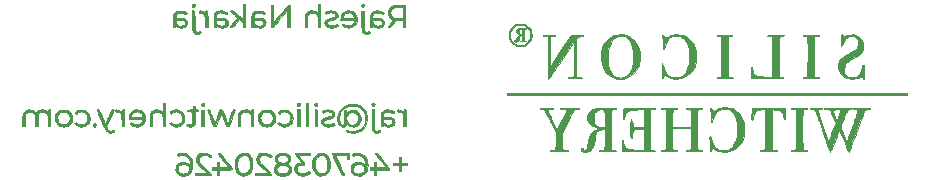
<source format=gbr>
%TF.GenerationSoftware,KiCad,Pcbnew,(5.1.9-0-10_14)*%
%TF.CreationDate,2021-09-19T22:05:27+02:00*%
%TF.ProjectId,rf-proto-card,72662d70-726f-4746-9f2d-636172642e6b,1*%
%TF.SameCoordinates,Original*%
%TF.FileFunction,Legend,Bot*%
%TF.FilePolarity,Positive*%
%FSLAX46Y46*%
G04 Gerber Fmt 4.6, Leading zero omitted, Abs format (unit mm)*
G04 Created by KiCad (PCBNEW (5.1.9-0-10_14)) date 2021-09-19 22:05:27*
%MOMM*%
%LPD*%
G01*
G04 APERTURE LIST*
%ADD10C,0.010000*%
%ADD11C,0.800000*%
%ADD12C,5.400000*%
G04 APERTURE END LIST*
D10*
%TO.C,FID2*%
G36*
X137363377Y-98964523D02*
G01*
X137248781Y-98990888D01*
X137181688Y-99015456D01*
X137153795Y-99044902D01*
X137156801Y-99085904D01*
X137170388Y-99119719D01*
X137205987Y-99173659D01*
X137250540Y-99181895D01*
X137263554Y-99178470D01*
X137489102Y-99130010D01*
X137694347Y-99131469D01*
X137876332Y-99182776D01*
X137900222Y-99194151D01*
X138044223Y-99296919D01*
X138150505Y-99438798D01*
X138216157Y-99614468D01*
X138238269Y-99812259D01*
X138238888Y-99994184D01*
X138147166Y-99905411D01*
X138015604Y-99806462D01*
X137863377Y-99749211D01*
X137678256Y-99729233D01*
X137660333Y-99729111D01*
X137459752Y-99748551D01*
X137297862Y-99807875D01*
X137171962Y-99908590D01*
X137079353Y-100052201D01*
X137078674Y-100053667D01*
X137030087Y-100221247D01*
X137033446Y-100389018D01*
X137085202Y-100546872D01*
X137181804Y-100684703D01*
X137319702Y-100792403D01*
X137342486Y-100804699D01*
X137437138Y-100838443D01*
X137560456Y-100863407D01*
X137688428Y-100876439D01*
X137797041Y-100874388D01*
X137829666Y-100868643D01*
X137970954Y-100826844D01*
X138075269Y-100779803D01*
X138161959Y-100718534D01*
X138172566Y-100709386D01*
X138291391Y-100569610D01*
X138378694Y-100393618D01*
X138416158Y-100257216D01*
X138175176Y-100257216D01*
X138170084Y-100382082D01*
X138122725Y-100493300D01*
X138040134Y-100585789D01*
X137929347Y-100654471D01*
X137797397Y-100694265D01*
X137651319Y-100700091D01*
X137498150Y-100666870D01*
X137423030Y-100634992D01*
X137317672Y-100554842D01*
X137252791Y-100447646D01*
X137227934Y-100325233D01*
X137242653Y-100199426D01*
X137296494Y-100082054D01*
X137389008Y-99984941D01*
X137449229Y-99947877D01*
X137586189Y-99905148D01*
X137734978Y-99901249D01*
X137881015Y-99932417D01*
X138009718Y-99994889D01*
X138106506Y-100084905D01*
X138130967Y-100123782D01*
X138175176Y-100257216D01*
X138416158Y-100257216D01*
X138433974Y-100192351D01*
X138456727Y-99976750D01*
X138446452Y-99757755D01*
X138402648Y-99546307D01*
X138324812Y-99353346D01*
X138240726Y-99223431D01*
X138111063Y-99102758D01*
X137944214Y-99013597D01*
X137751987Y-98959434D01*
X137546191Y-98943752D01*
X137363377Y-98964523D01*
G37*
X137363377Y-98964523D02*
X137248781Y-98990888D01*
X137181688Y-99015456D01*
X137153795Y-99044902D01*
X137156801Y-99085904D01*
X137170388Y-99119719D01*
X137205987Y-99173659D01*
X137250540Y-99181895D01*
X137263554Y-99178470D01*
X137489102Y-99130010D01*
X137694347Y-99131469D01*
X137876332Y-99182776D01*
X137900222Y-99194151D01*
X138044223Y-99296919D01*
X138150505Y-99438798D01*
X138216157Y-99614468D01*
X138238269Y-99812259D01*
X138238888Y-99994184D01*
X138147166Y-99905411D01*
X138015604Y-99806462D01*
X137863377Y-99749211D01*
X137678256Y-99729233D01*
X137660333Y-99729111D01*
X137459752Y-99748551D01*
X137297862Y-99807875D01*
X137171962Y-99908590D01*
X137079353Y-100052201D01*
X137078674Y-100053667D01*
X137030087Y-100221247D01*
X137033446Y-100389018D01*
X137085202Y-100546872D01*
X137181804Y-100684703D01*
X137319702Y-100792403D01*
X137342486Y-100804699D01*
X137437138Y-100838443D01*
X137560456Y-100863407D01*
X137688428Y-100876439D01*
X137797041Y-100874388D01*
X137829666Y-100868643D01*
X137970954Y-100826844D01*
X138075269Y-100779803D01*
X138161959Y-100718534D01*
X138172566Y-100709386D01*
X138291391Y-100569610D01*
X138378694Y-100393618D01*
X138416158Y-100257216D01*
X138175176Y-100257216D01*
X138170084Y-100382082D01*
X138122725Y-100493300D01*
X138040134Y-100585789D01*
X137929347Y-100654471D01*
X137797397Y-100694265D01*
X137651319Y-100700091D01*
X137498150Y-100666870D01*
X137423030Y-100634992D01*
X137317672Y-100554842D01*
X137252791Y-100447646D01*
X137227934Y-100325233D01*
X137242653Y-100199426D01*
X137296494Y-100082054D01*
X137389008Y-99984941D01*
X137449229Y-99947877D01*
X137586189Y-99905148D01*
X137734978Y-99901249D01*
X137881015Y-99932417D01*
X138009718Y-99994889D01*
X138106506Y-100084905D01*
X138130967Y-100123782D01*
X138175176Y-100257216D01*
X138416158Y-100257216D01*
X138433974Y-100192351D01*
X138456727Y-99976750D01*
X138446452Y-99757755D01*
X138402648Y-99546307D01*
X138324812Y-99353346D01*
X138240726Y-99223431D01*
X138111063Y-99102758D01*
X137944214Y-99013597D01*
X137751987Y-98959434D01*
X137546191Y-98943752D01*
X137363377Y-98964523D01*
G36*
X134337468Y-98968948D02*
G01*
X134167132Y-99047233D01*
X134065725Y-99124343D01*
X133935754Y-99277461D01*
X133840595Y-99465846D01*
X133781818Y-99679148D01*
X133760993Y-99907015D01*
X133779692Y-100139098D01*
X133839486Y-100365045D01*
X133867103Y-100433340D01*
X133971556Y-100606682D01*
X134109839Y-100739992D01*
X134273975Y-100829731D01*
X134455985Y-100872362D01*
X134647890Y-100864346D01*
X134767555Y-100832668D01*
X134935951Y-100743971D01*
X135074803Y-100609847D01*
X135179369Y-100435575D01*
X135218670Y-100330673D01*
X135258684Y-100146598D01*
X135274380Y-99944816D01*
X135272668Y-99898445D01*
X135063548Y-99898445D01*
X135056391Y-100098204D01*
X135032273Y-100254944D01*
X134988083Y-100380364D01*
X134920707Y-100486164D01*
X134900948Y-100509701D01*
X134771508Y-100619297D01*
X134624102Y-100678699D01*
X134467158Y-100685805D01*
X134335819Y-100650537D01*
X134200996Y-100564449D01*
X134096933Y-100433679D01*
X134025168Y-100261841D01*
X133987243Y-100052545D01*
X133983824Y-99824874D01*
X133993465Y-99689304D01*
X134008670Y-99590850D01*
X134034057Y-99510195D01*
X134074245Y-99428017D01*
X134082058Y-99413969D01*
X134187293Y-99271610D01*
X134314960Y-99180598D01*
X134467097Y-99139651D01*
X134522012Y-99136909D01*
X134666866Y-99153905D01*
X134788010Y-99211165D01*
X134901489Y-99316027D01*
X134974657Y-99416032D01*
X135023505Y-99527697D01*
X135051708Y-99664228D01*
X135062940Y-99838828D01*
X135063548Y-99898445D01*
X135272668Y-99898445D01*
X135266843Y-99740737D01*
X135237154Y-99549770D01*
X135186398Y-99387323D01*
X135146990Y-99311067D01*
X135016168Y-99149234D01*
X134862167Y-99032786D01*
X134692624Y-98963043D01*
X134515178Y-98941324D01*
X134337468Y-98968948D01*
G37*
X134337468Y-98968948D02*
X134167132Y-99047233D01*
X134065725Y-99124343D01*
X133935754Y-99277461D01*
X133840595Y-99465846D01*
X133781818Y-99679148D01*
X133760993Y-99907015D01*
X133779692Y-100139098D01*
X133839486Y-100365045D01*
X133867103Y-100433340D01*
X133971556Y-100606682D01*
X134109839Y-100739992D01*
X134273975Y-100829731D01*
X134455985Y-100872362D01*
X134647890Y-100864346D01*
X134767555Y-100832668D01*
X134935951Y-100743971D01*
X135074803Y-100609847D01*
X135179369Y-100435575D01*
X135218670Y-100330673D01*
X135258684Y-100146598D01*
X135274380Y-99944816D01*
X135272668Y-99898445D01*
X135063548Y-99898445D01*
X135056391Y-100098204D01*
X135032273Y-100254944D01*
X134988083Y-100380364D01*
X134920707Y-100486164D01*
X134900948Y-100509701D01*
X134771508Y-100619297D01*
X134624102Y-100678699D01*
X134467158Y-100685805D01*
X134335819Y-100650537D01*
X134200996Y-100564449D01*
X134096933Y-100433679D01*
X134025168Y-100261841D01*
X133987243Y-100052545D01*
X133983824Y-99824874D01*
X133993465Y-99689304D01*
X134008670Y-99590850D01*
X134034057Y-99510195D01*
X134074245Y-99428017D01*
X134082058Y-99413969D01*
X134187293Y-99271610D01*
X134314960Y-99180598D01*
X134467097Y-99139651D01*
X134522012Y-99136909D01*
X134666866Y-99153905D01*
X134788010Y-99211165D01*
X134901489Y-99316027D01*
X134974657Y-99416032D01*
X135023505Y-99527697D01*
X135051708Y-99664228D01*
X135062940Y-99838828D01*
X135063548Y-99898445D01*
X135272668Y-99898445D01*
X135266843Y-99740737D01*
X135237154Y-99549770D01*
X135186398Y-99387323D01*
X135146990Y-99311067D01*
X135016168Y-99149234D01*
X134862167Y-99032786D01*
X134692624Y-98963043D01*
X134515178Y-98941324D01*
X134337468Y-98968948D01*
G36*
X132730604Y-98967341D02*
G01*
X132577623Y-98968429D01*
X132467248Y-98970971D01*
X132392561Y-98975563D01*
X132346643Y-98982802D01*
X132322575Y-98993285D01*
X132313439Y-99007608D01*
X132312222Y-99020639D01*
X132330408Y-99069185D01*
X132382355Y-99154273D01*
X132464150Y-99270413D01*
X132571879Y-99412117D01*
X132701627Y-99573898D01*
X132739785Y-99620139D01*
X132797331Y-99691553D01*
X132836723Y-99744416D01*
X132848444Y-99764670D01*
X132823219Y-99775850D01*
X132758851Y-99789310D01*
X132710874Y-99796533D01*
X132554385Y-99842197D01*
X132427197Y-99927600D01*
X132332509Y-100043045D01*
X132273522Y-100178835D01*
X132253438Y-100325272D01*
X132275458Y-100472657D01*
X132342781Y-100611294D01*
X132414579Y-100694225D01*
X132546683Y-100783789D01*
X132714577Y-100845260D01*
X132903418Y-100875486D01*
X133098359Y-100871313D01*
X133183393Y-100857525D01*
X133306033Y-100822234D01*
X133428867Y-100771297D01*
X133532389Y-100713856D01*
X133590810Y-100666548D01*
X133618985Y-100626082D01*
X133610823Y-100588188D01*
X133586805Y-100553632D01*
X133538531Y-100489633D01*
X133375698Y-100577827D01*
X133205706Y-100648618D01*
X133029548Y-100684675D01*
X132859947Y-100685833D01*
X132709628Y-100651929D01*
X132597159Y-100587842D01*
X132511939Y-100484406D01*
X132470378Y-100363393D01*
X132472354Y-100238421D01*
X132517745Y-100123108D01*
X132602081Y-100034118D01*
X132673054Y-99995052D01*
X132761988Y-99971775D01*
X132887327Y-99959604D01*
X132897708Y-99959058D01*
X133102444Y-99948720D01*
X133101425Y-99860082D01*
X133092318Y-99811497D01*
X133062790Y-99749210D01*
X133008007Y-99665544D01*
X132923132Y-99552820D01*
X132850076Y-99461000D01*
X132599745Y-99150556D01*
X133076873Y-99142834D01*
X133554000Y-99135112D01*
X133554000Y-98967111D01*
X132933111Y-98967111D01*
X132730604Y-98967341D01*
G37*
X132730604Y-98967341D02*
X132577623Y-98968429D01*
X132467248Y-98970971D01*
X132392561Y-98975563D01*
X132346643Y-98982802D01*
X132322575Y-98993285D01*
X132313439Y-99007608D01*
X132312222Y-99020639D01*
X132330408Y-99069185D01*
X132382355Y-99154273D01*
X132464150Y-99270413D01*
X132571879Y-99412117D01*
X132701627Y-99573898D01*
X132739785Y-99620139D01*
X132797331Y-99691553D01*
X132836723Y-99744416D01*
X132848444Y-99764670D01*
X132823219Y-99775850D01*
X132758851Y-99789310D01*
X132710874Y-99796533D01*
X132554385Y-99842197D01*
X132427197Y-99927600D01*
X132332509Y-100043045D01*
X132273522Y-100178835D01*
X132253438Y-100325272D01*
X132275458Y-100472657D01*
X132342781Y-100611294D01*
X132414579Y-100694225D01*
X132546683Y-100783789D01*
X132714577Y-100845260D01*
X132903418Y-100875486D01*
X133098359Y-100871313D01*
X133183393Y-100857525D01*
X133306033Y-100822234D01*
X133428867Y-100771297D01*
X133532389Y-100713856D01*
X133590810Y-100666548D01*
X133618985Y-100626082D01*
X133610823Y-100588188D01*
X133586805Y-100553632D01*
X133538531Y-100489633D01*
X133375698Y-100577827D01*
X133205706Y-100648618D01*
X133029548Y-100684675D01*
X132859947Y-100685833D01*
X132709628Y-100651929D01*
X132597159Y-100587842D01*
X132511939Y-100484406D01*
X132470378Y-100363393D01*
X132472354Y-100238421D01*
X132517745Y-100123108D01*
X132602081Y-100034118D01*
X132673054Y-99995052D01*
X132761988Y-99971775D01*
X132887327Y-99959604D01*
X132897708Y-99959058D01*
X133102444Y-99948720D01*
X133101425Y-99860082D01*
X133092318Y-99811497D01*
X133062790Y-99749210D01*
X133008007Y-99665544D01*
X132923132Y-99552820D01*
X132850076Y-99461000D01*
X132599745Y-99150556D01*
X133076873Y-99142834D01*
X133554000Y-99135112D01*
X133554000Y-98967111D01*
X132933111Y-98967111D01*
X132730604Y-98967341D01*
G36*
X131160860Y-98947691D02*
G01*
X130990695Y-98982336D01*
X130837571Y-99049361D01*
X130727840Y-99133741D01*
X130634419Y-99262289D01*
X130594727Y-99407900D01*
X130602759Y-99544836D01*
X130638475Y-99642131D01*
X130700876Y-99735738D01*
X130774934Y-99805934D01*
X130819014Y-99828705D01*
X130846005Y-99842760D01*
X130839181Y-99863986D01*
X130792714Y-99900925D01*
X130750068Y-99929763D01*
X130631530Y-100031985D01*
X130562101Y-100153252D01*
X130537508Y-100302636D01*
X130539583Y-100376794D01*
X130568060Y-100529065D01*
X130633443Y-100646757D01*
X130743235Y-100740645D01*
X130824181Y-100785509D01*
X130983710Y-100840807D01*
X131171927Y-100870833D01*
X131366109Y-100873615D01*
X131541317Y-100847748D01*
X131685564Y-100800257D01*
X131794408Y-100734991D01*
X131888712Y-100638665D01*
X131907699Y-100614459D01*
X131953794Y-100544504D01*
X131977851Y-100474541D01*
X131986533Y-100381045D01*
X131987189Y-100333822D01*
X131986172Y-100321778D01*
X131783697Y-100321778D01*
X131757347Y-100458691D01*
X131681750Y-100571865D01*
X131624046Y-100618565D01*
X131502592Y-100670687D01*
X131350002Y-100696368D01*
X131185142Y-100695352D01*
X131026878Y-100667383D01*
X130922859Y-100628064D01*
X130818540Y-100548741D01*
X130753715Y-100443152D01*
X130731573Y-100324614D01*
X130755306Y-100206443D01*
X130803136Y-100128415D01*
X130921127Y-100031460D01*
X131076685Y-99974448D01*
X131266418Y-99958484D01*
X131317521Y-99960944D01*
X131504048Y-99990319D01*
X131642549Y-100048669D01*
X131733786Y-100136586D01*
X131778519Y-100254657D01*
X131783697Y-100321778D01*
X131986172Y-100321778D01*
X131975102Y-100190762D01*
X131931874Y-100081364D01*
X131848399Y-99988914D01*
X131766462Y-99928819D01*
X131662571Y-99860416D01*
X131737488Y-99811271D01*
X131837555Y-99714034D01*
X131901559Y-99585846D01*
X131922699Y-99460405D01*
X131720531Y-99460405D01*
X131692498Y-99571342D01*
X131623119Y-99669662D01*
X131515602Y-99743077D01*
X131510282Y-99745440D01*
X131389418Y-99776212D01*
X131243364Y-99781999D01*
X131097187Y-99763518D01*
X130994705Y-99730709D01*
X130883581Y-99655593D01*
X130815385Y-99555414D01*
X130796013Y-99440014D01*
X130800187Y-99406071D01*
X130847005Y-99296693D01*
X130934734Y-99210887D01*
X131052086Y-99150755D01*
X131187770Y-99118398D01*
X131330496Y-99115916D01*
X131468976Y-99145411D01*
X131591918Y-99208984D01*
X131639720Y-99249823D01*
X131704008Y-99349136D01*
X131720531Y-99460405D01*
X131922699Y-99460405D01*
X131925802Y-99441998D01*
X131906587Y-99297781D01*
X131878460Y-99228232D01*
X131789738Y-99114663D01*
X131662506Y-99028912D01*
X131507876Y-98971891D01*
X131336958Y-98944514D01*
X131160860Y-98947691D01*
G37*
X131160860Y-98947691D02*
X130990695Y-98982336D01*
X130837571Y-99049361D01*
X130727840Y-99133741D01*
X130634419Y-99262289D01*
X130594727Y-99407900D01*
X130602759Y-99544836D01*
X130638475Y-99642131D01*
X130700876Y-99735738D01*
X130774934Y-99805934D01*
X130819014Y-99828705D01*
X130846005Y-99842760D01*
X130839181Y-99863986D01*
X130792714Y-99900925D01*
X130750068Y-99929763D01*
X130631530Y-100031985D01*
X130562101Y-100153252D01*
X130537508Y-100302636D01*
X130539583Y-100376794D01*
X130568060Y-100529065D01*
X130633443Y-100646757D01*
X130743235Y-100740645D01*
X130824181Y-100785509D01*
X130983710Y-100840807D01*
X131171927Y-100870833D01*
X131366109Y-100873615D01*
X131541317Y-100847748D01*
X131685564Y-100800257D01*
X131794408Y-100734991D01*
X131888712Y-100638665D01*
X131907699Y-100614459D01*
X131953794Y-100544504D01*
X131977851Y-100474541D01*
X131986533Y-100381045D01*
X131987189Y-100333822D01*
X131986172Y-100321778D01*
X131783697Y-100321778D01*
X131757347Y-100458691D01*
X131681750Y-100571865D01*
X131624046Y-100618565D01*
X131502592Y-100670687D01*
X131350002Y-100696368D01*
X131185142Y-100695352D01*
X131026878Y-100667383D01*
X130922859Y-100628064D01*
X130818540Y-100548741D01*
X130753715Y-100443152D01*
X130731573Y-100324614D01*
X130755306Y-100206443D01*
X130803136Y-100128415D01*
X130921127Y-100031460D01*
X131076685Y-99974448D01*
X131266418Y-99958484D01*
X131317521Y-99960944D01*
X131504048Y-99990319D01*
X131642549Y-100048669D01*
X131733786Y-100136586D01*
X131778519Y-100254657D01*
X131783697Y-100321778D01*
X131986172Y-100321778D01*
X131975102Y-100190762D01*
X131931874Y-100081364D01*
X131848399Y-99988914D01*
X131766462Y-99928819D01*
X131662571Y-99860416D01*
X131737488Y-99811271D01*
X131837555Y-99714034D01*
X131901559Y-99585846D01*
X131922699Y-99460405D01*
X131720531Y-99460405D01*
X131692498Y-99571342D01*
X131623119Y-99669662D01*
X131515602Y-99743077D01*
X131510282Y-99745440D01*
X131389418Y-99776212D01*
X131243364Y-99781999D01*
X131097187Y-99763518D01*
X130994705Y-99730709D01*
X130883581Y-99655593D01*
X130815385Y-99555414D01*
X130796013Y-99440014D01*
X130800187Y-99406071D01*
X130847005Y-99296693D01*
X130934734Y-99210887D01*
X131052086Y-99150755D01*
X131187770Y-99118398D01*
X131330496Y-99115916D01*
X131468976Y-99145411D01*
X131591918Y-99208984D01*
X131639720Y-99249823D01*
X131704008Y-99349136D01*
X131720531Y-99460405D01*
X131922699Y-99460405D01*
X131925802Y-99441998D01*
X131906587Y-99297781D01*
X131878460Y-99228232D01*
X131789738Y-99114663D01*
X131662506Y-99028912D01*
X131507876Y-98971891D01*
X131336958Y-98944514D01*
X131160860Y-98947691D01*
G36*
X127862175Y-98952477D02*
G01*
X127681956Y-99008484D01*
X127521039Y-99111313D01*
X127387667Y-99256189D01*
X127317965Y-99374111D01*
X127251248Y-99565535D01*
X127216997Y-99785071D01*
X127215215Y-100014652D01*
X127245905Y-100236215D01*
X127309071Y-100431694D01*
X127317757Y-100450322D01*
X127426059Y-100615945D01*
X127568220Y-100744602D01*
X127734866Y-100832068D01*
X127916623Y-100874113D01*
X128104118Y-100866511D01*
X128191777Y-100844513D01*
X128356478Y-100765059D01*
X128493850Y-100640451D01*
X128607947Y-100466879D01*
X128620892Y-100441311D01*
X128660441Y-100358203D01*
X128686824Y-100289826D01*
X128702700Y-100221081D01*
X128710728Y-100136868D01*
X128713566Y-100022088D01*
X128713888Y-99913149D01*
X128713884Y-99912556D01*
X128513371Y-99912556D01*
X128510889Y-100057865D01*
X128501675Y-100164525D01*
X128483074Y-100250185D01*
X128452434Y-100332494D01*
X128449071Y-100340168D01*
X128354084Y-100499954D01*
X128234319Y-100612312D01*
X128095040Y-100675128D01*
X127941512Y-100686288D01*
X127779000Y-100643679D01*
X127739146Y-100625167D01*
X127648142Y-100566607D01*
X127576649Y-100485882D01*
X127528555Y-100406445D01*
X127492489Y-100337230D01*
X127468442Y-100277395D01*
X127453990Y-100212781D01*
X127446702Y-100129228D01*
X127444154Y-100012577D01*
X127443888Y-99912556D01*
X127445130Y-99762058D01*
X127450162Y-99653990D01*
X127460946Y-99574367D01*
X127479442Y-99509202D01*
X127507611Y-99444512D01*
X127510278Y-99439066D01*
X127608564Y-99292011D01*
X127734067Y-99193962D01*
X127885835Y-99145624D01*
X127909214Y-99142855D01*
X128046120Y-99138771D01*
X128151286Y-99161140D01*
X128245537Y-99215851D01*
X128286474Y-99249536D01*
X128389433Y-99365793D01*
X128459747Y-99508825D01*
X128500147Y-99686616D01*
X128513365Y-99907150D01*
X128513371Y-99912556D01*
X128713884Y-99912556D01*
X128712860Y-99764723D01*
X128708224Y-99657787D01*
X128697654Y-99577405D01*
X128678824Y-99508635D01*
X128649406Y-99436541D01*
X128634682Y-99404556D01*
X128525380Y-99217711D01*
X128394240Y-99081330D01*
X128237381Y-98992366D01*
X128053450Y-98948069D01*
X127862175Y-98952477D01*
G37*
X127862175Y-98952477D02*
X127681956Y-99008484D01*
X127521039Y-99111313D01*
X127387667Y-99256189D01*
X127317965Y-99374111D01*
X127251248Y-99565535D01*
X127216997Y-99785071D01*
X127215215Y-100014652D01*
X127245905Y-100236215D01*
X127309071Y-100431694D01*
X127317757Y-100450322D01*
X127426059Y-100615945D01*
X127568220Y-100744602D01*
X127734866Y-100832068D01*
X127916623Y-100874113D01*
X128104118Y-100866511D01*
X128191777Y-100844513D01*
X128356478Y-100765059D01*
X128493850Y-100640451D01*
X128607947Y-100466879D01*
X128620892Y-100441311D01*
X128660441Y-100358203D01*
X128686824Y-100289826D01*
X128702700Y-100221081D01*
X128710728Y-100136868D01*
X128713566Y-100022088D01*
X128713888Y-99913149D01*
X128713884Y-99912556D01*
X128513371Y-99912556D01*
X128510889Y-100057865D01*
X128501675Y-100164525D01*
X128483074Y-100250185D01*
X128452434Y-100332494D01*
X128449071Y-100340168D01*
X128354084Y-100499954D01*
X128234319Y-100612312D01*
X128095040Y-100675128D01*
X127941512Y-100686288D01*
X127779000Y-100643679D01*
X127739146Y-100625167D01*
X127648142Y-100566607D01*
X127576649Y-100485882D01*
X127528555Y-100406445D01*
X127492489Y-100337230D01*
X127468442Y-100277395D01*
X127453990Y-100212781D01*
X127446702Y-100129228D01*
X127444154Y-100012577D01*
X127443888Y-99912556D01*
X127445130Y-99762058D01*
X127450162Y-99653990D01*
X127460946Y-99574367D01*
X127479442Y-99509202D01*
X127507611Y-99444512D01*
X127510278Y-99439066D01*
X127608564Y-99292011D01*
X127734067Y-99193962D01*
X127885835Y-99145624D01*
X127909214Y-99142855D01*
X128046120Y-99138771D01*
X128151286Y-99161140D01*
X128245537Y-99215851D01*
X128286474Y-99249536D01*
X128389433Y-99365793D01*
X128459747Y-99508825D01*
X128500147Y-99686616D01*
X128513365Y-99907150D01*
X128513371Y-99912556D01*
X128713884Y-99912556D01*
X128712860Y-99764723D01*
X128708224Y-99657787D01*
X128697654Y-99577405D01*
X128678824Y-99508635D01*
X128649406Y-99436541D01*
X128634682Y-99404556D01*
X128525380Y-99217711D01*
X128394240Y-99081330D01*
X128237381Y-98992366D01*
X128053450Y-98948069D01*
X127862175Y-98952477D01*
G36*
X122604477Y-98959864D02*
G01*
X122475371Y-98977045D01*
X122380482Y-99003665D01*
X122328611Y-99037653D01*
X122321555Y-99057057D01*
X122338515Y-99120799D01*
X122378486Y-99168084D01*
X122425102Y-99180434D01*
X122429553Y-99179015D01*
X122586452Y-99138699D01*
X122760428Y-99125719D01*
X122892396Y-99137658D01*
X123072824Y-99195952D01*
X123214958Y-99295326D01*
X123319055Y-99436111D01*
X123385370Y-99618638D01*
X123412469Y-99810668D01*
X123425988Y-100025445D01*
X123362680Y-99944228D01*
X123256735Y-99849481D01*
X123111891Y-99778591D01*
X122942751Y-99737425D01*
X122828041Y-99729387D01*
X122631167Y-99751225D01*
X122465909Y-99814765D01*
X122336629Y-99916104D01*
X122247691Y-100051340D01*
X122203459Y-100216568D01*
X122199259Y-100291850D01*
X122224251Y-100466858D01*
X122295015Y-100616186D01*
X122405233Y-100735890D01*
X122548584Y-100822027D01*
X122718751Y-100870653D01*
X122909413Y-100877825D01*
X123088620Y-100846853D01*
X123243050Y-100785147D01*
X123367833Y-100687360D01*
X123472213Y-100545272D01*
X123512244Y-100470304D01*
X123551207Y-100388663D01*
X123577480Y-100321604D01*
X123586739Y-100283011D01*
X123337555Y-100283011D01*
X123316616Y-100431755D01*
X123252159Y-100547535D01*
X123141724Y-100633197D01*
X122984777Y-100691106D01*
X122863440Y-100701948D01*
X122726039Y-100685471D01*
X122603514Y-100645609D01*
X122595474Y-100641626D01*
X122501188Y-100563889D01*
X122437162Y-100451614D01*
X122407545Y-100320303D01*
X122416487Y-100185459D01*
X122449137Y-100094876D01*
X122523570Y-100007331D01*
X122637742Y-99941367D01*
X122776828Y-99904114D01*
X122857560Y-99898445D01*
X123026238Y-99918840D01*
X123164391Y-99976791D01*
X123265965Y-100067449D01*
X123324905Y-100185961D01*
X123337555Y-100283011D01*
X123586739Y-100283011D01*
X123593550Y-100254628D01*
X123601906Y-100173236D01*
X123605035Y-100062931D01*
X123605438Y-99927166D01*
X123603920Y-99769734D01*
X123598507Y-99655397D01*
X123587558Y-99570847D01*
X123569432Y-99502781D01*
X123546012Y-99445455D01*
X123430853Y-99258103D01*
X123277579Y-99107056D01*
X123156651Y-99029990D01*
X123076055Y-98992386D01*
X122999664Y-98969683D01*
X122908287Y-98958223D01*
X122782730Y-98954348D01*
X122759000Y-98954191D01*
X122604477Y-98959864D01*
G37*
X122604477Y-98959864D02*
X122475371Y-98977045D01*
X122380482Y-99003665D01*
X122328611Y-99037653D01*
X122321555Y-99057057D01*
X122338515Y-99120799D01*
X122378486Y-99168084D01*
X122425102Y-99180434D01*
X122429553Y-99179015D01*
X122586452Y-99138699D01*
X122760428Y-99125719D01*
X122892396Y-99137658D01*
X123072824Y-99195952D01*
X123214958Y-99295326D01*
X123319055Y-99436111D01*
X123385370Y-99618638D01*
X123412469Y-99810668D01*
X123425988Y-100025445D01*
X123362680Y-99944228D01*
X123256735Y-99849481D01*
X123111891Y-99778591D01*
X122942751Y-99737425D01*
X122828041Y-99729387D01*
X122631167Y-99751225D01*
X122465909Y-99814765D01*
X122336629Y-99916104D01*
X122247691Y-100051340D01*
X122203459Y-100216568D01*
X122199259Y-100291850D01*
X122224251Y-100466858D01*
X122295015Y-100616186D01*
X122405233Y-100735890D01*
X122548584Y-100822027D01*
X122718751Y-100870653D01*
X122909413Y-100877825D01*
X123088620Y-100846853D01*
X123243050Y-100785147D01*
X123367833Y-100687360D01*
X123472213Y-100545272D01*
X123512244Y-100470304D01*
X123551207Y-100388663D01*
X123577480Y-100321604D01*
X123586739Y-100283011D01*
X123337555Y-100283011D01*
X123316616Y-100431755D01*
X123252159Y-100547535D01*
X123141724Y-100633197D01*
X122984777Y-100691106D01*
X122863440Y-100701948D01*
X122726039Y-100685471D01*
X122603514Y-100645609D01*
X122595474Y-100641626D01*
X122501188Y-100563889D01*
X122437162Y-100451614D01*
X122407545Y-100320303D01*
X122416487Y-100185459D01*
X122449137Y-100094876D01*
X122523570Y-100007331D01*
X122637742Y-99941367D01*
X122776828Y-99904114D01*
X122857560Y-99898445D01*
X123026238Y-99918840D01*
X123164391Y-99976791D01*
X123265965Y-100067449D01*
X123324905Y-100185961D01*
X123337555Y-100283011D01*
X123586739Y-100283011D01*
X123593550Y-100254628D01*
X123601906Y-100173236D01*
X123605035Y-100062931D01*
X123605438Y-99927166D01*
X123603920Y-99769734D01*
X123598507Y-99655397D01*
X123587558Y-99570847D01*
X123569432Y-99502781D01*
X123546012Y-99445455D01*
X123430853Y-99258103D01*
X123277579Y-99107056D01*
X123156651Y-99029990D01*
X123076055Y-98992386D01*
X122999664Y-98969683D01*
X122908287Y-98958223D01*
X122782730Y-98954348D01*
X122759000Y-98954191D01*
X122604477Y-98959864D01*
G36*
X139093770Y-98969115D02*
G01*
X139068861Y-98979403D01*
X139081093Y-99004388D01*
X139091248Y-99016500D01*
X139120064Y-99051655D01*
X139178595Y-99124465D01*
X139261557Y-99228304D01*
X139363664Y-99356547D01*
X139479628Y-99502566D01*
X139575301Y-99623278D01*
X140016691Y-100180667D01*
X139198444Y-100180667D01*
X139198444Y-99725535D01*
X139106722Y-99734379D01*
X139015000Y-99743222D01*
X139006757Y-99961945D01*
X138998514Y-100180667D01*
X138634000Y-100180667D01*
X138634000Y-100378222D01*
X139000888Y-100378222D01*
X139000888Y-100858000D01*
X139198444Y-100858000D01*
X139198444Y-100378222D01*
X140270888Y-100378222D01*
X140270888Y-100289895D01*
X140265037Y-100255673D01*
X140245106Y-100209698D01*
X140207528Y-100146880D01*
X140148737Y-100062126D01*
X140065166Y-99950347D01*
X139953248Y-99806451D01*
X139809417Y-99625346D01*
X139776609Y-99584340D01*
X139282330Y-98967111D01*
X139165457Y-98967111D01*
X139093770Y-98969115D01*
G37*
X139093770Y-98969115D02*
X139068861Y-98979403D01*
X139081093Y-99004388D01*
X139091248Y-99016500D01*
X139120064Y-99051655D01*
X139178595Y-99124465D01*
X139261557Y-99228304D01*
X139363664Y-99356547D01*
X139479628Y-99502566D01*
X139575301Y-99623278D01*
X140016691Y-100180667D01*
X139198444Y-100180667D01*
X139198444Y-99725535D01*
X139106722Y-99734379D01*
X139015000Y-99743222D01*
X139006757Y-99961945D01*
X138998514Y-100180667D01*
X138634000Y-100180667D01*
X138634000Y-100378222D01*
X139000888Y-100378222D01*
X139000888Y-100858000D01*
X139198444Y-100858000D01*
X139198444Y-100378222D01*
X140270888Y-100378222D01*
X140270888Y-100289895D01*
X140265037Y-100255673D01*
X140245106Y-100209698D01*
X140207528Y-100146880D01*
X140148737Y-100062126D01*
X140065166Y-99950347D01*
X139953248Y-99806451D01*
X139809417Y-99625346D01*
X139776609Y-99584340D01*
X139282330Y-98967111D01*
X139165457Y-98967111D01*
X139093770Y-98969115D01*
G36*
X135961385Y-98967221D02*
G01*
X135794030Y-98967918D01*
X135670086Y-98969758D01*
X135583035Y-98973294D01*
X135526359Y-98979081D01*
X135493543Y-98987671D01*
X135478067Y-98999620D01*
X135473417Y-99015481D01*
X135473111Y-99027090D01*
X135484411Y-99066294D01*
X135516514Y-99150431D01*
X135566721Y-99273111D01*
X135632333Y-99427948D01*
X135710652Y-99608552D01*
X135798981Y-99808537D01*
X135872486Y-99972534D01*
X136271862Y-100858000D01*
X136383506Y-100858000D01*
X136458047Y-100851857D01*
X136482344Y-100832217D01*
X136480294Y-100822722D01*
X136465342Y-100789158D01*
X136429974Y-100710676D01*
X136377122Y-100593751D01*
X136309714Y-100444856D01*
X136230680Y-100270464D01*
X136142950Y-100077050D01*
X136096274Y-99974206D01*
X136006017Y-99775003D01*
X135923746Y-99592709D01*
X135852250Y-99433560D01*
X135794318Y-99303790D01*
X135752736Y-99209633D01*
X135730293Y-99157323D01*
X135727111Y-99148706D01*
X135753805Y-99144683D01*
X135827779Y-99141213D01*
X135939870Y-99138533D01*
X136080912Y-99136876D01*
X136206888Y-99136445D01*
X136686666Y-99136445D01*
X136686666Y-99503334D01*
X136884222Y-99503334D01*
X136884222Y-98967111D01*
X136178666Y-98967111D01*
X135961385Y-98967221D01*
G37*
X135961385Y-98967221D02*
X135794030Y-98967918D01*
X135670086Y-98969758D01*
X135583035Y-98973294D01*
X135526359Y-98979081D01*
X135493543Y-98987671D01*
X135478067Y-98999620D01*
X135473417Y-99015481D01*
X135473111Y-99027090D01*
X135484411Y-99066294D01*
X135516514Y-99150431D01*
X135566721Y-99273111D01*
X135632333Y-99427948D01*
X135710652Y-99608552D01*
X135798981Y-99808537D01*
X135872486Y-99972534D01*
X136271862Y-100858000D01*
X136383506Y-100858000D01*
X136458047Y-100851857D01*
X136482344Y-100832217D01*
X136480294Y-100822722D01*
X136465342Y-100789158D01*
X136429974Y-100710676D01*
X136377122Y-100593751D01*
X136309714Y-100444856D01*
X136230680Y-100270464D01*
X136142950Y-100077050D01*
X136096274Y-99974206D01*
X136006017Y-99775003D01*
X135923746Y-99592709D01*
X135852250Y-99433560D01*
X135794318Y-99303790D01*
X135752736Y-99209633D01*
X135730293Y-99157323D01*
X135727111Y-99148706D01*
X135753805Y-99144683D01*
X135827779Y-99141213D01*
X135939870Y-99138533D01*
X136080912Y-99136876D01*
X136206888Y-99136445D01*
X136686666Y-99136445D01*
X136686666Y-99503334D01*
X136884222Y-99503334D01*
X136884222Y-98967111D01*
X136178666Y-98967111D01*
X135961385Y-98967221D01*
G36*
X129549058Y-98950297D02*
G01*
X129368631Y-98997701D01*
X129221087Y-99085908D01*
X129170527Y-99134535D01*
X129082963Y-99262513D01*
X129045675Y-99402047D01*
X129056268Y-99563429D01*
X129063138Y-99595867D01*
X129091315Y-99686198D01*
X129136909Y-99778384D01*
X129204888Y-99878792D01*
X129300225Y-99993791D01*
X129427890Y-100129745D01*
X129592854Y-100293024D01*
X129651141Y-100349035D01*
X130006449Y-100688667D01*
X128953777Y-100688667D01*
X128953777Y-100858000D01*
X130308444Y-100858000D01*
X130308444Y-100792161D01*
X130295352Y-100756275D01*
X130254058Y-100698110D01*
X130181532Y-100614274D01*
X130074746Y-100501374D01*
X129930672Y-100356015D01*
X129834150Y-100260718D01*
X129696476Y-100123309D01*
X129570321Y-99993137D01*
X129462136Y-99877198D01*
X129378372Y-99782492D01*
X129325480Y-99716017D01*
X129312039Y-99694347D01*
X129276064Y-99579059D01*
X129266160Y-99454220D01*
X129282422Y-99341720D01*
X129310244Y-99280854D01*
X129396899Y-99204068D01*
X129525603Y-99154833D01*
X129687413Y-99136491D01*
X129696548Y-99136445D01*
X129885942Y-99154994D01*
X130045629Y-99213459D01*
X130129532Y-99266854D01*
X130188833Y-99307990D01*
X130226142Y-99316959D01*
X130264492Y-99295631D01*
X130284754Y-99279465D01*
X130350777Y-99225906D01*
X130284501Y-99155234D01*
X130185979Y-99079762D01*
X130049290Y-99014636D01*
X129892624Y-98967067D01*
X129756083Y-98945724D01*
X129549058Y-98950297D01*
G37*
X129549058Y-98950297D02*
X129368631Y-98997701D01*
X129221087Y-99085908D01*
X129170527Y-99134535D01*
X129082963Y-99262513D01*
X129045675Y-99402047D01*
X129056268Y-99563429D01*
X129063138Y-99595867D01*
X129091315Y-99686198D01*
X129136909Y-99778384D01*
X129204888Y-99878792D01*
X129300225Y-99993791D01*
X129427890Y-100129745D01*
X129592854Y-100293024D01*
X129651141Y-100349035D01*
X130006449Y-100688667D01*
X128953777Y-100688667D01*
X128953777Y-100858000D01*
X130308444Y-100858000D01*
X130308444Y-100792161D01*
X130295352Y-100756275D01*
X130254058Y-100698110D01*
X130181532Y-100614274D01*
X130074746Y-100501374D01*
X129930672Y-100356015D01*
X129834150Y-100260718D01*
X129696476Y-100123309D01*
X129570321Y-99993137D01*
X129462136Y-99877198D01*
X129378372Y-99782492D01*
X129325480Y-99716017D01*
X129312039Y-99694347D01*
X129276064Y-99579059D01*
X129266160Y-99454220D01*
X129282422Y-99341720D01*
X129310244Y-99280854D01*
X129396899Y-99204068D01*
X129525603Y-99154833D01*
X129687413Y-99136491D01*
X129696548Y-99136445D01*
X129885942Y-99154994D01*
X130045629Y-99213459D01*
X130129532Y-99266854D01*
X130188833Y-99307990D01*
X130226142Y-99316959D01*
X130264492Y-99295631D01*
X130284754Y-99279465D01*
X130350777Y-99225906D01*
X130284501Y-99155234D01*
X130185979Y-99079762D01*
X130049290Y-99014636D01*
X129892624Y-98967067D01*
X129756083Y-98945724D01*
X129549058Y-98950297D01*
G36*
X125802440Y-98971163D02*
G01*
X125766393Y-98979464D01*
X125764666Y-98982145D01*
X125781427Y-99007719D01*
X125828297Y-99070740D01*
X125900162Y-99164550D01*
X125991905Y-99282494D01*
X126098410Y-99417915D01*
X126138837Y-99468978D01*
X126256623Y-99617572D01*
X126368539Y-99758899D01*
X126467652Y-99884191D01*
X126547026Y-99984682D01*
X126599728Y-100051604D01*
X126606875Y-100060722D01*
X126700743Y-100180667D01*
X125908152Y-100180667D01*
X125899909Y-99961945D01*
X125891666Y-99743222D01*
X125799944Y-99734379D01*
X125708222Y-99725535D01*
X125708222Y-100180667D01*
X125309534Y-100180667D01*
X125327222Y-100364111D01*
X125708222Y-100380801D01*
X125708222Y-100858000D01*
X125905777Y-100858000D01*
X125905777Y-100379468D01*
X126434944Y-100371790D01*
X126619669Y-100368940D01*
X126755610Y-100365851D01*
X126850423Y-100361500D01*
X126911762Y-100354864D01*
X126947283Y-100344921D01*
X126964640Y-100330648D01*
X126971490Y-100311022D01*
X126973226Y-100299873D01*
X126966229Y-100267267D01*
X126937094Y-100211842D01*
X126883162Y-100129845D01*
X126801774Y-100017522D01*
X126690272Y-99871120D01*
X126545996Y-99686887D01*
X126479337Y-99602797D01*
X126333129Y-99419111D01*
X126217356Y-99274897D01*
X126127423Y-99165370D01*
X126058735Y-99085743D01*
X126006698Y-99031230D01*
X125966717Y-98997042D01*
X125934197Y-98978395D01*
X125904543Y-98970501D01*
X125873160Y-98968574D01*
X125870500Y-98968535D01*
X125802440Y-98971163D01*
G37*
X125802440Y-98971163D02*
X125766393Y-98979464D01*
X125764666Y-98982145D01*
X125781427Y-99007719D01*
X125828297Y-99070740D01*
X125900162Y-99164550D01*
X125991905Y-99282494D01*
X126098410Y-99417915D01*
X126138837Y-99468978D01*
X126256623Y-99617572D01*
X126368539Y-99758899D01*
X126467652Y-99884191D01*
X126547026Y-99984682D01*
X126599728Y-100051604D01*
X126606875Y-100060722D01*
X126700743Y-100180667D01*
X125908152Y-100180667D01*
X125899909Y-99961945D01*
X125891666Y-99743222D01*
X125799944Y-99734379D01*
X125708222Y-99725535D01*
X125708222Y-100180667D01*
X125309534Y-100180667D01*
X125327222Y-100364111D01*
X125708222Y-100380801D01*
X125708222Y-100858000D01*
X125905777Y-100858000D01*
X125905777Y-100379468D01*
X126434944Y-100371790D01*
X126619669Y-100368940D01*
X126755610Y-100365851D01*
X126850423Y-100361500D01*
X126911762Y-100354864D01*
X126947283Y-100344921D01*
X126964640Y-100330648D01*
X126971490Y-100311022D01*
X126973226Y-100299873D01*
X126966229Y-100267267D01*
X126937094Y-100211842D01*
X126883162Y-100129845D01*
X126801774Y-100017522D01*
X126690272Y-99871120D01*
X126545996Y-99686887D01*
X126479337Y-99602797D01*
X126333129Y-99419111D01*
X126217356Y-99274897D01*
X126127423Y-99165370D01*
X126058735Y-99085743D01*
X126006698Y-99031230D01*
X125966717Y-98997042D01*
X125934197Y-98978395D01*
X125904543Y-98970501D01*
X125873160Y-98968574D01*
X125870500Y-98968535D01*
X125802440Y-98971163D01*
G36*
X124454382Y-98950401D02*
G01*
X124275556Y-98994049D01*
X124130891Y-99073256D01*
X124024221Y-99183111D01*
X123959378Y-99318698D01*
X123940193Y-99475106D01*
X123970501Y-99647421D01*
X124021136Y-99770782D01*
X124059331Y-99826020D01*
X124131528Y-99911991D01*
X124230551Y-100020825D01*
X124349221Y-100144653D01*
X124480360Y-100275605D01*
X124491170Y-100286148D01*
X124903888Y-100687963D01*
X124374722Y-100688315D01*
X123845555Y-100688667D01*
X123845555Y-100858000D01*
X125200222Y-100858000D01*
X125200222Y-100794179D01*
X125184722Y-100755773D01*
X125136722Y-100690453D01*
X125053971Y-100595675D01*
X124934221Y-100468893D01*
X124775221Y-100307561D01*
X124732574Y-100265013D01*
X124595836Y-100126808D01*
X124470049Y-99995642D01*
X124361765Y-99878669D01*
X124277537Y-99783045D01*
X124223918Y-99715923D01*
X124210463Y-99694958D01*
X124174369Y-99598148D01*
X124156765Y-99497000D01*
X124156416Y-99483291D01*
X124176647Y-99346150D01*
X124237250Y-99245036D01*
X124339898Y-99178781D01*
X124486268Y-99146221D01*
X124644016Y-99144045D01*
X124764415Y-99153137D01*
X124849168Y-99169393D01*
X124919063Y-99198911D01*
X124992817Y-99246323D01*
X125067625Y-99296963D01*
X125113084Y-99317714D01*
X125145183Y-99312310D01*
X125175078Y-99288881D01*
X125219373Y-99234911D01*
X125217471Y-99186696D01*
X125166568Y-99134350D01*
X125122611Y-99104020D01*
X124989089Y-99026636D01*
X124867553Y-98979764D01*
X124730181Y-98953903D01*
X124663538Y-98947226D01*
X124454382Y-98950401D01*
G37*
X124454382Y-98950401D02*
X124275556Y-98994049D01*
X124130891Y-99073256D01*
X124024221Y-99183111D01*
X123959378Y-99318698D01*
X123940193Y-99475106D01*
X123970501Y-99647421D01*
X124021136Y-99770782D01*
X124059331Y-99826020D01*
X124131528Y-99911991D01*
X124230551Y-100020825D01*
X124349221Y-100144653D01*
X124480360Y-100275605D01*
X124491170Y-100286148D01*
X124903888Y-100687963D01*
X124374722Y-100688315D01*
X123845555Y-100688667D01*
X123845555Y-100858000D01*
X125200222Y-100858000D01*
X125200222Y-100794179D01*
X125184722Y-100755773D01*
X125136722Y-100690453D01*
X125053971Y-100595675D01*
X124934221Y-100468893D01*
X124775221Y-100307561D01*
X124732574Y-100265013D01*
X124595836Y-100126808D01*
X124470049Y-99995642D01*
X124361765Y-99878669D01*
X124277537Y-99783045D01*
X124223918Y-99715923D01*
X124210463Y-99694958D01*
X124174369Y-99598148D01*
X124156765Y-99497000D01*
X124156416Y-99483291D01*
X124176647Y-99346150D01*
X124237250Y-99245036D01*
X124339898Y-99178781D01*
X124486268Y-99146221D01*
X124644016Y-99144045D01*
X124764415Y-99153137D01*
X124849168Y-99169393D01*
X124919063Y-99198911D01*
X124992817Y-99246323D01*
X125067625Y-99296963D01*
X125113084Y-99317714D01*
X125145183Y-99312310D01*
X125175078Y-99288881D01*
X125219373Y-99234911D01*
X125217471Y-99186696D01*
X125166568Y-99134350D01*
X125122611Y-99104020D01*
X124989089Y-99026636D01*
X124867553Y-98979764D01*
X124730181Y-98953903D01*
X124663538Y-98947226D01*
X124454382Y-98950401D01*
G36*
X141089333Y-99811580D02*
G01*
X140842388Y-99819735D01*
X140724126Y-99824244D01*
X140650872Y-99830774D01*
X140611216Y-99843147D01*
X140593750Y-99865189D01*
X140587067Y-99900723D01*
X140586514Y-99905500D01*
X140577584Y-99983111D01*
X141089333Y-99983111D01*
X141089333Y-100491111D01*
X141169296Y-100491111D01*
X141233932Y-100485067D01*
X141268074Y-100472296D01*
X141276722Y-100437160D01*
X141283273Y-100360107D01*
X141286653Y-100255654D01*
X141286888Y-100218296D01*
X141286888Y-99983111D01*
X141766666Y-99983111D01*
X141766666Y-99813778D01*
X141286888Y-99813778D01*
X141286888Y-99334000D01*
X141089333Y-99334000D01*
X141089333Y-99811580D01*
G37*
X141089333Y-99811580D02*
X140842388Y-99819735D01*
X140724126Y-99824244D01*
X140650872Y-99830774D01*
X140611216Y-99843147D01*
X140593750Y-99865189D01*
X140587067Y-99900723D01*
X140586514Y-99905500D01*
X140577584Y-99983111D01*
X141089333Y-99983111D01*
X141089333Y-100491111D01*
X141169296Y-100491111D01*
X141233932Y-100485067D01*
X141268074Y-100472296D01*
X141276722Y-100437160D01*
X141283273Y-100360107D01*
X141286653Y-100255654D01*
X141286888Y-100218296D01*
X141286888Y-99983111D01*
X141766666Y-99983111D01*
X141766666Y-99813778D01*
X141286888Y-99813778D01*
X141286888Y-99334000D01*
X141089333Y-99334000D01*
X141089333Y-99811580D01*
G36*
X179845339Y-95138517D02*
G01*
X179713863Y-95140153D01*
X179620484Y-95143495D01*
X179559086Y-95148896D01*
X179523554Y-95156707D01*
X179507773Y-95167282D01*
X179505629Y-95180972D01*
X179505757Y-95181679D01*
X179527587Y-95209850D01*
X179586644Y-95232314D01*
X179691693Y-95252139D01*
X179717779Y-95255889D01*
X179821626Y-95273604D01*
X179904110Y-95293725D01*
X179948508Y-95312113D01*
X179949875Y-95313346D01*
X179953110Y-95348747D01*
X179936934Y-95430221D01*
X179900883Y-95559496D01*
X179844492Y-95738301D01*
X179798099Y-95877790D01*
X179748466Y-96022682D01*
X179687794Y-96196352D01*
X179618642Y-96391783D01*
X179543569Y-96601960D01*
X179465131Y-96819864D01*
X179385888Y-97038478D01*
X179308398Y-97250787D01*
X179235219Y-97449773D01*
X179168909Y-97628418D01*
X179112026Y-97779707D01*
X179067129Y-97896622D01*
X179036776Y-97972147D01*
X179025714Y-97996343D01*
X179008191Y-97987381D01*
X178973528Y-97927712D01*
X178921422Y-97816688D01*
X178851572Y-97653663D01*
X178763676Y-97437990D01*
X178752725Y-97410602D01*
X178682562Y-97233606D01*
X178620000Y-97073409D01*
X178567944Y-96937649D01*
X178529301Y-96833963D01*
X178506976Y-96769987D01*
X178502592Y-96753277D01*
X178512995Y-96710662D01*
X178541876Y-96624876D01*
X178585743Y-96504650D01*
X178641104Y-96358711D01*
X178704467Y-96195790D01*
X178772340Y-96024615D01*
X178841232Y-95853915D01*
X178907651Y-95692420D01*
X178968104Y-95548858D01*
X179019099Y-95431959D01*
X179057146Y-95350451D01*
X179078700Y-95313117D01*
X179103185Y-95298934D01*
X178470106Y-95298934D01*
X178468453Y-95333988D01*
X178451256Y-95408644D01*
X178422012Y-95512496D01*
X178384213Y-95635135D01*
X178341354Y-95766156D01*
X178296929Y-95895149D01*
X178254433Y-96011709D01*
X178217361Y-96105429D01*
X178189205Y-96165900D01*
X178173462Y-96182715D01*
X178173393Y-96182643D01*
X178155795Y-96149365D01*
X178121704Y-96073249D01*
X178075279Y-95963988D01*
X178020677Y-95831275D01*
X177990350Y-95756003D01*
X177927474Y-95595894D01*
X177885125Y-95479742D01*
X177861102Y-95399837D01*
X177853207Y-95348469D01*
X177859241Y-95317926D01*
X177863578Y-95311503D01*
X177905247Y-95293467D01*
X177986646Y-95280009D01*
X178092710Y-95271442D01*
X178208372Y-95268078D01*
X178318565Y-95270229D01*
X178408225Y-95278208D01*
X178462284Y-95292325D01*
X178470106Y-95298934D01*
X179103185Y-95298934D01*
X179155607Y-95268570D01*
X179276603Y-95243022D01*
X179281056Y-95242561D01*
X179378084Y-95226590D01*
X179423941Y-95202431D01*
X179429222Y-95187174D01*
X179422589Y-95177086D01*
X179399510Y-95168823D01*
X179355215Y-95162228D01*
X179284933Y-95157149D01*
X179183894Y-95153431D01*
X179047329Y-95150920D01*
X178870467Y-95149461D01*
X178648537Y-95148902D01*
X178376769Y-95149086D01*
X178258000Y-95149323D01*
X177962590Y-95150272D01*
X177719088Y-95151769D01*
X177522954Y-95153968D01*
X177369652Y-95157028D01*
X177254646Y-95161106D01*
X177173399Y-95166357D01*
X177121372Y-95172940D01*
X177094031Y-95181010D01*
X177086777Y-95189816D01*
X177107218Y-95212564D01*
X177172251Y-95230126D01*
X177287440Y-95243920D01*
X177305239Y-95245417D01*
X177423363Y-95260062D01*
X177524390Y-95281681D01*
X177589180Y-95306124D01*
X177591307Y-95307464D01*
X177625584Y-95348922D01*
X177675902Y-95435129D01*
X177738491Y-95557981D01*
X177809582Y-95709375D01*
X177885405Y-95881207D01*
X177962191Y-96065371D01*
X178036169Y-96253765D01*
X178056003Y-96306534D01*
X178100372Y-96425845D01*
X177813568Y-97139089D01*
X177736175Y-97331670D01*
X177664249Y-97510864D01*
X177600922Y-97668851D01*
X177549327Y-97797810D01*
X177512594Y-97889922D01*
X177493999Y-97937000D01*
X177478476Y-97973237D01*
X177464616Y-97985226D01*
X177447896Y-97966365D01*
X177423791Y-97910055D01*
X177387776Y-97809693D01*
X177368266Y-97753556D01*
X177253828Y-97422606D01*
X177143280Y-97101133D01*
X177038086Y-96793503D01*
X176939706Y-96504080D01*
X176849603Y-96237232D01*
X176769240Y-95997322D01*
X176700077Y-95788717D01*
X176643578Y-95615782D01*
X176601204Y-95482883D01*
X176574418Y-95394385D01*
X176564680Y-95354653D01*
X176564666Y-95354150D01*
X176573496Y-95309861D01*
X176606849Y-95280162D01*
X176675023Y-95260285D01*
X176788316Y-95245466D01*
X176802494Y-95244081D01*
X176904655Y-95230069D01*
X176958930Y-95210784D01*
X176973888Y-95185334D01*
X176966945Y-95170055D01*
X176941256Y-95159082D01*
X176889531Y-95151869D01*
X176804481Y-95147871D01*
X176678817Y-95146541D01*
X176505249Y-95147332D01*
X176470659Y-95147637D01*
X176307908Y-95149912D01*
X176165425Y-95153379D01*
X176052510Y-95157692D01*
X175978461Y-95162503D01*
X175952778Y-95166926D01*
X175947061Y-95199160D01*
X175984307Y-95226813D01*
X176051179Y-95241238D01*
X176068232Y-95241778D01*
X176209426Y-95258597D01*
X176312412Y-95312066D01*
X176385388Y-95406708D01*
X176392226Y-95420432D01*
X176415361Y-95476300D01*
X176453875Y-95577940D01*
X176505003Y-95717679D01*
X176565980Y-95887842D01*
X176634038Y-96080753D01*
X176706413Y-96288737D01*
X176734657Y-96370667D01*
X176825111Y-96633761D01*
X176927337Y-96931117D01*
X177034965Y-97244200D01*
X177141623Y-97554479D01*
X177240941Y-97843423D01*
X177305058Y-98029969D01*
X177391774Y-98279875D01*
X177462961Y-98479438D01*
X177520010Y-98632168D01*
X177564314Y-98741571D01*
X177597264Y-98811153D01*
X177620252Y-98844423D01*
X177629845Y-98848414D01*
X177654056Y-98819586D01*
X177693382Y-98743897D01*
X177744825Y-98627948D01*
X177805388Y-98478337D01*
X177845125Y-98374445D01*
X177931729Y-98145393D01*
X178017874Y-97921008D01*
X178101109Y-97707378D01*
X178178982Y-97510591D01*
X178249042Y-97336737D01*
X178308837Y-97191905D01*
X178355915Y-97082183D01*
X178387826Y-97013659D01*
X178401626Y-96992240D01*
X178415174Y-97017247D01*
X178446451Y-97088025D01*
X178492710Y-97197747D01*
X178551204Y-97339585D01*
X178619184Y-97506712D01*
X178693903Y-97692299D01*
X178772615Y-97889519D01*
X178852571Y-98091545D01*
X178931025Y-98291548D01*
X179005228Y-98482700D01*
X179072434Y-98658175D01*
X179079890Y-98677834D01*
X179118574Y-98767131D01*
X179155325Y-98830577D01*
X179181755Y-98854222D01*
X179213801Y-98830569D01*
X179251007Y-98771536D01*
X179261671Y-98748389D01*
X179280023Y-98701980D01*
X179316043Y-98608051D01*
X179367706Y-98471977D01*
X179432986Y-98299136D01*
X179509856Y-98094903D01*
X179596293Y-97864655D01*
X179690269Y-97613769D01*
X179789760Y-97347621D01*
X179827862Y-97245556D01*
X179963726Y-96881523D01*
X180081283Y-96566744D01*
X180181946Y-96297583D01*
X180267125Y-96070405D01*
X180338234Y-95881574D01*
X180396683Y-95727457D01*
X180443885Y-95604417D01*
X180481252Y-95508820D01*
X180510195Y-95437030D01*
X180532126Y-95385413D01*
X180548458Y-95350333D01*
X180560601Y-95328156D01*
X180569969Y-95315245D01*
X180577972Y-95307967D01*
X180581309Y-95305688D01*
X180625049Y-95290403D01*
X180706333Y-95271836D01*
X180797662Y-95255637D01*
X180913935Y-95231561D01*
X180976356Y-95203510D01*
X180988948Y-95184689D01*
X180985402Y-95171779D01*
X180965231Y-95161647D01*
X180922469Y-95153926D01*
X180851150Y-95148247D01*
X180745307Y-95144244D01*
X180598975Y-95141548D01*
X180406186Y-95139791D01*
X180247038Y-95138953D01*
X180021026Y-95138234D01*
X179845339Y-95138517D01*
G37*
X179845339Y-95138517D02*
X179713863Y-95140153D01*
X179620484Y-95143495D01*
X179559086Y-95148896D01*
X179523554Y-95156707D01*
X179507773Y-95167282D01*
X179505629Y-95180972D01*
X179505757Y-95181679D01*
X179527587Y-95209850D01*
X179586644Y-95232314D01*
X179691693Y-95252139D01*
X179717779Y-95255889D01*
X179821626Y-95273604D01*
X179904110Y-95293725D01*
X179948508Y-95312113D01*
X179949875Y-95313346D01*
X179953110Y-95348747D01*
X179936934Y-95430221D01*
X179900883Y-95559496D01*
X179844492Y-95738301D01*
X179798099Y-95877790D01*
X179748466Y-96022682D01*
X179687794Y-96196352D01*
X179618642Y-96391783D01*
X179543569Y-96601960D01*
X179465131Y-96819864D01*
X179385888Y-97038478D01*
X179308398Y-97250787D01*
X179235219Y-97449773D01*
X179168909Y-97628418D01*
X179112026Y-97779707D01*
X179067129Y-97896622D01*
X179036776Y-97972147D01*
X179025714Y-97996343D01*
X179008191Y-97987381D01*
X178973528Y-97927712D01*
X178921422Y-97816688D01*
X178851572Y-97653663D01*
X178763676Y-97437990D01*
X178752725Y-97410602D01*
X178682562Y-97233606D01*
X178620000Y-97073409D01*
X178567944Y-96937649D01*
X178529301Y-96833963D01*
X178506976Y-96769987D01*
X178502592Y-96753277D01*
X178512995Y-96710662D01*
X178541876Y-96624876D01*
X178585743Y-96504650D01*
X178641104Y-96358711D01*
X178704467Y-96195790D01*
X178772340Y-96024615D01*
X178841232Y-95853915D01*
X178907651Y-95692420D01*
X178968104Y-95548858D01*
X179019099Y-95431959D01*
X179057146Y-95350451D01*
X179078700Y-95313117D01*
X179103185Y-95298934D01*
X178470106Y-95298934D01*
X178468453Y-95333988D01*
X178451256Y-95408644D01*
X178422012Y-95512496D01*
X178384213Y-95635135D01*
X178341354Y-95766156D01*
X178296929Y-95895149D01*
X178254433Y-96011709D01*
X178217361Y-96105429D01*
X178189205Y-96165900D01*
X178173462Y-96182715D01*
X178173393Y-96182643D01*
X178155795Y-96149365D01*
X178121704Y-96073249D01*
X178075279Y-95963988D01*
X178020677Y-95831275D01*
X177990350Y-95756003D01*
X177927474Y-95595894D01*
X177885125Y-95479742D01*
X177861102Y-95399837D01*
X177853207Y-95348469D01*
X177859241Y-95317926D01*
X177863578Y-95311503D01*
X177905247Y-95293467D01*
X177986646Y-95280009D01*
X178092710Y-95271442D01*
X178208372Y-95268078D01*
X178318565Y-95270229D01*
X178408225Y-95278208D01*
X178462284Y-95292325D01*
X178470106Y-95298934D01*
X179103185Y-95298934D01*
X179155607Y-95268570D01*
X179276603Y-95243022D01*
X179281056Y-95242561D01*
X179378084Y-95226590D01*
X179423941Y-95202431D01*
X179429222Y-95187174D01*
X179422589Y-95177086D01*
X179399510Y-95168823D01*
X179355215Y-95162228D01*
X179284933Y-95157149D01*
X179183894Y-95153431D01*
X179047329Y-95150920D01*
X178870467Y-95149461D01*
X178648537Y-95148902D01*
X178376769Y-95149086D01*
X178258000Y-95149323D01*
X177962590Y-95150272D01*
X177719088Y-95151769D01*
X177522954Y-95153968D01*
X177369652Y-95157028D01*
X177254646Y-95161106D01*
X177173399Y-95166357D01*
X177121372Y-95172940D01*
X177094031Y-95181010D01*
X177086777Y-95189816D01*
X177107218Y-95212564D01*
X177172251Y-95230126D01*
X177287440Y-95243920D01*
X177305239Y-95245417D01*
X177423363Y-95260062D01*
X177524390Y-95281681D01*
X177589180Y-95306124D01*
X177591307Y-95307464D01*
X177625584Y-95348922D01*
X177675902Y-95435129D01*
X177738491Y-95557981D01*
X177809582Y-95709375D01*
X177885405Y-95881207D01*
X177962191Y-96065371D01*
X178036169Y-96253765D01*
X178056003Y-96306534D01*
X178100372Y-96425845D01*
X177813568Y-97139089D01*
X177736175Y-97331670D01*
X177664249Y-97510864D01*
X177600922Y-97668851D01*
X177549327Y-97797810D01*
X177512594Y-97889922D01*
X177493999Y-97937000D01*
X177478476Y-97973237D01*
X177464616Y-97985226D01*
X177447896Y-97966365D01*
X177423791Y-97910055D01*
X177387776Y-97809693D01*
X177368266Y-97753556D01*
X177253828Y-97422606D01*
X177143280Y-97101133D01*
X177038086Y-96793503D01*
X176939706Y-96504080D01*
X176849603Y-96237232D01*
X176769240Y-95997322D01*
X176700077Y-95788717D01*
X176643578Y-95615782D01*
X176601204Y-95482883D01*
X176574418Y-95394385D01*
X176564680Y-95354653D01*
X176564666Y-95354150D01*
X176573496Y-95309861D01*
X176606849Y-95280162D01*
X176675023Y-95260285D01*
X176788316Y-95245466D01*
X176802494Y-95244081D01*
X176904655Y-95230069D01*
X176958930Y-95210784D01*
X176973888Y-95185334D01*
X176966945Y-95170055D01*
X176941256Y-95159082D01*
X176889531Y-95151869D01*
X176804481Y-95147871D01*
X176678817Y-95146541D01*
X176505249Y-95147332D01*
X176470659Y-95147637D01*
X176307908Y-95149912D01*
X176165425Y-95153379D01*
X176052510Y-95157692D01*
X175978461Y-95162503D01*
X175952778Y-95166926D01*
X175947061Y-95199160D01*
X175984307Y-95226813D01*
X176051179Y-95241238D01*
X176068232Y-95241778D01*
X176209426Y-95258597D01*
X176312412Y-95312066D01*
X176385388Y-95406708D01*
X176392226Y-95420432D01*
X176415361Y-95476300D01*
X176453875Y-95577940D01*
X176505003Y-95717679D01*
X176565980Y-95887842D01*
X176634038Y-96080753D01*
X176706413Y-96288737D01*
X176734657Y-96370667D01*
X176825111Y-96633761D01*
X176927337Y-96931117D01*
X177034965Y-97244200D01*
X177141623Y-97554479D01*
X177240941Y-97843423D01*
X177305058Y-98029969D01*
X177391774Y-98279875D01*
X177462961Y-98479438D01*
X177520010Y-98632168D01*
X177564314Y-98741571D01*
X177597264Y-98811153D01*
X177620252Y-98844423D01*
X177629845Y-98848414D01*
X177654056Y-98819586D01*
X177693382Y-98743897D01*
X177744825Y-98627948D01*
X177805388Y-98478337D01*
X177845125Y-98374445D01*
X177931729Y-98145393D01*
X178017874Y-97921008D01*
X178101109Y-97707378D01*
X178178982Y-97510591D01*
X178249042Y-97336737D01*
X178308837Y-97191905D01*
X178355915Y-97082183D01*
X178387826Y-97013659D01*
X178401626Y-96992240D01*
X178415174Y-97017247D01*
X178446451Y-97088025D01*
X178492710Y-97197747D01*
X178551204Y-97339585D01*
X178619184Y-97506712D01*
X178693903Y-97692299D01*
X178772615Y-97889519D01*
X178852571Y-98091545D01*
X178931025Y-98291548D01*
X179005228Y-98482700D01*
X179072434Y-98658175D01*
X179079890Y-98677834D01*
X179118574Y-98767131D01*
X179155325Y-98830577D01*
X179181755Y-98854222D01*
X179213801Y-98830569D01*
X179251007Y-98771536D01*
X179261671Y-98748389D01*
X179280023Y-98701980D01*
X179316043Y-98608051D01*
X179367706Y-98471977D01*
X179432986Y-98299136D01*
X179509856Y-98094903D01*
X179596293Y-97864655D01*
X179690269Y-97613769D01*
X179789760Y-97347621D01*
X179827862Y-97245556D01*
X179963726Y-96881523D01*
X180081283Y-96566744D01*
X180181946Y-96297583D01*
X180267125Y-96070405D01*
X180338234Y-95881574D01*
X180396683Y-95727457D01*
X180443885Y-95604417D01*
X180481252Y-95508820D01*
X180510195Y-95437030D01*
X180532126Y-95385413D01*
X180548458Y-95350333D01*
X180560601Y-95328156D01*
X180569969Y-95315245D01*
X180577972Y-95307967D01*
X180581309Y-95305688D01*
X180625049Y-95290403D01*
X180706333Y-95271836D01*
X180797662Y-95255637D01*
X180913935Y-95231561D01*
X180976356Y-95203510D01*
X180988948Y-95184689D01*
X180985402Y-95171779D01*
X180965231Y-95161647D01*
X180922469Y-95153926D01*
X180851150Y-95148247D01*
X180745307Y-95144244D01*
X180598975Y-95141548D01*
X180406186Y-95139791D01*
X180247038Y-95138953D01*
X180021026Y-95138234D01*
X179845339Y-95138517D01*
G36*
X168378916Y-95121252D02*
G01*
X168219616Y-95159018D01*
X168061766Y-95222331D01*
X167938192Y-95286352D01*
X167845010Y-95334730D01*
X167766800Y-95369368D01*
X167720254Y-95382885D01*
X167719824Y-95382889D01*
X167679417Y-95360688D01*
X167627992Y-95304456D01*
X167604111Y-95270000D01*
X167546591Y-95188713D01*
X167508173Y-95159007D01*
X167487759Y-95181639D01*
X167484252Y-95257368D01*
X167491850Y-95347611D01*
X167501219Y-95449386D01*
X167511422Y-95589832D01*
X167521290Y-95751211D01*
X167529655Y-95915787D01*
X167530415Y-95932911D01*
X167538141Y-96091523D01*
X167546044Y-96202277D01*
X167555516Y-96273743D01*
X167567951Y-96314495D01*
X167584740Y-96333104D01*
X167596047Y-96336952D01*
X167637795Y-96323917D01*
X167660648Y-96266709D01*
X167721396Y-96006156D01*
X167788311Y-95795385D01*
X167864487Y-95627815D01*
X167953016Y-95496866D01*
X168056992Y-95395958D01*
X168077100Y-95380829D01*
X168232311Y-95289951D01*
X168401472Y-95236406D01*
X168598364Y-95216702D01*
X168716793Y-95218695D01*
X168849452Y-95227960D01*
X168946578Y-95244117D01*
X169029052Y-95272286D01*
X169115843Y-95316508D01*
X169271496Y-95432847D01*
X169414654Y-95596471D01*
X169539602Y-95798626D01*
X169640623Y-96030562D01*
X169692262Y-96198992D01*
X169730122Y-96391161D01*
X169756578Y-96619693D01*
X169770360Y-96865421D01*
X169770198Y-97109181D01*
X169762218Y-97254953D01*
X169716505Y-97599624D01*
X169637863Y-97899092D01*
X169525771Y-98154369D01*
X169379706Y-98366466D01*
X169199147Y-98536395D01*
X169052266Y-98630627D01*
X168968978Y-98674130D01*
X168901220Y-98702119D01*
X168832265Y-98717992D01*
X168745385Y-98725147D01*
X168623851Y-98726980D01*
X168577777Y-98727000D01*
X168434920Y-98725094D01*
X168332547Y-98717992D01*
X168254763Y-98703238D01*
X168185674Y-98678377D01*
X168147777Y-98660575D01*
X167974528Y-98549595D01*
X167829463Y-98400357D01*
X167709709Y-98208628D01*
X167612390Y-97970173D01*
X167562358Y-97798176D01*
X167534421Y-97693207D01*
X167510553Y-97611237D01*
X167494856Y-97566116D01*
X167492374Y-97561856D01*
X167458877Y-97559565D01*
X167432554Y-97567059D01*
X167400929Y-97595496D01*
X167399819Y-97654607D01*
X167403114Y-97672851D01*
X167408694Y-97728513D01*
X167413543Y-97829905D01*
X167417356Y-97966316D01*
X167419830Y-98127033D01*
X167420666Y-98293306D01*
X167421237Y-98482027D01*
X167423318Y-98621350D01*
X167427465Y-98718315D01*
X167434232Y-98779961D01*
X167444172Y-98813327D01*
X167457841Y-98825452D01*
X167462621Y-98826000D01*
X167500817Y-98802440D01*
X167539502Y-98744682D01*
X167544275Y-98734278D01*
X167583541Y-98655110D01*
X167623231Y-98591285D01*
X167624081Y-98590166D01*
X167648661Y-98563701D01*
X167676647Y-98558098D01*
X167721730Y-98576509D01*
X167797603Y-98622081D01*
X167817593Y-98634679D01*
X167958303Y-98718098D01*
X168081788Y-98775591D01*
X168205941Y-98812289D01*
X168348656Y-98833320D01*
X168527827Y-98843814D01*
X168549555Y-98844516D01*
X168719872Y-98846865D01*
X168853105Y-98840906D01*
X168968214Y-98825029D01*
X169075985Y-98799856D01*
X169242262Y-98748790D01*
X169382762Y-98689170D01*
X169519154Y-98610169D01*
X169670751Y-98502734D01*
X169880840Y-98310774D01*
X170061260Y-98075641D01*
X170207191Y-97804843D01*
X170313811Y-97505887D01*
X170315984Y-97497923D01*
X170346294Y-97335985D01*
X170362850Y-97137328D01*
X170365854Y-96919925D01*
X170355508Y-96701748D01*
X170332016Y-96500769D01*
X170303191Y-96361806D01*
X170200027Y-96071859D01*
X170054637Y-95808578D01*
X169872081Y-95579397D01*
X169657424Y-95391751D01*
X169629263Y-95372047D01*
X169459982Y-95267041D01*
X169299520Y-95193151D01*
X169130587Y-95145027D01*
X168935894Y-95117323D01*
X168772800Y-95107126D01*
X168557400Y-95105224D01*
X168378916Y-95121252D01*
G37*
X168378916Y-95121252D02*
X168219616Y-95159018D01*
X168061766Y-95222331D01*
X167938192Y-95286352D01*
X167845010Y-95334730D01*
X167766800Y-95369368D01*
X167720254Y-95382885D01*
X167719824Y-95382889D01*
X167679417Y-95360688D01*
X167627992Y-95304456D01*
X167604111Y-95270000D01*
X167546591Y-95188713D01*
X167508173Y-95159007D01*
X167487759Y-95181639D01*
X167484252Y-95257368D01*
X167491850Y-95347611D01*
X167501219Y-95449386D01*
X167511422Y-95589832D01*
X167521290Y-95751211D01*
X167529655Y-95915787D01*
X167530415Y-95932911D01*
X167538141Y-96091523D01*
X167546044Y-96202277D01*
X167555516Y-96273743D01*
X167567951Y-96314495D01*
X167584740Y-96333104D01*
X167596047Y-96336952D01*
X167637795Y-96323917D01*
X167660648Y-96266709D01*
X167721396Y-96006156D01*
X167788311Y-95795385D01*
X167864487Y-95627815D01*
X167953016Y-95496866D01*
X168056992Y-95395958D01*
X168077100Y-95380829D01*
X168232311Y-95289951D01*
X168401472Y-95236406D01*
X168598364Y-95216702D01*
X168716793Y-95218695D01*
X168849452Y-95227960D01*
X168946578Y-95244117D01*
X169029052Y-95272286D01*
X169115843Y-95316508D01*
X169271496Y-95432847D01*
X169414654Y-95596471D01*
X169539602Y-95798626D01*
X169640623Y-96030562D01*
X169692262Y-96198992D01*
X169730122Y-96391161D01*
X169756578Y-96619693D01*
X169770360Y-96865421D01*
X169770198Y-97109181D01*
X169762218Y-97254953D01*
X169716505Y-97599624D01*
X169637863Y-97899092D01*
X169525771Y-98154369D01*
X169379706Y-98366466D01*
X169199147Y-98536395D01*
X169052266Y-98630627D01*
X168968978Y-98674130D01*
X168901220Y-98702119D01*
X168832265Y-98717992D01*
X168745385Y-98725147D01*
X168623851Y-98726980D01*
X168577777Y-98727000D01*
X168434920Y-98725094D01*
X168332547Y-98717992D01*
X168254763Y-98703238D01*
X168185674Y-98678377D01*
X168147777Y-98660575D01*
X167974528Y-98549595D01*
X167829463Y-98400357D01*
X167709709Y-98208628D01*
X167612390Y-97970173D01*
X167562358Y-97798176D01*
X167534421Y-97693207D01*
X167510553Y-97611237D01*
X167494856Y-97566116D01*
X167492374Y-97561856D01*
X167458877Y-97559565D01*
X167432554Y-97567059D01*
X167400929Y-97595496D01*
X167399819Y-97654607D01*
X167403114Y-97672851D01*
X167408694Y-97728513D01*
X167413543Y-97829905D01*
X167417356Y-97966316D01*
X167419830Y-98127033D01*
X167420666Y-98293306D01*
X167421237Y-98482027D01*
X167423318Y-98621350D01*
X167427465Y-98718315D01*
X167434232Y-98779961D01*
X167444172Y-98813327D01*
X167457841Y-98825452D01*
X167462621Y-98826000D01*
X167500817Y-98802440D01*
X167539502Y-98744682D01*
X167544275Y-98734278D01*
X167583541Y-98655110D01*
X167623231Y-98591285D01*
X167624081Y-98590166D01*
X167648661Y-98563701D01*
X167676647Y-98558098D01*
X167721730Y-98576509D01*
X167797603Y-98622081D01*
X167817593Y-98634679D01*
X167958303Y-98718098D01*
X168081788Y-98775591D01*
X168205941Y-98812289D01*
X168348656Y-98833320D01*
X168527827Y-98843814D01*
X168549555Y-98844516D01*
X168719872Y-98846865D01*
X168853105Y-98840906D01*
X168968214Y-98825029D01*
X169075985Y-98799856D01*
X169242262Y-98748790D01*
X169382762Y-98689170D01*
X169519154Y-98610169D01*
X169670751Y-98502734D01*
X169880840Y-98310774D01*
X170061260Y-98075641D01*
X170207191Y-97804843D01*
X170313811Y-97505887D01*
X170315984Y-97497923D01*
X170346294Y-97335985D01*
X170362850Y-97137328D01*
X170365854Y-96919925D01*
X170355508Y-96701748D01*
X170332016Y-96500769D01*
X170303191Y-96361806D01*
X170200027Y-96071859D01*
X170054637Y-95808578D01*
X169872081Y-95579397D01*
X169657424Y-95391751D01*
X169629263Y-95372047D01*
X169459982Y-95267041D01*
X169299520Y-95193151D01*
X169130587Y-95145027D01*
X168935894Y-95117323D01*
X168772800Y-95107126D01*
X168557400Y-95105224D01*
X168378916Y-95121252D01*
G36*
X159218869Y-95149966D02*
G01*
X159058002Y-95151173D01*
X158869123Y-95153319D01*
X158659335Y-95156359D01*
X158566283Y-95157899D01*
X158319241Y-95162374D01*
X158121669Y-95166735D01*
X157966596Y-95171500D01*
X157847052Y-95177186D01*
X157756066Y-95184309D01*
X157686668Y-95193387D01*
X157631886Y-95204936D01*
X157584750Y-95219473D01*
X157548378Y-95233394D01*
X157369320Y-95327767D01*
X157218423Y-95450781D01*
X157108141Y-95591724D01*
X157087870Y-95629546D01*
X157035519Y-95792602D01*
X157019843Y-95975819D01*
X157040875Y-96157010D01*
X157086862Y-96291262D01*
X157195495Y-96452681D01*
X157351104Y-96592686D01*
X157546892Y-96707028D01*
X157776063Y-96791457D01*
X157947944Y-96829689D01*
X158169555Y-96866984D01*
X157957938Y-96916873D01*
X157760264Y-96975877D01*
X157595151Y-97054988D01*
X157458834Y-97159565D01*
X157347547Y-97294966D01*
X157257525Y-97466550D01*
X157185002Y-97679675D01*
X157126214Y-97939699D01*
X157091628Y-98149686D01*
X157071247Y-98290110D01*
X157054135Y-98409991D01*
X157041817Y-98498509D01*
X157035815Y-98544846D01*
X157035476Y-98548668D01*
X157018505Y-98580420D01*
X156976957Y-98636120D01*
X156961824Y-98654501D01*
X156885243Y-98721408D01*
X156803542Y-98741334D01*
X156745094Y-98735888D01*
X156728862Y-98710669D01*
X156734888Y-98675341D01*
X156732870Y-98592282D01*
X156686713Y-98536577D01*
X156606326Y-98519297D01*
X156596052Y-98520190D01*
X156538955Y-98534224D01*
X156513078Y-98571005D01*
X156504353Y-98629887D01*
X156509972Y-98719711D01*
X156548616Y-98782182D01*
X156626517Y-98821388D01*
X156749909Y-98841419D01*
X156833153Y-98845589D01*
X156952254Y-98844275D01*
X157061630Y-98835497D01*
X157138650Y-98821122D01*
X157141708Y-98820136D01*
X157264808Y-98755218D01*
X157387939Y-98648990D01*
X157497607Y-98514942D01*
X157567834Y-98394126D01*
X157603520Y-98311872D01*
X157631125Y-98226873D01*
X157653478Y-98126094D01*
X157673406Y-97996501D01*
X157693738Y-97825059D01*
X157696149Y-97802820D01*
X157721959Y-97590202D01*
X157749529Y-97425603D01*
X157781438Y-97300601D01*
X157820265Y-97206777D01*
X157868590Y-97135711D01*
X157914222Y-97090924D01*
X158019635Y-97026588D01*
X158158794Y-96974708D01*
X158309256Y-96942355D01*
X158408789Y-96935111D01*
X158530666Y-96935111D01*
X158530666Y-97780785D01*
X158531008Y-98030316D01*
X158530762Y-98229273D01*
X158528023Y-98383513D01*
X158520885Y-98498892D01*
X158507442Y-98581264D01*
X158485788Y-98636487D01*
X158454017Y-98670416D01*
X158410223Y-98688906D01*
X158352501Y-98697814D01*
X158278945Y-98702995D01*
X158229372Y-98706512D01*
X158120766Y-98719974D01*
X158063369Y-98739540D01*
X158050888Y-98759309D01*
X158059912Y-98771367D01*
X158090827Y-98780725D01*
X158149403Y-98787691D01*
X158241407Y-98792572D01*
X158372607Y-98795675D01*
X158548772Y-98797308D01*
X158772907Y-98797778D01*
X159002102Y-98797208D01*
X159180001Y-98795329D01*
X159311742Y-98791886D01*
X159402464Y-98786623D01*
X159457305Y-98779285D01*
X159481403Y-98769617D01*
X159483214Y-98762500D01*
X159450404Y-98740378D01*
X159376273Y-98719929D01*
X159297506Y-98707776D01*
X159201191Y-98694829D01*
X159126925Y-98680859D01*
X159095199Y-98670832D01*
X159088555Y-98638418D01*
X159082764Y-98550593D01*
X159077843Y-98408385D01*
X159073811Y-98212820D01*
X159070683Y-97964927D01*
X159068478Y-97665733D01*
X159067213Y-97316266D01*
X159066888Y-96993346D01*
X159067087Y-96635563D01*
X159067743Y-96330303D01*
X159068943Y-96073649D01*
X159070120Y-95937598D01*
X158530690Y-95937598D01*
X158530666Y-96092518D01*
X158530666Y-96802147D01*
X158321333Y-96786315D01*
X158183329Y-96768016D01*
X158051850Y-96737258D01*
X157976642Y-96710608D01*
X157856743Y-96650209D01*
X157773948Y-96585341D01*
X157710361Y-96498849D01*
X157666164Y-96413000D01*
X157631814Y-96328352D01*
X157611423Y-96242124D01*
X157601772Y-96135068D01*
X157599609Y-96015045D01*
X157604965Y-95839115D01*
X157623949Y-95703700D01*
X157660282Y-95593748D01*
X157717687Y-95494205D01*
X157734010Y-95471539D01*
X157847167Y-95364991D01*
X157999044Y-95298371D01*
X158190544Y-95271312D01*
X158227277Y-95270620D01*
X158314599Y-95270546D01*
X158383333Y-95274969D01*
X158435702Y-95289912D01*
X158473927Y-95321393D01*
X158500232Y-95375434D01*
X158516838Y-95458054D01*
X158525969Y-95575275D01*
X158529845Y-95733116D01*
X158530690Y-95937598D01*
X159070120Y-95937598D01*
X159070777Y-95861680D01*
X159073333Y-95690478D01*
X159076699Y-95556122D01*
X159080964Y-95454695D01*
X159086215Y-95382276D01*
X159092543Y-95334947D01*
X159100034Y-95308787D01*
X159105055Y-95301681D01*
X159152273Y-95281990D01*
X159235834Y-95263213D01*
X159316721Y-95251871D01*
X159424489Y-95234899D01*
X159481670Y-95212305D01*
X159490222Y-95197776D01*
X159471985Y-95157893D01*
X159462339Y-95152408D01*
X159428142Y-95150539D01*
X159344617Y-95149740D01*
X159218869Y-95149966D01*
G37*
X159218869Y-95149966D02*
X159058002Y-95151173D01*
X158869123Y-95153319D01*
X158659335Y-95156359D01*
X158566283Y-95157899D01*
X158319241Y-95162374D01*
X158121669Y-95166735D01*
X157966596Y-95171500D01*
X157847052Y-95177186D01*
X157756066Y-95184309D01*
X157686668Y-95193387D01*
X157631886Y-95204936D01*
X157584750Y-95219473D01*
X157548378Y-95233394D01*
X157369320Y-95327767D01*
X157218423Y-95450781D01*
X157108141Y-95591724D01*
X157087870Y-95629546D01*
X157035519Y-95792602D01*
X157019843Y-95975819D01*
X157040875Y-96157010D01*
X157086862Y-96291262D01*
X157195495Y-96452681D01*
X157351104Y-96592686D01*
X157546892Y-96707028D01*
X157776063Y-96791457D01*
X157947944Y-96829689D01*
X158169555Y-96866984D01*
X157957938Y-96916873D01*
X157760264Y-96975877D01*
X157595151Y-97054988D01*
X157458834Y-97159565D01*
X157347547Y-97294966D01*
X157257525Y-97466550D01*
X157185002Y-97679675D01*
X157126214Y-97939699D01*
X157091628Y-98149686D01*
X157071247Y-98290110D01*
X157054135Y-98409991D01*
X157041817Y-98498509D01*
X157035815Y-98544846D01*
X157035476Y-98548668D01*
X157018505Y-98580420D01*
X156976957Y-98636120D01*
X156961824Y-98654501D01*
X156885243Y-98721408D01*
X156803542Y-98741334D01*
X156745094Y-98735888D01*
X156728862Y-98710669D01*
X156734888Y-98675341D01*
X156732870Y-98592282D01*
X156686713Y-98536577D01*
X156606326Y-98519297D01*
X156596052Y-98520190D01*
X156538955Y-98534224D01*
X156513078Y-98571005D01*
X156504353Y-98629887D01*
X156509972Y-98719711D01*
X156548616Y-98782182D01*
X156626517Y-98821388D01*
X156749909Y-98841419D01*
X156833153Y-98845589D01*
X156952254Y-98844275D01*
X157061630Y-98835497D01*
X157138650Y-98821122D01*
X157141708Y-98820136D01*
X157264808Y-98755218D01*
X157387939Y-98648990D01*
X157497607Y-98514942D01*
X157567834Y-98394126D01*
X157603520Y-98311872D01*
X157631125Y-98226873D01*
X157653478Y-98126094D01*
X157673406Y-97996501D01*
X157693738Y-97825059D01*
X157696149Y-97802820D01*
X157721959Y-97590202D01*
X157749529Y-97425603D01*
X157781438Y-97300601D01*
X157820265Y-97206777D01*
X157868590Y-97135711D01*
X157914222Y-97090924D01*
X158019635Y-97026588D01*
X158158794Y-96974708D01*
X158309256Y-96942355D01*
X158408789Y-96935111D01*
X158530666Y-96935111D01*
X158530666Y-97780785D01*
X158531008Y-98030316D01*
X158530762Y-98229273D01*
X158528023Y-98383513D01*
X158520885Y-98498892D01*
X158507442Y-98581264D01*
X158485788Y-98636487D01*
X158454017Y-98670416D01*
X158410223Y-98688906D01*
X158352501Y-98697814D01*
X158278945Y-98702995D01*
X158229372Y-98706512D01*
X158120766Y-98719974D01*
X158063369Y-98739540D01*
X158050888Y-98759309D01*
X158059912Y-98771367D01*
X158090827Y-98780725D01*
X158149403Y-98787691D01*
X158241407Y-98792572D01*
X158372607Y-98795675D01*
X158548772Y-98797308D01*
X158772907Y-98797778D01*
X159002102Y-98797208D01*
X159180001Y-98795329D01*
X159311742Y-98791886D01*
X159402464Y-98786623D01*
X159457305Y-98779285D01*
X159481403Y-98769617D01*
X159483214Y-98762500D01*
X159450404Y-98740378D01*
X159376273Y-98719929D01*
X159297506Y-98707776D01*
X159201191Y-98694829D01*
X159126925Y-98680859D01*
X159095199Y-98670832D01*
X159088555Y-98638418D01*
X159082764Y-98550593D01*
X159077843Y-98408385D01*
X159073811Y-98212820D01*
X159070683Y-97964927D01*
X159068478Y-97665733D01*
X159067213Y-97316266D01*
X159066888Y-96993346D01*
X159067087Y-96635563D01*
X159067743Y-96330303D01*
X159068943Y-96073649D01*
X159070120Y-95937598D01*
X158530690Y-95937598D01*
X158530666Y-96092518D01*
X158530666Y-96802147D01*
X158321333Y-96786315D01*
X158183329Y-96768016D01*
X158051850Y-96737258D01*
X157976642Y-96710608D01*
X157856743Y-96650209D01*
X157773948Y-96585341D01*
X157710361Y-96498849D01*
X157666164Y-96413000D01*
X157631814Y-96328352D01*
X157611423Y-96242124D01*
X157601772Y-96135068D01*
X157599609Y-96015045D01*
X157604965Y-95839115D01*
X157623949Y-95703700D01*
X157660282Y-95593748D01*
X157717687Y-95494205D01*
X157734010Y-95471539D01*
X157847167Y-95364991D01*
X157999044Y-95298371D01*
X158190544Y-95271312D01*
X158227277Y-95270620D01*
X158314599Y-95270546D01*
X158383333Y-95274969D01*
X158435702Y-95289912D01*
X158473927Y-95321393D01*
X158500232Y-95375434D01*
X158516838Y-95458054D01*
X158525969Y-95575275D01*
X158529845Y-95733116D01*
X158530690Y-95937598D01*
X159070120Y-95937598D01*
X159070777Y-95861680D01*
X159073333Y-95690478D01*
X159076699Y-95556122D01*
X159080964Y-95454695D01*
X159086215Y-95382276D01*
X159092543Y-95334947D01*
X159100034Y-95308787D01*
X159105055Y-95301681D01*
X159152273Y-95281990D01*
X159235834Y-95263213D01*
X159316721Y-95251871D01*
X159424489Y-95234899D01*
X159481670Y-95212305D01*
X159490222Y-95197776D01*
X159471985Y-95157893D01*
X159462339Y-95152408D01*
X159428142Y-95150539D01*
X159344617Y-95149740D01*
X159218869Y-95149966D01*
G36*
X160125375Y-95375252D02*
G01*
X160113158Y-95523577D01*
X160098800Y-95683550D01*
X160085214Y-95822824D01*
X160084002Y-95834445D01*
X160076118Y-95939542D01*
X160075725Y-96022796D01*
X160082788Y-96068369D01*
X160084533Y-96071025D01*
X160125990Y-96088248D01*
X160167212Y-96049191D01*
X160208079Y-95954018D01*
X160232544Y-95869407D01*
X160299200Y-95672089D01*
X160385693Y-95516275D01*
X160488553Y-95407444D01*
X160548096Y-95370888D01*
X160644516Y-95339967D01*
X160789404Y-95313772D01*
X160974919Y-95293113D01*
X161193221Y-95278801D01*
X161436470Y-95271644D01*
X161515166Y-95271007D01*
X161832666Y-95270000D01*
X161832666Y-96800674D01*
X161466485Y-96789265D01*
X161310507Y-96783295D01*
X161199865Y-96775590D01*
X161123449Y-96764410D01*
X161070151Y-96748017D01*
X161028863Y-96724674D01*
X161021985Y-96719701D01*
X160953358Y-96639342D01*
X160893295Y-96509749D01*
X160844641Y-96337842D01*
X160826400Y-96243667D01*
X160802598Y-96147781D01*
X160772071Y-96105316D01*
X160760222Y-96102556D01*
X160747588Y-96108809D01*
X160737655Y-96131499D01*
X160730094Y-96176523D01*
X160724574Y-96249775D01*
X160720767Y-96357152D01*
X160718341Y-96504549D01*
X160716968Y-96697862D01*
X160716412Y-96885722D01*
X160716168Y-97116550D01*
X160716667Y-97297079D01*
X160718298Y-97433455D01*
X160721446Y-97531822D01*
X160726501Y-97598326D01*
X160733849Y-97639111D01*
X160743878Y-97660323D01*
X160756975Y-97668106D01*
X160765801Y-97668889D01*
X160808877Y-97659113D01*
X160817225Y-97647722D01*
X160824998Y-97564442D01*
X160842378Y-97452294D01*
X160865361Y-97332066D01*
X160889944Y-97224543D01*
X160912125Y-97150511D01*
X160913766Y-97146440D01*
X160957100Y-97066170D01*
X161015661Y-97008327D01*
X161098328Y-96969640D01*
X161213982Y-96946835D01*
X161371502Y-96936641D01*
X161486944Y-96935217D01*
X161832666Y-96935111D01*
X161832666Y-98693893D01*
X161204722Y-98675481D01*
X161016025Y-98668845D01*
X160841084Y-98660627D01*
X160689627Y-98651449D01*
X160571383Y-98641929D01*
X160496079Y-98632689D01*
X160480536Y-98629320D01*
X160346503Y-98562138D01*
X160239756Y-98446812D01*
X160161601Y-98285307D01*
X160113340Y-98079585D01*
X160112721Y-98075260D01*
X160088410Y-97943388D01*
X160060038Y-97865991D01*
X160026575Y-97841184D01*
X159994703Y-97858675D01*
X159982497Y-97892232D01*
X159975924Y-97965852D01*
X159974882Y-98084127D01*
X159979271Y-98251650D01*
X159983596Y-98358208D01*
X160004231Y-98826000D01*
X160403393Y-98819317D01*
X160529823Y-98817466D01*
X160702459Y-98815330D01*
X160911065Y-98813013D01*
X161145404Y-98810623D01*
X161395239Y-98808266D01*
X161650335Y-98806047D01*
X161799619Y-98804843D01*
X162074408Y-98802279D01*
X162297106Y-98799187D01*
X162472064Y-98795379D01*
X162603635Y-98790665D01*
X162696172Y-98784857D01*
X162754026Y-98777766D01*
X162781550Y-98769204D01*
X162785069Y-98762137D01*
X162752895Y-98740062D01*
X162681598Y-98718937D01*
X162610043Y-98706638D01*
X162514164Y-98690063D01*
X162438326Y-98668906D01*
X162407760Y-98653794D01*
X162399369Y-98638773D01*
X162392235Y-98606061D01*
X162386265Y-98551653D01*
X162381367Y-98471546D01*
X162377449Y-98361734D01*
X162374419Y-98218213D01*
X162372186Y-98036979D01*
X162370656Y-97814027D01*
X162369739Y-97545352D01*
X162369341Y-97226951D01*
X162369321Y-96981045D01*
X162369816Y-96681151D01*
X162371087Y-96397628D01*
X162373060Y-96135591D01*
X162375656Y-95900155D01*
X162378798Y-95696433D01*
X162382411Y-95529542D01*
X162386417Y-95404594D01*
X162390739Y-95326706D01*
X162394535Y-95301424D01*
X162436297Y-95276210D01*
X162516231Y-95256510D01*
X162570491Y-95249910D01*
X162689835Y-95237771D01*
X162759142Y-95223990D01*
X162784815Y-95206528D01*
X162774785Y-95184830D01*
X162741006Y-95178475D01*
X162655230Y-95172097D01*
X162521902Y-95165839D01*
X162345471Y-95159840D01*
X162130383Y-95154241D01*
X161881084Y-95149183D01*
X161602021Y-95144806D01*
X161446204Y-95142841D01*
X160144497Y-95127727D01*
X160125375Y-95375252D01*
G37*
X160125375Y-95375252D02*
X160113158Y-95523577D01*
X160098800Y-95683550D01*
X160085214Y-95822824D01*
X160084002Y-95834445D01*
X160076118Y-95939542D01*
X160075725Y-96022796D01*
X160082788Y-96068369D01*
X160084533Y-96071025D01*
X160125990Y-96088248D01*
X160167212Y-96049191D01*
X160208079Y-95954018D01*
X160232544Y-95869407D01*
X160299200Y-95672089D01*
X160385693Y-95516275D01*
X160488553Y-95407444D01*
X160548096Y-95370888D01*
X160644516Y-95339967D01*
X160789404Y-95313772D01*
X160974919Y-95293113D01*
X161193221Y-95278801D01*
X161436470Y-95271644D01*
X161515166Y-95271007D01*
X161832666Y-95270000D01*
X161832666Y-96800674D01*
X161466485Y-96789265D01*
X161310507Y-96783295D01*
X161199865Y-96775590D01*
X161123449Y-96764410D01*
X161070151Y-96748017D01*
X161028863Y-96724674D01*
X161021985Y-96719701D01*
X160953358Y-96639342D01*
X160893295Y-96509749D01*
X160844641Y-96337842D01*
X160826400Y-96243667D01*
X160802598Y-96147781D01*
X160772071Y-96105316D01*
X160760222Y-96102556D01*
X160747588Y-96108809D01*
X160737655Y-96131499D01*
X160730094Y-96176523D01*
X160724574Y-96249775D01*
X160720767Y-96357152D01*
X160718341Y-96504549D01*
X160716968Y-96697862D01*
X160716412Y-96885722D01*
X160716168Y-97116550D01*
X160716667Y-97297079D01*
X160718298Y-97433455D01*
X160721446Y-97531822D01*
X160726501Y-97598326D01*
X160733849Y-97639111D01*
X160743878Y-97660323D01*
X160756975Y-97668106D01*
X160765801Y-97668889D01*
X160808877Y-97659113D01*
X160817225Y-97647722D01*
X160824998Y-97564442D01*
X160842378Y-97452294D01*
X160865361Y-97332066D01*
X160889944Y-97224543D01*
X160912125Y-97150511D01*
X160913766Y-97146440D01*
X160957100Y-97066170D01*
X161015661Y-97008327D01*
X161098328Y-96969640D01*
X161213982Y-96946835D01*
X161371502Y-96936641D01*
X161486944Y-96935217D01*
X161832666Y-96935111D01*
X161832666Y-98693893D01*
X161204722Y-98675481D01*
X161016025Y-98668845D01*
X160841084Y-98660627D01*
X160689627Y-98651449D01*
X160571383Y-98641929D01*
X160496079Y-98632689D01*
X160480536Y-98629320D01*
X160346503Y-98562138D01*
X160239756Y-98446812D01*
X160161601Y-98285307D01*
X160113340Y-98079585D01*
X160112721Y-98075260D01*
X160088410Y-97943388D01*
X160060038Y-97865991D01*
X160026575Y-97841184D01*
X159994703Y-97858675D01*
X159982497Y-97892232D01*
X159975924Y-97965852D01*
X159974882Y-98084127D01*
X159979271Y-98251650D01*
X159983596Y-98358208D01*
X160004231Y-98826000D01*
X160403393Y-98819317D01*
X160529823Y-98817466D01*
X160702459Y-98815330D01*
X160911065Y-98813013D01*
X161145404Y-98810623D01*
X161395239Y-98808266D01*
X161650335Y-98806047D01*
X161799619Y-98804843D01*
X162074408Y-98802279D01*
X162297106Y-98799187D01*
X162472064Y-98795379D01*
X162603635Y-98790665D01*
X162696172Y-98784857D01*
X162754026Y-98777766D01*
X162781550Y-98769204D01*
X162785069Y-98762137D01*
X162752895Y-98740062D01*
X162681598Y-98718937D01*
X162610043Y-98706638D01*
X162514164Y-98690063D01*
X162438326Y-98668906D01*
X162407760Y-98653794D01*
X162399369Y-98638773D01*
X162392235Y-98606061D01*
X162386265Y-98551653D01*
X162381367Y-98471546D01*
X162377449Y-98361734D01*
X162374419Y-98218213D01*
X162372186Y-98036979D01*
X162370656Y-97814027D01*
X162369739Y-97545352D01*
X162369341Y-97226951D01*
X162369321Y-96981045D01*
X162369816Y-96681151D01*
X162371087Y-96397628D01*
X162373060Y-96135591D01*
X162375656Y-95900155D01*
X162378798Y-95696433D01*
X162382411Y-95529542D01*
X162386417Y-95404594D01*
X162390739Y-95326706D01*
X162394535Y-95301424D01*
X162436297Y-95276210D01*
X162516231Y-95256510D01*
X162570491Y-95249910D01*
X162689835Y-95237771D01*
X162759142Y-95223990D01*
X162784815Y-95206528D01*
X162774785Y-95184830D01*
X162741006Y-95178475D01*
X162655230Y-95172097D01*
X162521902Y-95165839D01*
X162345471Y-95159840D01*
X162130383Y-95154241D01*
X161881084Y-95149183D01*
X161602021Y-95144806D01*
X161446204Y-95142841D01*
X160144497Y-95127727D01*
X160125375Y-95375252D01*
G36*
X174825925Y-95154364D02*
G01*
X174658871Y-95155973D01*
X174519347Y-95158449D01*
X174415417Y-95161625D01*
X174355148Y-95165334D01*
X174343352Y-95167685D01*
X174337649Y-95199307D01*
X174376271Y-95225878D01*
X174447126Y-95240646D01*
X174476050Y-95241778D01*
X174569181Y-95249067D01*
X174650982Y-95266862D01*
X174657829Y-95269302D01*
X174730222Y-95296825D01*
X174730222Y-96960969D01*
X174729977Y-97325245D01*
X174729191Y-97636614D01*
X174727792Y-97898611D01*
X174725705Y-98114772D01*
X174722856Y-98288631D01*
X174719171Y-98423725D01*
X174714576Y-98523588D01*
X174708997Y-98591757D01*
X174702361Y-98631766D01*
X174694944Y-98646952D01*
X174649537Y-98663448D01*
X174568030Y-98683810D01*
X174490333Y-98699442D01*
X174401414Y-98719555D01*
X174340090Y-98741106D01*
X174321000Y-98756880D01*
X174347649Y-98766217D01*
X174421329Y-98774274D01*
X174532642Y-98780971D01*
X174672185Y-98786231D01*
X174830560Y-98789976D01*
X174998365Y-98792125D01*
X175166202Y-98792603D01*
X175324670Y-98791329D01*
X175464369Y-98788225D01*
X175575898Y-98783214D01*
X175649858Y-98776217D01*
X175676514Y-98768184D01*
X175686374Y-98739224D01*
X175667265Y-98718950D01*
X175610335Y-98703427D01*
X175506730Y-98688717D01*
X175494606Y-98687274D01*
X175400588Y-98673241D01*
X175330034Y-98657273D01*
X175302262Y-98645447D01*
X175298315Y-98614023D01*
X175294599Y-98531188D01*
X175291180Y-98401974D01*
X175288123Y-98231415D01*
X175285494Y-98024544D01*
X175283358Y-97786393D01*
X175281780Y-97521995D01*
X175280826Y-97236384D01*
X175280555Y-96976504D01*
X175280836Y-96609116D01*
X175281725Y-96294844D01*
X175283290Y-96030363D01*
X175285598Y-95812348D01*
X175288717Y-95637472D01*
X175292715Y-95502411D01*
X175297660Y-95403839D01*
X175303619Y-95338430D01*
X175310661Y-95302859D01*
X175314840Y-95294982D01*
X175360712Y-95273659D01*
X175441955Y-95255507D01*
X175505861Y-95247700D01*
X175612733Y-95232266D01*
X175675767Y-95208646D01*
X175689648Y-95179261D01*
X175681536Y-95167685D01*
X175650554Y-95163742D01*
X175571192Y-95160233D01*
X175451517Y-95157327D01*
X175299593Y-95155191D01*
X175123485Y-95153991D01*
X175012444Y-95153791D01*
X174825925Y-95154364D01*
G37*
X174825925Y-95154364D02*
X174658871Y-95155973D01*
X174519347Y-95158449D01*
X174415417Y-95161625D01*
X174355148Y-95165334D01*
X174343352Y-95167685D01*
X174337649Y-95199307D01*
X174376271Y-95225878D01*
X174447126Y-95240646D01*
X174476050Y-95241778D01*
X174569181Y-95249067D01*
X174650982Y-95266862D01*
X174657829Y-95269302D01*
X174730222Y-95296825D01*
X174730222Y-96960969D01*
X174729977Y-97325245D01*
X174729191Y-97636614D01*
X174727792Y-97898611D01*
X174725705Y-98114772D01*
X174722856Y-98288631D01*
X174719171Y-98423725D01*
X174714576Y-98523588D01*
X174708997Y-98591757D01*
X174702361Y-98631766D01*
X174694944Y-98646952D01*
X174649537Y-98663448D01*
X174568030Y-98683810D01*
X174490333Y-98699442D01*
X174401414Y-98719555D01*
X174340090Y-98741106D01*
X174321000Y-98756880D01*
X174347649Y-98766217D01*
X174421329Y-98774274D01*
X174532642Y-98780971D01*
X174672185Y-98786231D01*
X174830560Y-98789976D01*
X174998365Y-98792125D01*
X175166202Y-98792603D01*
X175324670Y-98791329D01*
X175464369Y-98788225D01*
X175575898Y-98783214D01*
X175649858Y-98776217D01*
X175676514Y-98768184D01*
X175686374Y-98739224D01*
X175667265Y-98718950D01*
X175610335Y-98703427D01*
X175506730Y-98688717D01*
X175494606Y-98687274D01*
X175400588Y-98673241D01*
X175330034Y-98657273D01*
X175302262Y-98645447D01*
X175298315Y-98614023D01*
X175294599Y-98531188D01*
X175291180Y-98401974D01*
X175288123Y-98231415D01*
X175285494Y-98024544D01*
X175283358Y-97786393D01*
X175281780Y-97521995D01*
X175280826Y-97236384D01*
X175280555Y-96976504D01*
X175280836Y-96609116D01*
X175281725Y-96294844D01*
X175283290Y-96030363D01*
X175285598Y-95812348D01*
X175288717Y-95637472D01*
X175292715Y-95502411D01*
X175297660Y-95403839D01*
X175303619Y-95338430D01*
X175310661Y-95302859D01*
X175314840Y-95294982D01*
X175360712Y-95273659D01*
X175441955Y-95255507D01*
X175505861Y-95247700D01*
X175612733Y-95232266D01*
X175675767Y-95208646D01*
X175689648Y-95179261D01*
X175681536Y-95167685D01*
X175650554Y-95163742D01*
X175571192Y-95160233D01*
X175451517Y-95157327D01*
X175299593Y-95155191D01*
X175123485Y-95153991D01*
X175012444Y-95153791D01*
X174825925Y-95154364D01*
G36*
X171003143Y-95213556D02*
G01*
X171000042Y-95266389D01*
X170992715Y-95363169D01*
X170982150Y-95491639D01*
X170969333Y-95639543D01*
X170964525Y-95693334D01*
X170952233Y-95839865D01*
X170943362Y-95966164D01*
X170938521Y-96061688D01*
X170938316Y-96115894D01*
X170939711Y-96123722D01*
X170977659Y-96144020D01*
X171027428Y-96133394D01*
X171049389Y-96113160D01*
X171063535Y-96071249D01*
X171082628Y-95990195D01*
X171102805Y-95886606D01*
X171105038Y-95873900D01*
X171153297Y-95675636D01*
X171222874Y-95524248D01*
X171317646Y-95412931D01*
X171400354Y-95355594D01*
X171467608Y-95322555D01*
X171537262Y-95300528D01*
X171624534Y-95286646D01*
X171744641Y-95278038D01*
X171830388Y-95274506D01*
X172133777Y-95263756D01*
X172133777Y-96927615D01*
X172134010Y-97284885D01*
X172134288Y-97589888D01*
X172133982Y-97846798D01*
X172132462Y-98059787D01*
X172129101Y-98233030D01*
X172123267Y-98370698D01*
X172114333Y-98476967D01*
X172101668Y-98556009D01*
X172084644Y-98611998D01*
X172062631Y-98649106D01*
X172035000Y-98671508D01*
X172001122Y-98683377D01*
X171960367Y-98688886D01*
X171912106Y-98692208D01*
X171867112Y-98696159D01*
X171763404Y-98709038D01*
X171706062Y-98721316D01*
X171685206Y-98737102D01*
X171690954Y-98760506D01*
X171695172Y-98767678D01*
X171730846Y-98778605D01*
X171822733Y-98787086D01*
X171970653Y-98793112D01*
X172174428Y-98796678D01*
X172417665Y-98797778D01*
X172640661Y-98797287D01*
X172813077Y-98795602D01*
X172940772Y-98792399D01*
X173029603Y-98787358D01*
X173085430Y-98780156D01*
X173114110Y-98770473D01*
X173121555Y-98759137D01*
X173095525Y-98730074D01*
X173026162Y-98705850D01*
X172926559Y-98689835D01*
X172834293Y-98685200D01*
X172800745Y-98685428D01*
X172772099Y-98683660D01*
X172747968Y-98675768D01*
X172727966Y-98657625D01*
X172711706Y-98625104D01*
X172698802Y-98574079D01*
X172688867Y-98500423D01*
X172681515Y-98400008D01*
X172676359Y-98268709D01*
X172673013Y-98102398D01*
X172671090Y-97896948D01*
X172670204Y-97648233D01*
X172669968Y-97352126D01*
X172669996Y-97004499D01*
X172670000Y-96930977D01*
X172670000Y-95265763D01*
X172931055Y-95284549D01*
X173060558Y-95295893D01*
X173180835Y-95309949D01*
X173272067Y-95324281D01*
X173294903Y-95329270D01*
X173416581Y-95388194D01*
X173522485Y-95496124D01*
X173608801Y-95646903D01*
X173671716Y-95834374D01*
X173699585Y-95982611D01*
X173716095Y-96067457D01*
X173739857Y-96107990D01*
X173769376Y-96116667D01*
X173819583Y-96099910D01*
X173834251Y-96081389D01*
X173835259Y-96047791D01*
X173832708Y-95970750D01*
X173827335Y-95861543D01*
X173819875Y-95731445D01*
X173811064Y-95591734D01*
X173801639Y-95453684D01*
X173792335Y-95328572D01*
X173783888Y-95227675D01*
X173777034Y-95162269D01*
X173773005Y-95143000D01*
X171004883Y-95143000D01*
X171003143Y-95213556D01*
G37*
X171003143Y-95213556D02*
X171000042Y-95266389D01*
X170992715Y-95363169D01*
X170982150Y-95491639D01*
X170969333Y-95639543D01*
X170964525Y-95693334D01*
X170952233Y-95839865D01*
X170943362Y-95966164D01*
X170938521Y-96061688D01*
X170938316Y-96115894D01*
X170939711Y-96123722D01*
X170977659Y-96144020D01*
X171027428Y-96133394D01*
X171049389Y-96113160D01*
X171063535Y-96071249D01*
X171082628Y-95990195D01*
X171102805Y-95886606D01*
X171105038Y-95873900D01*
X171153297Y-95675636D01*
X171222874Y-95524248D01*
X171317646Y-95412931D01*
X171400354Y-95355594D01*
X171467608Y-95322555D01*
X171537262Y-95300528D01*
X171624534Y-95286646D01*
X171744641Y-95278038D01*
X171830388Y-95274506D01*
X172133777Y-95263756D01*
X172133777Y-96927615D01*
X172134010Y-97284885D01*
X172134288Y-97589888D01*
X172133982Y-97846798D01*
X172132462Y-98059787D01*
X172129101Y-98233030D01*
X172123267Y-98370698D01*
X172114333Y-98476967D01*
X172101668Y-98556009D01*
X172084644Y-98611998D01*
X172062631Y-98649106D01*
X172035000Y-98671508D01*
X172001122Y-98683377D01*
X171960367Y-98688886D01*
X171912106Y-98692208D01*
X171867112Y-98696159D01*
X171763404Y-98709038D01*
X171706062Y-98721316D01*
X171685206Y-98737102D01*
X171690954Y-98760506D01*
X171695172Y-98767678D01*
X171730846Y-98778605D01*
X171822733Y-98787086D01*
X171970653Y-98793112D01*
X172174428Y-98796678D01*
X172417665Y-98797778D01*
X172640661Y-98797287D01*
X172813077Y-98795602D01*
X172940772Y-98792399D01*
X173029603Y-98787358D01*
X173085430Y-98780156D01*
X173114110Y-98770473D01*
X173121555Y-98759137D01*
X173095525Y-98730074D01*
X173026162Y-98705850D01*
X172926559Y-98689835D01*
X172834293Y-98685200D01*
X172800745Y-98685428D01*
X172772099Y-98683660D01*
X172747968Y-98675768D01*
X172727966Y-98657625D01*
X172711706Y-98625104D01*
X172698802Y-98574079D01*
X172688867Y-98500423D01*
X172681515Y-98400008D01*
X172676359Y-98268709D01*
X172673013Y-98102398D01*
X172671090Y-97896948D01*
X172670204Y-97648233D01*
X172669968Y-97352126D01*
X172669996Y-97004499D01*
X172670000Y-96930977D01*
X172670000Y-95265763D01*
X172931055Y-95284549D01*
X173060558Y-95295893D01*
X173180835Y-95309949D01*
X173272067Y-95324281D01*
X173294903Y-95329270D01*
X173416581Y-95388194D01*
X173522485Y-95496124D01*
X173608801Y-95646903D01*
X173671716Y-95834374D01*
X173699585Y-95982611D01*
X173716095Y-96067457D01*
X173739857Y-96107990D01*
X173769376Y-96116667D01*
X173819583Y-96099910D01*
X173834251Y-96081389D01*
X173835259Y-96047791D01*
X173832708Y-95970750D01*
X173827335Y-95861543D01*
X173819875Y-95731445D01*
X173811064Y-95591734D01*
X173801639Y-95453684D01*
X173792335Y-95328572D01*
X173783888Y-95227675D01*
X173777034Y-95162269D01*
X173773005Y-95143000D01*
X171004883Y-95143000D01*
X171003143Y-95213556D01*
G36*
X163441314Y-95148452D02*
G01*
X163381256Y-95152815D01*
X163376679Y-95153649D01*
X163333856Y-95172487D01*
X163339295Y-95196299D01*
X163385739Y-95219880D01*
X163465930Y-95238029D01*
X163499999Y-95242075D01*
X163592360Y-95254134D01*
X163663676Y-95269468D01*
X163688277Y-95279018D01*
X163696416Y-95311625D01*
X163703596Y-95394431D01*
X163709822Y-95521432D01*
X163715100Y-95686623D01*
X163719433Y-95884000D01*
X163722826Y-96107559D01*
X163725284Y-96351295D01*
X163726812Y-96609203D01*
X163727414Y-96875279D01*
X163727096Y-97143520D01*
X163725860Y-97407920D01*
X163723713Y-97662474D01*
X163720659Y-97901180D01*
X163716703Y-98118031D01*
X163711849Y-98307025D01*
X163706102Y-98462155D01*
X163699466Y-98577419D01*
X163691947Y-98646811D01*
X163685646Y-98665175D01*
X163637931Y-98676558D01*
X163555243Y-98690452D01*
X163488091Y-98699668D01*
X163384422Y-98718878D01*
X163334282Y-98744354D01*
X163328444Y-98759207D01*
X163336392Y-98771862D01*
X163364343Y-98781322D01*
X163418454Y-98787881D01*
X163504884Y-98791833D01*
X163629790Y-98793473D01*
X163799331Y-98793096D01*
X163998722Y-98791233D01*
X164244700Y-98786934D01*
X164434463Y-98780227D01*
X164567983Y-98771119D01*
X164645233Y-98759613D01*
X164666184Y-98745716D01*
X164630809Y-98729432D01*
X164539080Y-98710767D01*
X164479700Y-98701634D01*
X164384059Y-98683740D01*
X164311840Y-98662616D01*
X164281376Y-98645190D01*
X164276210Y-98610225D01*
X164271486Y-98525956D01*
X164267372Y-98399524D01*
X164264036Y-98238070D01*
X164261647Y-98048733D01*
X164260372Y-97838655D01*
X164260210Y-97746500D01*
X164259777Y-96878667D01*
X165840222Y-96878667D01*
X165840222Y-97665361D01*
X165839583Y-97875239D01*
X165837781Y-98070620D01*
X165834987Y-98243207D01*
X165831373Y-98384702D01*
X165827110Y-98486809D01*
X165822369Y-98541229D01*
X165822096Y-98542684D01*
X165799891Y-98605672D01*
X165755857Y-98648258D01*
X165678652Y-98676950D01*
X165556931Y-98698261D01*
X165549253Y-98699278D01*
X165462967Y-98717140D01*
X165425135Y-98740670D01*
X165424589Y-98750372D01*
X165455086Y-98761413D01*
X165532371Y-98771081D01*
X165646803Y-98779248D01*
X165788738Y-98785786D01*
X165948534Y-98790565D01*
X166116548Y-98793456D01*
X166283139Y-98794331D01*
X166438663Y-98793060D01*
X166573479Y-98789515D01*
X166677944Y-98783568D01*
X166742415Y-98775089D01*
X166758286Y-98768193D01*
X166768151Y-98739228D01*
X166749049Y-98718953D01*
X166692127Y-98703430D01*
X166588533Y-98688720D01*
X166576384Y-98687274D01*
X166482366Y-98673241D01*
X166411812Y-98657275D01*
X166384039Y-98645450D01*
X166380092Y-98614027D01*
X166376377Y-98531192D01*
X166372958Y-98401979D01*
X166369901Y-98231421D01*
X166367272Y-98024550D01*
X166365135Y-97786399D01*
X166363558Y-97522002D01*
X166362604Y-97236390D01*
X166362333Y-96976511D01*
X166362614Y-96609122D01*
X166363503Y-96294850D01*
X166365068Y-96030369D01*
X166367376Y-95812353D01*
X166370495Y-95637477D01*
X166374493Y-95502415D01*
X166379438Y-95403843D01*
X166385397Y-95338434D01*
X166392439Y-95302862D01*
X166396618Y-95294986D01*
X166442490Y-95273660D01*
X166523733Y-95255507D01*
X166587639Y-95247700D01*
X166694758Y-95232227D01*
X166757661Y-95208531D01*
X166771190Y-95178973D01*
X166763001Y-95167372D01*
X166729661Y-95161559D01*
X166649690Y-95157560D01*
X166532870Y-95155244D01*
X166388980Y-95154481D01*
X166227802Y-95155139D01*
X166059115Y-95157086D01*
X165892701Y-95160193D01*
X165738339Y-95164326D01*
X165605811Y-95169355D01*
X165504897Y-95175149D01*
X165445378Y-95181577D01*
X165433946Y-95185209D01*
X165434624Y-95211747D01*
X165478625Y-95237676D01*
X165552971Y-95258399D01*
X165644682Y-95269322D01*
X165673424Y-95270000D01*
X165750326Y-95276223D01*
X165791816Y-95301935D01*
X165812698Y-95342393D01*
X165820548Y-95390615D01*
X165827527Y-95486295D01*
X165833296Y-95620448D01*
X165837519Y-95784088D01*
X165839859Y-95968232D01*
X165840222Y-96076171D01*
X165840222Y-96737556D01*
X164257018Y-96737556D01*
X164265453Y-96033361D01*
X164269546Y-95792431D01*
X164275442Y-95595815D01*
X164282989Y-95446446D01*
X164292032Y-95347258D01*
X164302418Y-95301182D01*
X164303876Y-95299229D01*
X164346821Y-95279420D01*
X164426148Y-95259726D01*
X164495337Y-95248479D01*
X164581966Y-95232846D01*
X164640226Y-95213766D01*
X164655946Y-95199445D01*
X164629109Y-95191789D01*
X164555491Y-95183780D01*
X164444747Y-95175762D01*
X164306538Y-95168082D01*
X164150519Y-95161086D01*
X163986349Y-95155118D01*
X163823686Y-95150525D01*
X163672187Y-95147653D01*
X163541511Y-95146846D01*
X163441314Y-95148452D01*
G37*
X163441314Y-95148452D02*
X163381256Y-95152815D01*
X163376679Y-95153649D01*
X163333856Y-95172487D01*
X163339295Y-95196299D01*
X163385739Y-95219880D01*
X163465930Y-95238029D01*
X163499999Y-95242075D01*
X163592360Y-95254134D01*
X163663676Y-95269468D01*
X163688277Y-95279018D01*
X163696416Y-95311625D01*
X163703596Y-95394431D01*
X163709822Y-95521432D01*
X163715100Y-95686623D01*
X163719433Y-95884000D01*
X163722826Y-96107559D01*
X163725284Y-96351295D01*
X163726812Y-96609203D01*
X163727414Y-96875279D01*
X163727096Y-97143520D01*
X163725860Y-97407920D01*
X163723713Y-97662474D01*
X163720659Y-97901180D01*
X163716703Y-98118031D01*
X163711849Y-98307025D01*
X163706102Y-98462155D01*
X163699466Y-98577419D01*
X163691947Y-98646811D01*
X163685646Y-98665175D01*
X163637931Y-98676558D01*
X163555243Y-98690452D01*
X163488091Y-98699668D01*
X163384422Y-98718878D01*
X163334282Y-98744354D01*
X163328444Y-98759207D01*
X163336392Y-98771862D01*
X163364343Y-98781322D01*
X163418454Y-98787881D01*
X163504884Y-98791833D01*
X163629790Y-98793473D01*
X163799331Y-98793096D01*
X163998722Y-98791233D01*
X164244700Y-98786934D01*
X164434463Y-98780227D01*
X164567983Y-98771119D01*
X164645233Y-98759613D01*
X164666184Y-98745716D01*
X164630809Y-98729432D01*
X164539080Y-98710767D01*
X164479700Y-98701634D01*
X164384059Y-98683740D01*
X164311840Y-98662616D01*
X164281376Y-98645190D01*
X164276210Y-98610225D01*
X164271486Y-98525956D01*
X164267372Y-98399524D01*
X164264036Y-98238070D01*
X164261647Y-98048733D01*
X164260372Y-97838655D01*
X164260210Y-97746500D01*
X164259777Y-96878667D01*
X165840222Y-96878667D01*
X165840222Y-97665361D01*
X165839583Y-97875239D01*
X165837781Y-98070620D01*
X165834987Y-98243207D01*
X165831373Y-98384702D01*
X165827110Y-98486809D01*
X165822369Y-98541229D01*
X165822096Y-98542684D01*
X165799891Y-98605672D01*
X165755857Y-98648258D01*
X165678652Y-98676950D01*
X165556931Y-98698261D01*
X165549253Y-98699278D01*
X165462967Y-98717140D01*
X165425135Y-98740670D01*
X165424589Y-98750372D01*
X165455086Y-98761413D01*
X165532371Y-98771081D01*
X165646803Y-98779248D01*
X165788738Y-98785786D01*
X165948534Y-98790565D01*
X166116548Y-98793456D01*
X166283139Y-98794331D01*
X166438663Y-98793060D01*
X166573479Y-98789515D01*
X166677944Y-98783568D01*
X166742415Y-98775089D01*
X166758286Y-98768193D01*
X166768151Y-98739228D01*
X166749049Y-98718953D01*
X166692127Y-98703430D01*
X166588533Y-98688720D01*
X166576384Y-98687274D01*
X166482366Y-98673241D01*
X166411812Y-98657275D01*
X166384039Y-98645450D01*
X166380092Y-98614027D01*
X166376377Y-98531192D01*
X166372958Y-98401979D01*
X166369901Y-98231421D01*
X166367272Y-98024550D01*
X166365135Y-97786399D01*
X166363558Y-97522002D01*
X166362604Y-97236390D01*
X166362333Y-96976511D01*
X166362614Y-96609122D01*
X166363503Y-96294850D01*
X166365068Y-96030369D01*
X166367376Y-95812353D01*
X166370495Y-95637477D01*
X166374493Y-95502415D01*
X166379438Y-95403843D01*
X166385397Y-95338434D01*
X166392439Y-95302862D01*
X166396618Y-95294986D01*
X166442490Y-95273660D01*
X166523733Y-95255507D01*
X166587639Y-95247700D01*
X166694758Y-95232227D01*
X166757661Y-95208531D01*
X166771190Y-95178973D01*
X166763001Y-95167372D01*
X166729661Y-95161559D01*
X166649690Y-95157560D01*
X166532870Y-95155244D01*
X166388980Y-95154481D01*
X166227802Y-95155139D01*
X166059115Y-95157086D01*
X165892701Y-95160193D01*
X165738339Y-95164326D01*
X165605811Y-95169355D01*
X165504897Y-95175149D01*
X165445378Y-95181577D01*
X165433946Y-95185209D01*
X165434624Y-95211747D01*
X165478625Y-95237676D01*
X165552971Y-95258399D01*
X165644682Y-95269322D01*
X165673424Y-95270000D01*
X165750326Y-95276223D01*
X165791816Y-95301935D01*
X165812698Y-95342393D01*
X165820548Y-95390615D01*
X165827527Y-95486295D01*
X165833296Y-95620448D01*
X165837519Y-95784088D01*
X165839859Y-95968232D01*
X165840222Y-96076171D01*
X165840222Y-96737556D01*
X164257018Y-96737556D01*
X164265453Y-96033361D01*
X164269546Y-95792431D01*
X164275442Y-95595815D01*
X164282989Y-95446446D01*
X164292032Y-95347258D01*
X164302418Y-95301182D01*
X164303876Y-95299229D01*
X164346821Y-95279420D01*
X164426148Y-95259726D01*
X164495337Y-95248479D01*
X164581966Y-95232846D01*
X164640226Y-95213766D01*
X164655946Y-95199445D01*
X164629109Y-95191789D01*
X164555491Y-95183780D01*
X164444747Y-95175762D01*
X164306538Y-95168082D01*
X164150519Y-95161086D01*
X163986349Y-95155118D01*
X163823686Y-95150525D01*
X163672187Y-95147653D01*
X163541511Y-95146846D01*
X163441314Y-95148452D01*
G36*
X153444135Y-95134046D02*
G01*
X153310476Y-95137381D01*
X153202185Y-95142686D01*
X153130945Y-95149977D01*
X153117390Y-95152869D01*
X153062020Y-95177705D01*
X153060142Y-95203569D01*
X153108932Y-95227671D01*
X153205564Y-95247221D01*
X153214023Y-95248344D01*
X153314082Y-95266654D01*
X153398683Y-95291451D01*
X153434001Y-95308065D01*
X153461803Y-95343589D01*
X153511055Y-95425845D01*
X153579403Y-95550383D01*
X153664494Y-95712756D01*
X153763977Y-95908512D01*
X153875498Y-96133205D01*
X153937977Y-96261054D01*
X154382365Y-97175000D01*
X154381750Y-97880556D01*
X154380591Y-98076161D01*
X154377655Y-98254193D01*
X154373230Y-98406508D01*
X154367600Y-98524961D01*
X154361052Y-98601407D01*
X154355547Y-98626548D01*
X154311748Y-98652866D01*
X154221483Y-98675506D01*
X154130306Y-98688318D01*
X154002093Y-98704548D01*
X153923429Y-98721640D01*
X153887441Y-98741964D01*
X153887253Y-98767895D01*
X153889316Y-98771506D01*
X153921049Y-98779013D01*
X154000146Y-98785252D01*
X154117544Y-98790216D01*
X154264179Y-98793897D01*
X154430989Y-98796289D01*
X154608911Y-98797384D01*
X154788880Y-98797173D01*
X154961835Y-98795651D01*
X155118711Y-98792809D01*
X155250446Y-98788640D01*
X155347975Y-98783136D01*
X155402237Y-98776290D01*
X155410134Y-98772753D01*
X155407774Y-98735519D01*
X155352526Y-98706053D01*
X155247578Y-98685655D01*
X155181652Y-98679546D01*
X155102382Y-98674198D01*
X155040827Y-98666125D01*
X154994751Y-98648855D01*
X154961920Y-98615917D01*
X154940097Y-98560839D01*
X154927049Y-98477150D01*
X154920539Y-98358378D01*
X154918333Y-98198053D01*
X154918194Y-97989702D01*
X154918222Y-97916863D01*
X154918222Y-97240415D01*
X155402397Y-96293143D01*
X155513191Y-96077671D01*
X155617822Y-95876642D01*
X155713119Y-95695964D01*
X155795912Y-95541549D01*
X155863029Y-95419306D01*
X155911299Y-95335145D01*
X155937550Y-95294976D01*
X155938620Y-95293825D01*
X155999829Y-95257597D01*
X156096780Y-95242375D01*
X156138833Y-95241346D01*
X156255132Y-95233703D01*
X156328296Y-95212861D01*
X156353143Y-95180760D01*
X156347305Y-95163359D01*
X156316287Y-95157026D01*
X156237754Y-95151893D01*
X156120624Y-95147941D01*
X155973812Y-95145152D01*
X155806235Y-95143509D01*
X155626811Y-95142991D01*
X155444455Y-95143582D01*
X155268085Y-95145262D01*
X155106616Y-95148013D01*
X154968967Y-95151818D01*
X154864052Y-95156656D01*
X154800790Y-95162511D01*
X154786463Y-95166574D01*
X154780080Y-95197905D01*
X154828430Y-95223085D01*
X154930083Y-95241579D01*
X155004634Y-95248454D01*
X155137993Y-95262417D01*
X155221250Y-95286018D01*
X155260687Y-95326281D01*
X155262584Y-95390225D01*
X155233225Y-95484872D01*
X155228067Y-95498200D01*
X155196270Y-95571093D01*
X155145519Y-95677584D01*
X155079764Y-95810197D01*
X155002957Y-95961461D01*
X154919045Y-96123899D01*
X154831980Y-96290040D01*
X154745711Y-96452408D01*
X154664188Y-96603530D01*
X154591362Y-96735933D01*
X154531182Y-96842141D01*
X154487598Y-96914682D01*
X154464561Y-96946081D01*
X154462543Y-96946674D01*
X154442172Y-96916702D01*
X154401846Y-96843271D01*
X154345311Y-96734147D01*
X154276310Y-96597100D01*
X154198588Y-96439896D01*
X154115890Y-96270305D01*
X154031961Y-96096094D01*
X153950545Y-95925032D01*
X153875386Y-95764886D01*
X153810230Y-95623424D01*
X153758822Y-95508414D01*
X153724905Y-95427626D01*
X153712432Y-95390609D01*
X153708601Y-95324501D01*
X153734164Y-95288905D01*
X153773474Y-95270665D01*
X153848412Y-95253070D01*
X153947462Y-95242835D01*
X153987060Y-95241778D01*
X154080915Y-95233723D01*
X154138030Y-95212511D01*
X154151434Y-95182572D01*
X154124560Y-95154388D01*
X154084039Y-95146281D01*
X153998788Y-95140038D01*
X153880489Y-95135675D01*
X153740825Y-95133210D01*
X153591479Y-95132661D01*
X153444135Y-95134046D01*
G37*
X153444135Y-95134046D02*
X153310476Y-95137381D01*
X153202185Y-95142686D01*
X153130945Y-95149977D01*
X153117390Y-95152869D01*
X153062020Y-95177705D01*
X153060142Y-95203569D01*
X153108932Y-95227671D01*
X153205564Y-95247221D01*
X153214023Y-95248344D01*
X153314082Y-95266654D01*
X153398683Y-95291451D01*
X153434001Y-95308065D01*
X153461803Y-95343589D01*
X153511055Y-95425845D01*
X153579403Y-95550383D01*
X153664494Y-95712756D01*
X153763977Y-95908512D01*
X153875498Y-96133205D01*
X153937977Y-96261054D01*
X154382365Y-97175000D01*
X154381750Y-97880556D01*
X154380591Y-98076161D01*
X154377655Y-98254193D01*
X154373230Y-98406508D01*
X154367600Y-98524961D01*
X154361052Y-98601407D01*
X154355547Y-98626548D01*
X154311748Y-98652866D01*
X154221483Y-98675506D01*
X154130306Y-98688318D01*
X154002093Y-98704548D01*
X153923429Y-98721640D01*
X153887441Y-98741964D01*
X153887253Y-98767895D01*
X153889316Y-98771506D01*
X153921049Y-98779013D01*
X154000146Y-98785252D01*
X154117544Y-98790216D01*
X154264179Y-98793897D01*
X154430989Y-98796289D01*
X154608911Y-98797384D01*
X154788880Y-98797173D01*
X154961835Y-98795651D01*
X155118711Y-98792809D01*
X155250446Y-98788640D01*
X155347975Y-98783136D01*
X155402237Y-98776290D01*
X155410134Y-98772753D01*
X155407774Y-98735519D01*
X155352526Y-98706053D01*
X155247578Y-98685655D01*
X155181652Y-98679546D01*
X155102382Y-98674198D01*
X155040827Y-98666125D01*
X154994751Y-98648855D01*
X154961920Y-98615917D01*
X154940097Y-98560839D01*
X154927049Y-98477150D01*
X154920539Y-98358378D01*
X154918333Y-98198053D01*
X154918194Y-97989702D01*
X154918222Y-97916863D01*
X154918222Y-97240415D01*
X155402397Y-96293143D01*
X155513191Y-96077671D01*
X155617822Y-95876642D01*
X155713119Y-95695964D01*
X155795912Y-95541549D01*
X155863029Y-95419306D01*
X155911299Y-95335145D01*
X155937550Y-95294976D01*
X155938620Y-95293825D01*
X155999829Y-95257597D01*
X156096780Y-95242375D01*
X156138833Y-95241346D01*
X156255132Y-95233703D01*
X156328296Y-95212861D01*
X156353143Y-95180760D01*
X156347305Y-95163359D01*
X156316287Y-95157026D01*
X156237754Y-95151893D01*
X156120624Y-95147941D01*
X155973812Y-95145152D01*
X155806235Y-95143509D01*
X155626811Y-95142991D01*
X155444455Y-95143582D01*
X155268085Y-95145262D01*
X155106616Y-95148013D01*
X154968967Y-95151818D01*
X154864052Y-95156656D01*
X154800790Y-95162511D01*
X154786463Y-95166574D01*
X154780080Y-95197905D01*
X154828430Y-95223085D01*
X154930083Y-95241579D01*
X155004634Y-95248454D01*
X155137993Y-95262417D01*
X155221250Y-95286018D01*
X155260687Y-95326281D01*
X155262584Y-95390225D01*
X155233225Y-95484872D01*
X155228067Y-95498200D01*
X155196270Y-95571093D01*
X155145519Y-95677584D01*
X155079764Y-95810197D01*
X155002957Y-95961461D01*
X154919045Y-96123899D01*
X154831980Y-96290040D01*
X154745711Y-96452408D01*
X154664188Y-96603530D01*
X154591362Y-96735933D01*
X154531182Y-96842141D01*
X154487598Y-96914682D01*
X154464561Y-96946081D01*
X154462543Y-96946674D01*
X154442172Y-96916702D01*
X154401846Y-96843271D01*
X154345311Y-96734147D01*
X154276310Y-96597100D01*
X154198588Y-96439896D01*
X154115890Y-96270305D01*
X154031961Y-96096094D01*
X153950545Y-95925032D01*
X153875386Y-95764886D01*
X153810230Y-95623424D01*
X153758822Y-95508414D01*
X153724905Y-95427626D01*
X153712432Y-95390609D01*
X153708601Y-95324501D01*
X153734164Y-95288905D01*
X153773474Y-95270665D01*
X153848412Y-95253070D01*
X153947462Y-95242835D01*
X153987060Y-95241778D01*
X154080915Y-95233723D01*
X154138030Y-95212511D01*
X154151434Y-95182572D01*
X154124560Y-95154388D01*
X154084039Y-95146281D01*
X153998788Y-95140038D01*
X153880489Y-95135675D01*
X153740825Y-95133210D01*
X153591479Y-95132661D01*
X153444135Y-95134046D01*
G36*
X138831555Y-96103462D02*
G01*
X138832023Y-96365479D01*
X138834090Y-96577219D01*
X138838748Y-96744849D01*
X138846989Y-96874532D01*
X138859807Y-96972435D01*
X138878194Y-97044721D01*
X138903142Y-97097557D01*
X138935645Y-97137107D01*
X138976695Y-97169536D01*
X139006246Y-97188388D01*
X139113069Y-97228315D01*
X139247276Y-97243423D01*
X139384969Y-97232474D01*
X139461778Y-97211994D01*
X139517045Y-97183546D01*
X139529458Y-97142741D01*
X139522984Y-97108447D01*
X139502431Y-97041969D01*
X139475752Y-97021042D01*
X139425758Y-97035865D01*
X139408902Y-97043416D01*
X139285850Y-97075155D01*
X139173918Y-97057334D01*
X139098383Y-97006950D01*
X139029111Y-96937677D01*
X139029111Y-95270000D01*
X138831555Y-95270000D01*
X138831555Y-96103462D01*
G37*
X138831555Y-96103462D02*
X138832023Y-96365479D01*
X138834090Y-96577219D01*
X138838748Y-96744849D01*
X138846989Y-96874532D01*
X138859807Y-96972435D01*
X138878194Y-97044721D01*
X138903142Y-97097557D01*
X138935645Y-97137107D01*
X138976695Y-97169536D01*
X139006246Y-97188388D01*
X139113069Y-97228315D01*
X139247276Y-97243423D01*
X139384969Y-97232474D01*
X139461778Y-97211994D01*
X139517045Y-97183546D01*
X139529458Y-97142741D01*
X139522984Y-97108447D01*
X139502431Y-97041969D01*
X139475752Y-97021042D01*
X139425758Y-97035865D01*
X139408902Y-97043416D01*
X139285850Y-97075155D01*
X139173918Y-97057334D01*
X139098383Y-97006950D01*
X139029111Y-96937677D01*
X139029111Y-95270000D01*
X138831555Y-95270000D01*
X138831555Y-96103462D01*
G36*
X136923883Y-94805837D02*
G01*
X136682922Y-94867797D01*
X136464993Y-94971548D01*
X136275239Y-95113493D01*
X136118800Y-95290034D01*
X136000819Y-95497574D01*
X135926437Y-95732515D01*
X135903343Y-95906774D01*
X135904842Y-96133079D01*
X135937591Y-96330451D01*
X135999225Y-96493727D01*
X136087382Y-96617744D01*
X136199698Y-96697340D01*
X136276307Y-96721369D01*
X136398290Y-96719078D01*
X136513524Y-96673533D01*
X136603358Y-96593776D01*
X136630222Y-96549777D01*
X136672555Y-96460776D01*
X136723382Y-96528771D01*
X136820237Y-96615859D01*
X136953562Y-96679007D01*
X137107423Y-96715252D01*
X137265888Y-96721630D01*
X137413025Y-96695175D01*
X137476888Y-96668955D01*
X137636228Y-96557053D01*
X137758019Y-96409419D01*
X137837968Y-96235926D01*
X137871782Y-96046447D01*
X137869105Y-96014927D01*
X137674444Y-96014927D01*
X137657218Y-96191771D01*
X137602533Y-96330424D01*
X137505874Y-96438523D01*
X137378111Y-96516554D01*
X137237342Y-96555029D01*
X137083035Y-96550515D01*
X136936423Y-96504486D01*
X136897810Y-96483232D01*
X136782484Y-96381213D01*
X136705607Y-96249100D01*
X136667910Y-96098790D01*
X136670123Y-95942180D01*
X136712975Y-95791168D01*
X136797198Y-95657649D01*
X136844238Y-95610390D01*
X136935555Y-95542547D01*
X137027868Y-95506480D01*
X137141196Y-95496590D01*
X137233834Y-95501398D01*
X137395496Y-95539327D01*
X137523650Y-95620945D01*
X137614725Y-95742092D01*
X137665152Y-95898607D01*
X137674444Y-96014927D01*
X137869105Y-96014927D01*
X137855170Y-95850859D01*
X137846999Y-95817628D01*
X137775392Y-95649641D01*
X137665865Y-95513793D01*
X137527673Y-95412739D01*
X137370072Y-95349137D01*
X137202318Y-95325644D01*
X137033669Y-95344918D01*
X136873378Y-95409615D01*
X136750166Y-95502745D01*
X136658444Y-95591517D01*
X136658444Y-95458981D01*
X136656253Y-95378722D01*
X136643289Y-95339886D01*
X136609964Y-95327464D01*
X136573777Y-95326445D01*
X136489111Y-95326445D01*
X136489111Y-95860830D01*
X136487706Y-96033594D01*
X136483801Y-96190923D01*
X136477857Y-96322514D01*
X136470339Y-96418067D01*
X136461887Y-96466819D01*
X136410469Y-96533880D01*
X136332412Y-96559931D01*
X136243627Y-96541052D01*
X136218437Y-96526805D01*
X136140752Y-96444506D01*
X136085448Y-96321138D01*
X136053195Y-96167734D01*
X136044661Y-95995326D01*
X136060517Y-95814948D01*
X136101432Y-95637632D01*
X136156026Y-95498358D01*
X136272704Y-95319842D01*
X136431071Y-95171314D01*
X136622833Y-95056535D01*
X136839697Y-94979269D01*
X137073370Y-94943276D01*
X137315558Y-94952320D01*
X137348845Y-94957259D01*
X137597418Y-95021877D01*
X137809325Y-95129339D01*
X137985068Y-95280012D01*
X138125152Y-95474263D01*
X138165665Y-95552222D01*
X138206522Y-95642949D01*
X138232099Y-95718961D01*
X138245802Y-95798763D01*
X138251036Y-95900859D01*
X138251377Y-96017889D01*
X138239753Y-96235766D01*
X138204207Y-96414197D01*
X138139556Y-96566983D01*
X138040614Y-96707922D01*
X137958924Y-96796258D01*
X137821476Y-96917641D01*
X137682688Y-97002453D01*
X137528824Y-97055759D01*
X137346147Y-97082624D01*
X137166444Y-97088478D01*
X137002798Y-97084755D01*
X136882649Y-97073202D01*
X136793404Y-97052292D01*
X136759286Y-97039123D01*
X136673149Y-97011922D01*
X136622963Y-97025129D01*
X136603230Y-97080835D01*
X136602432Y-97098829D01*
X136628356Y-97139281D01*
X136700268Y-97174436D01*
X136807866Y-97203184D01*
X136940848Y-97224417D01*
X137088912Y-97237024D01*
X137241758Y-97239898D01*
X137389083Y-97231928D01*
X137520586Y-97212005D01*
X137560871Y-97202030D01*
X137794428Y-97109518D01*
X137994786Y-96975331D01*
X138159384Y-96805199D01*
X138285659Y-96604852D01*
X138371051Y-96380021D01*
X138412999Y-96136434D01*
X138408941Y-95879823D01*
X138356316Y-95615918D01*
X138319395Y-95505031D01*
X138225319Y-95327698D01*
X138085347Y-95163429D01*
X137909818Y-95020387D01*
X137709067Y-94906739D01*
X137493433Y-94830651D01*
X137454333Y-94821679D01*
X137182734Y-94789265D01*
X136923883Y-94805837D01*
G37*
X136923883Y-94805837D02*
X136682922Y-94867797D01*
X136464993Y-94971548D01*
X136275239Y-95113493D01*
X136118800Y-95290034D01*
X136000819Y-95497574D01*
X135926437Y-95732515D01*
X135903343Y-95906774D01*
X135904842Y-96133079D01*
X135937591Y-96330451D01*
X135999225Y-96493727D01*
X136087382Y-96617744D01*
X136199698Y-96697340D01*
X136276307Y-96721369D01*
X136398290Y-96719078D01*
X136513524Y-96673533D01*
X136603358Y-96593776D01*
X136630222Y-96549777D01*
X136672555Y-96460776D01*
X136723382Y-96528771D01*
X136820237Y-96615859D01*
X136953562Y-96679007D01*
X137107423Y-96715252D01*
X137265888Y-96721630D01*
X137413025Y-96695175D01*
X137476888Y-96668955D01*
X137636228Y-96557053D01*
X137758019Y-96409419D01*
X137837968Y-96235926D01*
X137871782Y-96046447D01*
X137869105Y-96014927D01*
X137674444Y-96014927D01*
X137657218Y-96191771D01*
X137602533Y-96330424D01*
X137505874Y-96438523D01*
X137378111Y-96516554D01*
X137237342Y-96555029D01*
X137083035Y-96550515D01*
X136936423Y-96504486D01*
X136897810Y-96483232D01*
X136782484Y-96381213D01*
X136705607Y-96249100D01*
X136667910Y-96098790D01*
X136670123Y-95942180D01*
X136712975Y-95791168D01*
X136797198Y-95657649D01*
X136844238Y-95610390D01*
X136935555Y-95542547D01*
X137027868Y-95506480D01*
X137141196Y-95496590D01*
X137233834Y-95501398D01*
X137395496Y-95539327D01*
X137523650Y-95620945D01*
X137614725Y-95742092D01*
X137665152Y-95898607D01*
X137674444Y-96014927D01*
X137869105Y-96014927D01*
X137855170Y-95850859D01*
X137846999Y-95817628D01*
X137775392Y-95649641D01*
X137665865Y-95513793D01*
X137527673Y-95412739D01*
X137370072Y-95349137D01*
X137202318Y-95325644D01*
X137033669Y-95344918D01*
X136873378Y-95409615D01*
X136750166Y-95502745D01*
X136658444Y-95591517D01*
X136658444Y-95458981D01*
X136656253Y-95378722D01*
X136643289Y-95339886D01*
X136609964Y-95327464D01*
X136573777Y-95326445D01*
X136489111Y-95326445D01*
X136489111Y-95860830D01*
X136487706Y-96033594D01*
X136483801Y-96190923D01*
X136477857Y-96322514D01*
X136470339Y-96418067D01*
X136461887Y-96466819D01*
X136410469Y-96533880D01*
X136332412Y-96559931D01*
X136243627Y-96541052D01*
X136218437Y-96526805D01*
X136140752Y-96444506D01*
X136085448Y-96321138D01*
X136053195Y-96167734D01*
X136044661Y-95995326D01*
X136060517Y-95814948D01*
X136101432Y-95637632D01*
X136156026Y-95498358D01*
X136272704Y-95319842D01*
X136431071Y-95171314D01*
X136622833Y-95056535D01*
X136839697Y-94979269D01*
X137073370Y-94943276D01*
X137315558Y-94952320D01*
X137348845Y-94957259D01*
X137597418Y-95021877D01*
X137809325Y-95129339D01*
X137985068Y-95280012D01*
X138125152Y-95474263D01*
X138165665Y-95552222D01*
X138206522Y-95642949D01*
X138232099Y-95718961D01*
X138245802Y-95798763D01*
X138251036Y-95900859D01*
X138251377Y-96017889D01*
X138239753Y-96235766D01*
X138204207Y-96414197D01*
X138139556Y-96566983D01*
X138040614Y-96707922D01*
X137958924Y-96796258D01*
X137821476Y-96917641D01*
X137682688Y-97002453D01*
X137528824Y-97055759D01*
X137346147Y-97082624D01*
X137166444Y-97088478D01*
X137002798Y-97084755D01*
X136882649Y-97073202D01*
X136793404Y-97052292D01*
X136759286Y-97039123D01*
X136673149Y-97011922D01*
X136622963Y-97025129D01*
X136603230Y-97080835D01*
X136602432Y-97098829D01*
X136628356Y-97139281D01*
X136700268Y-97174436D01*
X136807866Y-97203184D01*
X136940848Y-97224417D01*
X137088912Y-97237024D01*
X137241758Y-97239898D01*
X137389083Y-97231928D01*
X137520586Y-97212005D01*
X137560871Y-97202030D01*
X137794428Y-97109518D01*
X137994786Y-96975331D01*
X138159384Y-96805199D01*
X138285659Y-96604852D01*
X138371051Y-96380021D01*
X138412999Y-96136434D01*
X138408941Y-95879823D01*
X138356316Y-95615918D01*
X138319395Y-95505031D01*
X138225319Y-95327698D01*
X138085347Y-95163429D01*
X137909818Y-95020387D01*
X137709067Y-94906739D01*
X137493433Y-94830651D01*
X137454333Y-94821679D01*
X137182734Y-94789265D01*
X136923883Y-94805837D01*
G36*
X116821056Y-95278123D02*
G01*
X116776143Y-95298746D01*
X116770563Y-95305278D01*
X116752668Y-95340697D01*
X116715653Y-95419543D01*
X116663265Y-95533636D01*
X116599251Y-95674798D01*
X116527358Y-95834850D01*
X116504704Y-95885575D01*
X116431582Y-96047210D01*
X116365087Y-96189842D01*
X116308904Y-96305919D01*
X116266717Y-96387889D01*
X116242209Y-96428201D01*
X116238606Y-96431076D01*
X116220958Y-96406587D01*
X116184266Y-96337725D01*
X116132104Y-96231829D01*
X116068047Y-96096243D01*
X115995669Y-95938305D01*
X115959522Y-95857834D01*
X115876273Y-95671813D01*
X115812106Y-95530966D01*
X115763191Y-95428880D01*
X115725700Y-95359142D01*
X115695806Y-95315341D01*
X115669679Y-95291064D01*
X115643491Y-95279899D01*
X115613414Y-95275432D01*
X115611722Y-95275268D01*
X115549522Y-95275589D01*
X115520314Y-95288181D01*
X115520000Y-95290114D01*
X115531449Y-95326585D01*
X115563548Y-95406713D01*
X115612926Y-95523077D01*
X115676209Y-95668258D01*
X115750027Y-95834835D01*
X115831006Y-96015388D01*
X115915775Y-96202496D01*
X116000962Y-96388740D01*
X116083194Y-96566698D01*
X116159099Y-96728951D01*
X116225306Y-96868078D01*
X116278441Y-96976659D01*
X116315134Y-97047274D01*
X116328492Y-97069197D01*
X116395640Y-97141183D01*
X116469669Y-97197735D01*
X116479613Y-97203252D01*
X116590243Y-97236433D01*
X116724456Y-97242978D01*
X116856293Y-97223297D01*
X116929430Y-97196123D01*
X117005463Y-97150064D01*
X117032570Y-97107844D01*
X117016016Y-97057509D01*
X117000358Y-97035068D01*
X116968274Y-96999661D01*
X116935659Y-96997295D01*
X116879333Y-97026644D01*
X116877015Y-97028013D01*
X116766919Y-97068049D01*
X116649973Y-97071171D01*
X116549589Y-97037108D01*
X116541759Y-97031924D01*
X116492758Y-96981432D01*
X116437448Y-96901402D01*
X116408842Y-96850133D01*
X116339169Y-96712640D01*
X116649251Y-96019615D01*
X116731390Y-95835023D01*
X116805358Y-95666848D01*
X116868145Y-95522090D01*
X116916743Y-95407750D01*
X116948142Y-95330828D01*
X116959333Y-95298324D01*
X116959333Y-95298295D01*
X116936139Y-95277029D01*
X116882217Y-95270594D01*
X116821056Y-95278123D01*
G37*
X116821056Y-95278123D02*
X116776143Y-95298746D01*
X116770563Y-95305278D01*
X116752668Y-95340697D01*
X116715653Y-95419543D01*
X116663265Y-95533636D01*
X116599251Y-95674798D01*
X116527358Y-95834850D01*
X116504704Y-95885575D01*
X116431582Y-96047210D01*
X116365087Y-96189842D01*
X116308904Y-96305919D01*
X116266717Y-96387889D01*
X116242209Y-96428201D01*
X116238606Y-96431076D01*
X116220958Y-96406587D01*
X116184266Y-96337725D01*
X116132104Y-96231829D01*
X116068047Y-96096243D01*
X115995669Y-95938305D01*
X115959522Y-95857834D01*
X115876273Y-95671813D01*
X115812106Y-95530966D01*
X115763191Y-95428880D01*
X115725700Y-95359142D01*
X115695806Y-95315341D01*
X115669679Y-95291064D01*
X115643491Y-95279899D01*
X115613414Y-95275432D01*
X115611722Y-95275268D01*
X115549522Y-95275589D01*
X115520314Y-95288181D01*
X115520000Y-95290114D01*
X115531449Y-95326585D01*
X115563548Y-95406713D01*
X115612926Y-95523077D01*
X115676209Y-95668258D01*
X115750027Y-95834835D01*
X115831006Y-96015388D01*
X115915775Y-96202496D01*
X116000962Y-96388740D01*
X116083194Y-96566698D01*
X116159099Y-96728951D01*
X116225306Y-96868078D01*
X116278441Y-96976659D01*
X116315134Y-97047274D01*
X116328492Y-97069197D01*
X116395640Y-97141183D01*
X116469669Y-97197735D01*
X116479613Y-97203252D01*
X116590243Y-97236433D01*
X116724456Y-97242978D01*
X116856293Y-97223297D01*
X116929430Y-97196123D01*
X117005463Y-97150064D01*
X117032570Y-97107844D01*
X117016016Y-97057509D01*
X117000358Y-97035068D01*
X116968274Y-96999661D01*
X116935659Y-96997295D01*
X116879333Y-97026644D01*
X116877015Y-97028013D01*
X116766919Y-97068049D01*
X116649973Y-97071171D01*
X116549589Y-97037108D01*
X116541759Y-97031924D01*
X116492758Y-96981432D01*
X116437448Y-96901402D01*
X116408842Y-96850133D01*
X116339169Y-96712640D01*
X116649251Y-96019615D01*
X116731390Y-95835023D01*
X116805358Y-95666848D01*
X116868145Y-95522090D01*
X116916743Y-95407750D01*
X116948142Y-95330828D01*
X116959333Y-95298324D01*
X116959333Y-95298295D01*
X116936139Y-95277029D01*
X116882217Y-95270594D01*
X116821056Y-95278123D01*
G36*
X139915061Y-95303369D02*
G01*
X139770833Y-95368438D01*
X139661031Y-95465572D01*
X139629297Y-95512384D01*
X139607354Y-95554063D01*
X139591170Y-95597172D01*
X139579864Y-95650778D01*
X139572556Y-95723946D01*
X139568365Y-95825743D01*
X139566410Y-95965234D01*
X139565811Y-96151487D01*
X139565797Y-96166056D01*
X139565333Y-96709334D01*
X139650000Y-96709334D01*
X139705863Y-96704260D01*
X139729534Y-96677866D01*
X139734650Y-96613395D01*
X139734666Y-96605276D01*
X139734666Y-96501218D01*
X139815501Y-96578662D01*
X139901507Y-96638319D01*
X140016913Y-96690441D01*
X140136368Y-96725416D01*
X140225985Y-96734310D01*
X140294641Y-96726512D01*
X140379868Y-96712089D01*
X140383777Y-96711313D01*
X140512414Y-96672220D01*
X140614563Y-96604977D01*
X140663660Y-96556920D01*
X140719543Y-96461066D01*
X140745518Y-96338602D01*
X140743985Y-96304275D01*
X140553111Y-96304275D01*
X140528933Y-96415509D01*
X140456564Y-96497400D01*
X140402722Y-96527081D01*
X140257264Y-96562923D01*
X140100986Y-96556225D01*
X140001850Y-96527320D01*
X139873389Y-96451881D01*
X139794849Y-96352126D01*
X139763670Y-96224518D01*
X139762888Y-96197212D01*
X139762888Y-96060222D01*
X140060623Y-96060222D01*
X140243306Y-96065338D01*
X140376883Y-96082864D01*
X140467949Y-96116068D01*
X140523098Y-96168217D01*
X140548924Y-96242579D01*
X140553111Y-96304275D01*
X140743985Y-96304275D01*
X140739854Y-96211824D01*
X140700818Y-96103032D01*
X140699125Y-96100297D01*
X140638488Y-96026035D01*
X140557798Y-95971532D01*
X140448212Y-95933802D01*
X140300886Y-95909862D01*
X140106978Y-95896726D01*
X140094500Y-95896247D01*
X139762888Y-95883932D01*
X139762888Y-95787231D01*
X139786561Y-95656757D01*
X139852696Y-95555344D01*
X139953969Y-95485460D01*
X140083056Y-95449572D01*
X140232633Y-95450147D01*
X140395375Y-95489652D01*
X140504709Y-95537355D01*
X140639752Y-95606989D01*
X140671992Y-95536230D01*
X140686781Y-95478762D01*
X140667944Y-95431410D01*
X140609006Y-95387883D01*
X140503492Y-95341887D01*
X140453309Y-95323670D01*
X140266398Y-95278672D01*
X140083616Y-95272675D01*
X139915061Y-95303369D01*
G37*
X139915061Y-95303369D02*
X139770833Y-95368438D01*
X139661031Y-95465572D01*
X139629297Y-95512384D01*
X139607354Y-95554063D01*
X139591170Y-95597172D01*
X139579864Y-95650778D01*
X139572556Y-95723946D01*
X139568365Y-95825743D01*
X139566410Y-95965234D01*
X139565811Y-96151487D01*
X139565797Y-96166056D01*
X139565333Y-96709334D01*
X139650000Y-96709334D01*
X139705863Y-96704260D01*
X139729534Y-96677866D01*
X139734650Y-96613395D01*
X139734666Y-96605276D01*
X139734666Y-96501218D01*
X139815501Y-96578662D01*
X139901507Y-96638319D01*
X140016913Y-96690441D01*
X140136368Y-96725416D01*
X140225985Y-96734310D01*
X140294641Y-96726512D01*
X140379868Y-96712089D01*
X140383777Y-96711313D01*
X140512414Y-96672220D01*
X140614563Y-96604977D01*
X140663660Y-96556920D01*
X140719543Y-96461066D01*
X140745518Y-96338602D01*
X140743985Y-96304275D01*
X140553111Y-96304275D01*
X140528933Y-96415509D01*
X140456564Y-96497400D01*
X140402722Y-96527081D01*
X140257264Y-96562923D01*
X140100986Y-96556225D01*
X140001850Y-96527320D01*
X139873389Y-96451881D01*
X139794849Y-96352126D01*
X139763670Y-96224518D01*
X139762888Y-96197212D01*
X139762888Y-96060222D01*
X140060623Y-96060222D01*
X140243306Y-96065338D01*
X140376883Y-96082864D01*
X140467949Y-96116068D01*
X140523098Y-96168217D01*
X140548924Y-96242579D01*
X140553111Y-96304275D01*
X140743985Y-96304275D01*
X140739854Y-96211824D01*
X140700818Y-96103032D01*
X140699125Y-96100297D01*
X140638488Y-96026035D01*
X140557798Y-95971532D01*
X140448212Y-95933802D01*
X140300886Y-95909862D01*
X140106978Y-95896726D01*
X140094500Y-95896247D01*
X139762888Y-95883932D01*
X139762888Y-95787231D01*
X139786561Y-95656757D01*
X139852696Y-95555344D01*
X139953969Y-95485460D01*
X140083056Y-95449572D01*
X140232633Y-95450147D01*
X140395375Y-95489652D01*
X140504709Y-95537355D01*
X140639752Y-95606989D01*
X140671992Y-95536230D01*
X140686781Y-95478762D01*
X140667944Y-95431410D01*
X140609006Y-95387883D01*
X140503492Y-95341887D01*
X140453309Y-95323670D01*
X140266398Y-95278672D01*
X140083616Y-95272675D01*
X139915061Y-95303369D01*
G36*
X134992192Y-95278721D02*
G01*
X134895305Y-95291838D01*
X134790291Y-95313900D01*
X134691827Y-95340737D01*
X134614593Y-95368174D01*
X134573265Y-95392039D01*
X134570000Y-95398737D01*
X134580393Y-95428559D01*
X134603610Y-95482222D01*
X134623716Y-95521139D01*
X134647798Y-95539318D01*
X134688941Y-95536900D01*
X134760225Y-95514026D01*
X134838111Y-95484761D01*
X134982146Y-95447801D01*
X135122526Y-95443164D01*
X135249120Y-95467581D01*
X135351796Y-95517781D01*
X135420426Y-95590496D01*
X135444888Y-95680582D01*
X135423019Y-95754285D01*
X135355159Y-95816617D01*
X135237933Y-95869661D01*
X135067966Y-95915500D01*
X135062120Y-95916763D01*
X134907666Y-95951439D01*
X134797180Y-95981082D01*
X134719022Y-96010334D01*
X134661553Y-96043841D01*
X134613133Y-96086245D01*
X134598222Y-96101835D01*
X134545048Y-96196199D01*
X134525729Y-96315059D01*
X134541218Y-96437046D01*
X134579435Y-96522715D01*
X134663538Y-96604572D01*
X134789369Y-96667749D01*
X134944371Y-96709036D01*
X135115991Y-96725224D01*
X135291673Y-96713104D01*
X135311355Y-96709789D01*
X135424674Y-96680797D01*
X135542145Y-96638131D01*
X135571949Y-96624638D01*
X135697965Y-96563634D01*
X135655369Y-96481262D01*
X135623150Y-96425105D01*
X135601965Y-96399105D01*
X135600999Y-96398889D01*
X135571723Y-96411918D01*
X135512033Y-96444678D01*
X135483981Y-96460985D01*
X135409058Y-96495849D01*
X135316593Y-96518239D01*
X135190281Y-96531571D01*
X135130813Y-96534934D01*
X135011456Y-96539862D01*
X134933613Y-96538578D01*
X134882428Y-96527787D01*
X134843046Y-96504195D01*
X134800611Y-96464507D01*
X134797000Y-96460898D01*
X134732712Y-96384047D01*
X134715814Y-96320106D01*
X134744893Y-96253631D01*
X134774611Y-96216465D01*
X134829427Y-96170778D01*
X134911072Y-96135264D01*
X135033576Y-96104020D01*
X135049777Y-96100665D01*
X135211308Y-96066625D01*
X135328090Y-96038046D01*
X135410971Y-96010650D01*
X135470800Y-95980158D01*
X135518424Y-95942289D01*
X135558351Y-95900035D01*
X135612844Y-95831263D01*
X135636713Y-95772243D01*
X135638527Y-95695651D01*
X135635117Y-95655235D01*
X135596234Y-95517108D01*
X135511687Y-95407524D01*
X135385955Y-95329105D01*
X135223514Y-95284475D01*
X135028842Y-95276253D01*
X134992192Y-95278721D01*
G37*
X134992192Y-95278721D02*
X134895305Y-95291838D01*
X134790291Y-95313900D01*
X134691827Y-95340737D01*
X134614593Y-95368174D01*
X134573265Y-95392039D01*
X134570000Y-95398737D01*
X134580393Y-95428559D01*
X134603610Y-95482222D01*
X134623716Y-95521139D01*
X134647798Y-95539318D01*
X134688941Y-95536900D01*
X134760225Y-95514026D01*
X134838111Y-95484761D01*
X134982146Y-95447801D01*
X135122526Y-95443164D01*
X135249120Y-95467581D01*
X135351796Y-95517781D01*
X135420426Y-95590496D01*
X135444888Y-95680582D01*
X135423019Y-95754285D01*
X135355159Y-95816617D01*
X135237933Y-95869661D01*
X135067966Y-95915500D01*
X135062120Y-95916763D01*
X134907666Y-95951439D01*
X134797180Y-95981082D01*
X134719022Y-96010334D01*
X134661553Y-96043841D01*
X134613133Y-96086245D01*
X134598222Y-96101835D01*
X134545048Y-96196199D01*
X134525729Y-96315059D01*
X134541218Y-96437046D01*
X134579435Y-96522715D01*
X134663538Y-96604572D01*
X134789369Y-96667749D01*
X134944371Y-96709036D01*
X135115991Y-96725224D01*
X135291673Y-96713104D01*
X135311355Y-96709789D01*
X135424674Y-96680797D01*
X135542145Y-96638131D01*
X135571949Y-96624638D01*
X135697965Y-96563634D01*
X135655369Y-96481262D01*
X135623150Y-96425105D01*
X135601965Y-96399105D01*
X135600999Y-96398889D01*
X135571723Y-96411918D01*
X135512033Y-96444678D01*
X135483981Y-96460985D01*
X135409058Y-96495849D01*
X135316593Y-96518239D01*
X135190281Y-96531571D01*
X135130813Y-96534934D01*
X135011456Y-96539862D01*
X134933613Y-96538578D01*
X134882428Y-96527787D01*
X134843046Y-96504195D01*
X134800611Y-96464507D01*
X134797000Y-96460898D01*
X134732712Y-96384047D01*
X134715814Y-96320106D01*
X134744893Y-96253631D01*
X134774611Y-96216465D01*
X134829427Y-96170778D01*
X134911072Y-96135264D01*
X135033576Y-96104020D01*
X135049777Y-96100665D01*
X135211308Y-96066625D01*
X135328090Y-96038046D01*
X135410971Y-96010650D01*
X135470800Y-95980158D01*
X135518424Y-95942289D01*
X135558351Y-95900035D01*
X135612844Y-95831263D01*
X135636713Y-95772243D01*
X135638527Y-95695651D01*
X135635117Y-95655235D01*
X135596234Y-95517108D01*
X135511687Y-95407524D01*
X135385955Y-95329105D01*
X135223514Y-95284475D01*
X135028842Y-95276253D01*
X134992192Y-95278721D01*
G36*
X131272272Y-95286997D02*
G01*
X131185229Y-95297811D01*
X131113246Y-95321519D01*
X131035701Y-95362599D01*
X131035685Y-95362608D01*
X130925472Y-95438898D01*
X130866652Y-95507126D01*
X130860481Y-95565271D01*
X130888820Y-95599377D01*
X130952385Y-95632500D01*
X131007486Y-95621823D01*
X131067524Y-95569441D01*
X131161308Y-95503811D01*
X131287167Y-95460956D01*
X131423277Y-95446891D01*
X131490476Y-95452887D01*
X131649394Y-95505802D01*
X131775783Y-95601770D01*
X131864644Y-95734566D01*
X131910981Y-95897967D01*
X131916646Y-95983518D01*
X131894775Y-96169347D01*
X131830338Y-96321599D01*
X131726826Y-96436552D01*
X131587727Y-96510486D01*
X131416528Y-96539680D01*
X131395000Y-96540000D01*
X131232691Y-96520789D01*
X131100852Y-96460181D01*
X131039585Y-96410158D01*
X130989022Y-96365363D01*
X130955258Y-96357048D01*
X130914272Y-96382710D01*
X130898474Y-96395445D01*
X130830555Y-96450539D01*
X130901111Y-96526238D01*
X131035867Y-96631363D01*
X131202693Y-96698884D01*
X131388682Y-96725295D01*
X131573244Y-96708726D01*
X131757050Y-96643979D01*
X131908117Y-96536019D01*
X132022127Y-96390403D01*
X132094761Y-96212683D01*
X132121702Y-96008416D01*
X132121752Y-96003119D01*
X132099212Y-95795461D01*
X132028644Y-95617453D01*
X131910031Y-95469069D01*
X131743357Y-95350280D01*
X131734036Y-95345263D01*
X131653728Y-95311152D01*
X131561246Y-95292208D01*
X131437354Y-95284988D01*
X131395000Y-95284600D01*
X131272272Y-95286997D01*
G37*
X131272272Y-95286997D02*
X131185229Y-95297811D01*
X131113246Y-95321519D01*
X131035701Y-95362599D01*
X131035685Y-95362608D01*
X130925472Y-95438898D01*
X130866652Y-95507126D01*
X130860481Y-95565271D01*
X130888820Y-95599377D01*
X130952385Y-95632500D01*
X131007486Y-95621823D01*
X131067524Y-95569441D01*
X131161308Y-95503811D01*
X131287167Y-95460956D01*
X131423277Y-95446891D01*
X131490476Y-95452887D01*
X131649394Y-95505802D01*
X131775783Y-95601770D01*
X131864644Y-95734566D01*
X131910981Y-95897967D01*
X131916646Y-95983518D01*
X131894775Y-96169347D01*
X131830338Y-96321599D01*
X131726826Y-96436552D01*
X131587727Y-96510486D01*
X131416528Y-96539680D01*
X131395000Y-96540000D01*
X131232691Y-96520789D01*
X131100852Y-96460181D01*
X131039585Y-96410158D01*
X130989022Y-96365363D01*
X130955258Y-96357048D01*
X130914272Y-96382710D01*
X130898474Y-96395445D01*
X130830555Y-96450539D01*
X130901111Y-96526238D01*
X131035867Y-96631363D01*
X131202693Y-96698884D01*
X131388682Y-96725295D01*
X131573244Y-96708726D01*
X131757050Y-96643979D01*
X131908117Y-96536019D01*
X132022127Y-96390403D01*
X132094761Y-96212683D01*
X132121702Y-96008416D01*
X132121752Y-96003119D01*
X132099212Y-95795461D01*
X132028644Y-95617453D01*
X131910031Y-95469069D01*
X131743357Y-95350280D01*
X131734036Y-95345263D01*
X131653728Y-95311152D01*
X131561246Y-95292208D01*
X131437354Y-95284988D01*
X131395000Y-95284600D01*
X131272272Y-95286997D01*
G36*
X129765351Y-95289126D02*
G01*
X129667727Y-95303626D01*
X129586573Y-95332169D01*
X129556532Y-95347126D01*
X129400801Y-95459409D01*
X129284434Y-95604556D01*
X129209231Y-95773299D01*
X129176992Y-95956374D01*
X129189515Y-96144514D01*
X129248602Y-96328453D01*
X129337401Y-96475392D01*
X129449711Y-96580630D01*
X129599063Y-96660749D01*
X129769705Y-96710597D01*
X129945884Y-96725020D01*
X130060664Y-96711994D01*
X130214728Y-96655926D01*
X130362603Y-96559517D01*
X130484049Y-96437096D01*
X130518217Y-96388101D01*
X130591205Y-96220181D01*
X130614080Y-96073007D01*
X130414619Y-96073007D01*
X130378213Y-96222132D01*
X130305912Y-96354422D01*
X130198423Y-96458825D01*
X130125000Y-96500160D01*
X130017289Y-96528770D01*
X129885330Y-96537762D01*
X129758039Y-96526478D01*
X129696448Y-96509898D01*
X129566768Y-96433249D01*
X129470361Y-96321150D01*
X129408167Y-96184417D01*
X129381124Y-96033866D01*
X129390172Y-95880311D01*
X129436250Y-95734570D01*
X129520296Y-95607456D01*
X129611302Y-95529194D01*
X129694358Y-95482872D01*
X129778777Y-95459940D01*
X129890931Y-95453462D01*
X129899222Y-95453445D01*
X130013910Y-95459147D01*
X130099262Y-95480881D01*
X130181649Y-95525584D01*
X130187142Y-95529194D01*
X130301390Y-95635140D01*
X130376915Y-95768459D01*
X130414422Y-95918098D01*
X130414619Y-96073007D01*
X130614080Y-96073007D01*
X130620033Y-96034714D01*
X130605724Y-95846182D01*
X130549298Y-95669068D01*
X130457297Y-95524208D01*
X130339458Y-95408279D01*
X130213783Y-95334103D01*
X130065211Y-95295228D01*
X129899222Y-95285088D01*
X129765351Y-95289126D01*
G37*
X129765351Y-95289126D02*
X129667727Y-95303626D01*
X129586573Y-95332169D01*
X129556532Y-95347126D01*
X129400801Y-95459409D01*
X129284434Y-95604556D01*
X129209231Y-95773299D01*
X129176992Y-95956374D01*
X129189515Y-96144514D01*
X129248602Y-96328453D01*
X129337401Y-96475392D01*
X129449711Y-96580630D01*
X129599063Y-96660749D01*
X129769705Y-96710597D01*
X129945884Y-96725020D01*
X130060664Y-96711994D01*
X130214728Y-96655926D01*
X130362603Y-96559517D01*
X130484049Y-96437096D01*
X130518217Y-96388101D01*
X130591205Y-96220181D01*
X130614080Y-96073007D01*
X130414619Y-96073007D01*
X130378213Y-96222132D01*
X130305912Y-96354422D01*
X130198423Y-96458825D01*
X130125000Y-96500160D01*
X130017289Y-96528770D01*
X129885330Y-96537762D01*
X129758039Y-96526478D01*
X129696448Y-96509898D01*
X129566768Y-96433249D01*
X129470361Y-96321150D01*
X129408167Y-96184417D01*
X129381124Y-96033866D01*
X129390172Y-95880311D01*
X129436250Y-95734570D01*
X129520296Y-95607456D01*
X129611302Y-95529194D01*
X129694358Y-95482872D01*
X129778777Y-95459940D01*
X129890931Y-95453462D01*
X129899222Y-95453445D01*
X130013910Y-95459147D01*
X130099262Y-95480881D01*
X130181649Y-95525584D01*
X130187142Y-95529194D01*
X130301390Y-95635140D01*
X130376915Y-95768459D01*
X130414422Y-95918098D01*
X130414619Y-96073007D01*
X130614080Y-96073007D01*
X130620033Y-96034714D01*
X130605724Y-95846182D01*
X130549298Y-95669068D01*
X130457297Y-95524208D01*
X130339458Y-95408279D01*
X130213783Y-95334103D01*
X130065211Y-95295228D01*
X129899222Y-95285088D01*
X129765351Y-95289126D01*
G36*
X123648000Y-95267626D02*
G01*
X123429277Y-95275869D01*
X123319322Y-95280892D01*
X123253609Y-95288722D01*
X123219960Y-95303888D01*
X123206199Y-95330918D01*
X123201743Y-95360504D01*
X123192930Y-95436896D01*
X123413409Y-95445170D01*
X123633888Y-95453445D01*
X123633888Y-95937377D01*
X123633353Y-96115804D01*
X123631161Y-96246640D01*
X123626438Y-96338733D01*
X123618308Y-96400929D01*
X123605896Y-96442077D01*
X123588327Y-96471024D01*
X123580126Y-96480654D01*
X123513075Y-96520248D01*
X123415909Y-96540124D01*
X123312153Y-96538132D01*
X123226817Y-96512929D01*
X123184144Y-96503520D01*
X123152586Y-96538810D01*
X123144700Y-96555066D01*
X123128472Y-96611093D01*
X123152839Y-96648935D01*
X123175972Y-96665378D01*
X123271546Y-96704178D01*
X123394703Y-96722907D01*
X123519185Y-96718443D01*
X123558121Y-96710844D01*
X123681868Y-96652469D01*
X123774859Y-96552773D01*
X123817218Y-96457429D01*
X123826844Y-96394828D01*
X123835063Y-96288114D01*
X123841256Y-96149612D01*
X123844800Y-95991648D01*
X123845398Y-95897945D01*
X123845555Y-95439334D01*
X123974430Y-95439334D01*
X124052939Y-95437112D01*
X124089112Y-95424367D01*
X124097038Y-95391984D01*
X124094374Y-95361722D01*
X124082162Y-95311788D01*
X124049531Y-95287184D01*
X123979567Y-95276467D01*
X123966921Y-95275502D01*
X123848397Y-95266894D01*
X123839921Y-95120280D01*
X123832986Y-95034449D01*
X123818562Y-94989853D01*
X123786874Y-94971330D01*
X123739722Y-94964823D01*
X123648000Y-94955979D01*
X123648000Y-95267626D01*
G37*
X123648000Y-95267626D02*
X123429277Y-95275869D01*
X123319322Y-95280892D01*
X123253609Y-95288722D01*
X123219960Y-95303888D01*
X123206199Y-95330918D01*
X123201743Y-95360504D01*
X123192930Y-95436896D01*
X123413409Y-95445170D01*
X123633888Y-95453445D01*
X123633888Y-95937377D01*
X123633353Y-96115804D01*
X123631161Y-96246640D01*
X123626438Y-96338733D01*
X123618308Y-96400929D01*
X123605896Y-96442077D01*
X123588327Y-96471024D01*
X123580126Y-96480654D01*
X123513075Y-96520248D01*
X123415909Y-96540124D01*
X123312153Y-96538132D01*
X123226817Y-96512929D01*
X123184144Y-96503520D01*
X123152586Y-96538810D01*
X123144700Y-96555066D01*
X123128472Y-96611093D01*
X123152839Y-96648935D01*
X123175972Y-96665378D01*
X123271546Y-96704178D01*
X123394703Y-96722907D01*
X123519185Y-96718443D01*
X123558121Y-96710844D01*
X123681868Y-96652469D01*
X123774859Y-96552773D01*
X123817218Y-96457429D01*
X123826844Y-96394828D01*
X123835063Y-96288114D01*
X123841256Y-96149612D01*
X123844800Y-95991648D01*
X123845398Y-95897945D01*
X123845555Y-95439334D01*
X123974430Y-95439334D01*
X124052939Y-95437112D01*
X124089112Y-95424367D01*
X124097038Y-95391984D01*
X124094374Y-95361722D01*
X124082162Y-95311788D01*
X124049531Y-95287184D01*
X123979567Y-95276467D01*
X123966921Y-95275502D01*
X123848397Y-95266894D01*
X123839921Y-95120280D01*
X123832986Y-95034449D01*
X123818562Y-94989853D01*
X123786874Y-94971330D01*
X123739722Y-94964823D01*
X123648000Y-94955979D01*
X123648000Y-95267626D01*
G36*
X122060217Y-95292242D02*
G01*
X121893742Y-95347208D01*
X121855077Y-95367762D01*
X121748018Y-95442392D01*
X121693864Y-95509150D01*
X121693498Y-95566545D01*
X121719602Y-95595971D01*
X121786763Y-95631975D01*
X121842557Y-95618778D01*
X121883193Y-95581459D01*
X121974381Y-95514135D01*
X122096770Y-95466660D01*
X122226467Y-95446612D01*
X122295876Y-95450578D01*
X122453540Y-95494235D01*
X122576927Y-95573575D01*
X122651383Y-95655404D01*
X122695221Y-95722056D01*
X122721255Y-95792097D01*
X122735293Y-95885712D01*
X122740561Y-95965245D01*
X122743680Y-96080504D01*
X122736220Y-96161144D01*
X122714119Y-96228611D01*
X122677785Y-96296768D01*
X122578281Y-96414681D01*
X122447581Y-96495363D01*
X122298413Y-96537035D01*
X122143505Y-96537914D01*
X121995584Y-96496220D01*
X121867377Y-96410172D01*
X121867363Y-96410158D01*
X121816800Y-96365363D01*
X121783036Y-96357048D01*
X121742050Y-96382710D01*
X121726252Y-96395445D01*
X121658333Y-96450539D01*
X121728888Y-96526238D01*
X121863005Y-96630848D01*
X122029168Y-96698503D01*
X122213803Y-96725482D01*
X122397010Y-96709411D01*
X122584621Y-96643171D01*
X122740325Y-96532016D01*
X122859002Y-96380716D01*
X122930329Y-96212754D01*
X122961539Y-96014546D01*
X122942163Y-95824222D01*
X122876657Y-95649828D01*
X122769476Y-95499411D01*
X122625074Y-95381018D01*
X122447908Y-95302694D01*
X122422688Y-95295871D01*
X122243971Y-95274188D01*
X122060217Y-95292242D01*
G37*
X122060217Y-95292242D02*
X121893742Y-95347208D01*
X121855077Y-95367762D01*
X121748018Y-95442392D01*
X121693864Y-95509150D01*
X121693498Y-95566545D01*
X121719602Y-95595971D01*
X121786763Y-95631975D01*
X121842557Y-95618778D01*
X121883193Y-95581459D01*
X121974381Y-95514135D01*
X122096770Y-95466660D01*
X122226467Y-95446612D01*
X122295876Y-95450578D01*
X122453540Y-95494235D01*
X122576927Y-95573575D01*
X122651383Y-95655404D01*
X122695221Y-95722056D01*
X122721255Y-95792097D01*
X122735293Y-95885712D01*
X122740561Y-95965245D01*
X122743680Y-96080504D01*
X122736220Y-96161144D01*
X122714119Y-96228611D01*
X122677785Y-96296768D01*
X122578281Y-96414681D01*
X122447581Y-96495363D01*
X122298413Y-96537035D01*
X122143505Y-96537914D01*
X121995584Y-96496220D01*
X121867377Y-96410172D01*
X121867363Y-96410158D01*
X121816800Y-96365363D01*
X121783036Y-96357048D01*
X121742050Y-96382710D01*
X121726252Y-96395445D01*
X121658333Y-96450539D01*
X121728888Y-96526238D01*
X121863005Y-96630848D01*
X122029168Y-96698503D01*
X122213803Y-96725482D01*
X122397010Y-96709411D01*
X122584621Y-96643171D01*
X122740325Y-96532016D01*
X122859002Y-96380716D01*
X122930329Y-96212754D01*
X122961539Y-96014546D01*
X122942163Y-95824222D01*
X122876657Y-95649828D01*
X122769476Y-95499411D01*
X122625074Y-95381018D01*
X122447908Y-95302694D01*
X122422688Y-95295871D01*
X122243971Y-95274188D01*
X122060217Y-95292242D01*
G36*
X118850892Y-95277455D02*
G01*
X118657877Y-95320469D01*
X118495406Y-95408941D01*
X118367946Y-95538270D01*
X118279962Y-95703855D01*
X118235920Y-95901096D01*
X118234922Y-95912056D01*
X118222343Y-96060222D01*
X118818505Y-96060222D01*
X119022200Y-96060281D01*
X119175716Y-96061638D01*
X119285316Y-96066071D01*
X119357264Y-96075354D01*
X119397823Y-96091263D01*
X119413257Y-96115573D01*
X119409828Y-96150058D01*
X119393801Y-96196495D01*
X119384564Y-96220663D01*
X119306084Y-96349368D01*
X119177929Y-96456767D01*
X119120781Y-96489227D01*
X118984162Y-96532609D01*
X118828699Y-96540560D01*
X118675294Y-96514708D01*
X118544847Y-96456682D01*
X118525253Y-96442821D01*
X118418180Y-96361152D01*
X118365360Y-96426381D01*
X118330928Y-96476144D01*
X118333483Y-96510819D01*
X118358321Y-96542197D01*
X118460945Y-96620278D01*
X118600898Y-96678931D01*
X118761292Y-96714433D01*
X118925241Y-96723063D01*
X119075858Y-96701100D01*
X119077395Y-96700670D01*
X119271739Y-96620869D01*
X119423884Y-96503973D01*
X119532278Y-96352050D01*
X119595370Y-96167168D01*
X119612222Y-95987825D01*
X119595017Y-95849141D01*
X119414445Y-95849141D01*
X119407471Y-95880862D01*
X119374550Y-95901184D01*
X119309190Y-95912641D01*
X119204895Y-95917765D01*
X119055170Y-95919089D01*
X118920777Y-95919111D01*
X118743116Y-95918854D01*
X118614121Y-95917474D01*
X118526013Y-95914062D01*
X118471014Y-95907705D01*
X118441346Y-95897493D01*
X118429231Y-95882514D01*
X118426889Y-95861858D01*
X118426888Y-95861265D01*
X118450928Y-95763079D01*
X118514364Y-95658431D01*
X118604169Y-95561785D01*
X118707316Y-95487603D01*
X118794284Y-95453333D01*
X118950877Y-95444885D01*
X119102869Y-95483011D01*
X119236970Y-95561136D01*
X119339894Y-95672688D01*
X119376537Y-95741375D01*
X119401969Y-95803490D01*
X119414445Y-95849141D01*
X119595017Y-95849141D01*
X119587276Y-95786744D01*
X119516419Y-95611132D01*
X119405617Y-95466556D01*
X119260838Y-95358586D01*
X119088051Y-95292789D01*
X118893224Y-95274734D01*
X118850892Y-95277455D01*
G37*
X118850892Y-95277455D02*
X118657877Y-95320469D01*
X118495406Y-95408941D01*
X118367946Y-95538270D01*
X118279962Y-95703855D01*
X118235920Y-95901096D01*
X118234922Y-95912056D01*
X118222343Y-96060222D01*
X118818505Y-96060222D01*
X119022200Y-96060281D01*
X119175716Y-96061638D01*
X119285316Y-96066071D01*
X119357264Y-96075354D01*
X119397823Y-96091263D01*
X119413257Y-96115573D01*
X119409828Y-96150058D01*
X119393801Y-96196495D01*
X119384564Y-96220663D01*
X119306084Y-96349368D01*
X119177929Y-96456767D01*
X119120781Y-96489227D01*
X118984162Y-96532609D01*
X118828699Y-96540560D01*
X118675294Y-96514708D01*
X118544847Y-96456682D01*
X118525253Y-96442821D01*
X118418180Y-96361152D01*
X118365360Y-96426381D01*
X118330928Y-96476144D01*
X118333483Y-96510819D01*
X118358321Y-96542197D01*
X118460945Y-96620278D01*
X118600898Y-96678931D01*
X118761292Y-96714433D01*
X118925241Y-96723063D01*
X119075858Y-96701100D01*
X119077395Y-96700670D01*
X119271739Y-96620869D01*
X119423884Y-96503973D01*
X119532278Y-96352050D01*
X119595370Y-96167168D01*
X119612222Y-95987825D01*
X119595017Y-95849141D01*
X119414445Y-95849141D01*
X119407471Y-95880862D01*
X119374550Y-95901184D01*
X119309190Y-95912641D01*
X119204895Y-95917765D01*
X119055170Y-95919089D01*
X118920777Y-95919111D01*
X118743116Y-95918854D01*
X118614121Y-95917474D01*
X118526013Y-95914062D01*
X118471014Y-95907705D01*
X118441346Y-95897493D01*
X118429231Y-95882514D01*
X118426889Y-95861858D01*
X118426888Y-95861265D01*
X118450928Y-95763079D01*
X118514364Y-95658431D01*
X118604169Y-95561785D01*
X118707316Y-95487603D01*
X118794284Y-95453333D01*
X118950877Y-95444885D01*
X119102869Y-95483011D01*
X119236970Y-95561136D01*
X119339894Y-95672688D01*
X119376537Y-95741375D01*
X119401969Y-95803490D01*
X119414445Y-95849141D01*
X119595017Y-95849141D01*
X119587276Y-95786744D01*
X119516419Y-95611132D01*
X119405617Y-95466556D01*
X119260838Y-95358586D01*
X119088051Y-95292789D01*
X118893224Y-95274734D01*
X118850892Y-95277455D01*
G36*
X115272961Y-96435235D02*
G01*
X115209986Y-96474540D01*
X115172613Y-96539630D01*
X115174972Y-96621139D01*
X115178421Y-96631119D01*
X115232411Y-96705452D01*
X115313961Y-96737165D01*
X115324752Y-96737556D01*
X115361884Y-96719415D01*
X115407111Y-96681111D01*
X115456400Y-96601829D01*
X115453023Y-96521899D01*
X115419206Y-96471460D01*
X115347411Y-96431086D01*
X115272961Y-96435235D01*
G37*
X115272961Y-96435235D02*
X115209986Y-96474540D01*
X115172613Y-96539630D01*
X115174972Y-96621139D01*
X115178421Y-96631119D01*
X115232411Y-96705452D01*
X115313961Y-96737165D01*
X115324752Y-96737556D01*
X115361884Y-96719415D01*
X115407111Y-96681111D01*
X115456400Y-96601829D01*
X115453023Y-96521899D01*
X115419206Y-96471460D01*
X115347411Y-96431086D01*
X115272961Y-96435235D01*
G36*
X114084665Y-95286815D02*
G01*
X113997305Y-95297938D01*
X113924920Y-95321993D01*
X113848352Y-95362608D01*
X113736851Y-95439585D01*
X113679749Y-95507197D01*
X113677416Y-95564844D01*
X113704491Y-95595971D01*
X113771652Y-95631975D01*
X113827446Y-95618778D01*
X113868082Y-95581459D01*
X113959270Y-95514135D01*
X114081659Y-95466660D01*
X114211356Y-95446612D01*
X114280765Y-95450578D01*
X114438429Y-95494235D01*
X114561816Y-95573575D01*
X114636272Y-95655404D01*
X114680110Y-95722056D01*
X114706144Y-95792097D01*
X114720182Y-95885712D01*
X114725450Y-95965245D01*
X114728569Y-96080504D01*
X114721109Y-96161144D01*
X114699008Y-96228611D01*
X114662673Y-96296768D01*
X114563170Y-96414681D01*
X114432470Y-96495363D01*
X114283302Y-96537035D01*
X114128394Y-96537914D01*
X113980473Y-96496220D01*
X113852266Y-96410172D01*
X113852252Y-96410158D01*
X113801689Y-96365363D01*
X113767924Y-96357048D01*
X113726938Y-96382710D01*
X113711141Y-96395445D01*
X113643222Y-96450539D01*
X113713777Y-96526238D01*
X113847893Y-96630848D01*
X114014057Y-96698503D01*
X114198692Y-96725482D01*
X114381899Y-96709411D01*
X114570518Y-96643617D01*
X114724838Y-96533973D01*
X114841677Y-96383725D01*
X114917853Y-96196115D01*
X114928363Y-96152377D01*
X114943354Y-95958198D01*
X114908259Y-95770316D01*
X114827691Y-95599201D01*
X114706260Y-95455321D01*
X114582098Y-95366473D01*
X114496179Y-95323146D01*
X114419174Y-95298189D01*
X114329180Y-95286783D01*
X114207666Y-95284111D01*
X114084665Y-95286815D01*
G37*
X114084665Y-95286815D02*
X113997305Y-95297938D01*
X113924920Y-95321993D01*
X113848352Y-95362608D01*
X113736851Y-95439585D01*
X113679749Y-95507197D01*
X113677416Y-95564844D01*
X113704491Y-95595971D01*
X113771652Y-95631975D01*
X113827446Y-95618778D01*
X113868082Y-95581459D01*
X113959270Y-95514135D01*
X114081659Y-95466660D01*
X114211356Y-95446612D01*
X114280765Y-95450578D01*
X114438429Y-95494235D01*
X114561816Y-95573575D01*
X114636272Y-95655404D01*
X114680110Y-95722056D01*
X114706144Y-95792097D01*
X114720182Y-95885712D01*
X114725450Y-95965245D01*
X114728569Y-96080504D01*
X114721109Y-96161144D01*
X114699008Y-96228611D01*
X114662673Y-96296768D01*
X114563170Y-96414681D01*
X114432470Y-96495363D01*
X114283302Y-96537035D01*
X114128394Y-96537914D01*
X113980473Y-96496220D01*
X113852266Y-96410172D01*
X113852252Y-96410158D01*
X113801689Y-96365363D01*
X113767924Y-96357048D01*
X113726938Y-96382710D01*
X113711141Y-96395445D01*
X113643222Y-96450539D01*
X113713777Y-96526238D01*
X113847893Y-96630848D01*
X114014057Y-96698503D01*
X114198692Y-96725482D01*
X114381899Y-96709411D01*
X114570518Y-96643617D01*
X114724838Y-96533973D01*
X114841677Y-96383725D01*
X114917853Y-96196115D01*
X114928363Y-96152377D01*
X114943354Y-95958198D01*
X114908259Y-95770316D01*
X114827691Y-95599201D01*
X114706260Y-95455321D01*
X114582098Y-95366473D01*
X114496179Y-95323146D01*
X114419174Y-95298189D01*
X114329180Y-95286783D01*
X114207666Y-95284111D01*
X114084665Y-95286815D01*
G36*
X112612745Y-95285358D02*
G01*
X112464539Y-95310639D01*
X112373222Y-95345515D01*
X112218019Y-95458458D01*
X112101192Y-95604762D01*
X112024787Y-95774594D01*
X111990850Y-95958117D01*
X112001427Y-96145496D01*
X112058563Y-96326895D01*
X112140744Y-96463170D01*
X112256637Y-96573095D01*
X112408870Y-96657183D01*
X112581084Y-96709815D01*
X112756920Y-96725375D01*
X112867111Y-96712586D01*
X113060760Y-96645763D01*
X113216657Y-96538129D01*
X113332105Y-96393112D01*
X113404408Y-96214141D01*
X113419495Y-96094686D01*
X113233961Y-96094686D01*
X113203982Y-96220663D01*
X113140767Y-96329195D01*
X113044857Y-96429859D01*
X112937988Y-96499855D01*
X112937666Y-96499999D01*
X112823671Y-96530002D01*
X112686242Y-96537022D01*
X112553539Y-96520964D01*
X112490942Y-96501504D01*
X112366167Y-96421453D01*
X112275097Y-96306900D01*
X112218047Y-96168854D01*
X112195334Y-96018325D01*
X112207272Y-95866321D01*
X112254177Y-95723851D01*
X112336366Y-95601924D01*
X112454154Y-95511548D01*
X112462426Y-95507337D01*
X112610692Y-95460661D01*
X112770194Y-95454885D01*
X112920951Y-95489162D01*
X113001211Y-95530122D01*
X113110320Y-95634013D01*
X113188410Y-95772711D01*
X113231088Y-95931256D01*
X113233961Y-96094686D01*
X113419495Y-96094686D01*
X113430869Y-96004643D01*
X113430935Y-95995816D01*
X113409088Y-95788871D01*
X113341196Y-95614090D01*
X113225908Y-95469166D01*
X113061874Y-95351789D01*
X113050555Y-95345627D01*
X112927419Y-95302855D01*
X112774261Y-95282764D01*
X112612745Y-95285358D01*
G37*
X112612745Y-95285358D02*
X112464539Y-95310639D01*
X112373222Y-95345515D01*
X112218019Y-95458458D01*
X112101192Y-95604762D01*
X112024787Y-95774594D01*
X111990850Y-95958117D01*
X112001427Y-96145496D01*
X112058563Y-96326895D01*
X112140744Y-96463170D01*
X112256637Y-96573095D01*
X112408870Y-96657183D01*
X112581084Y-96709815D01*
X112756920Y-96725375D01*
X112867111Y-96712586D01*
X113060760Y-96645763D01*
X113216657Y-96538129D01*
X113332105Y-96393112D01*
X113404408Y-96214141D01*
X113419495Y-96094686D01*
X113233961Y-96094686D01*
X113203982Y-96220663D01*
X113140767Y-96329195D01*
X113044857Y-96429859D01*
X112937988Y-96499855D01*
X112937666Y-96499999D01*
X112823671Y-96530002D01*
X112686242Y-96537022D01*
X112553539Y-96520964D01*
X112490942Y-96501504D01*
X112366167Y-96421453D01*
X112275097Y-96306900D01*
X112218047Y-96168854D01*
X112195334Y-96018325D01*
X112207272Y-95866321D01*
X112254177Y-95723851D01*
X112336366Y-95601924D01*
X112454154Y-95511548D01*
X112462426Y-95507337D01*
X112610692Y-95460661D01*
X112770194Y-95454885D01*
X112920951Y-95489162D01*
X113001211Y-95530122D01*
X113110320Y-95634013D01*
X113188410Y-95772711D01*
X113231088Y-95931256D01*
X113233961Y-96094686D01*
X113419495Y-96094686D01*
X113430869Y-96004643D01*
X113430935Y-95995816D01*
X113409088Y-95788871D01*
X113341196Y-95614090D01*
X113225908Y-95469166D01*
X113061874Y-95351789D01*
X113050555Y-95345627D01*
X112927419Y-95302855D01*
X112774261Y-95282764D01*
X112612745Y-95285358D01*
G36*
X140996102Y-95279315D02*
G01*
X140978693Y-95317835D01*
X140976444Y-95365108D01*
X140979892Y-95423376D01*
X141000273Y-95453487D01*
X141052645Y-95468135D01*
X141106668Y-95474893D01*
X141252315Y-95513567D01*
X141363781Y-95595533D01*
X141432192Y-95693801D01*
X141452259Y-95738549D01*
X141466543Y-95792611D01*
X141475971Y-95865873D01*
X141481473Y-95968221D01*
X141483976Y-96109541D01*
X141484444Y-96250282D01*
X141484444Y-96709334D01*
X141711191Y-96709334D01*
X141703651Y-95996722D01*
X141696111Y-95284111D01*
X141604388Y-95275268D01*
X141548456Y-95272488D01*
X141521680Y-95287876D01*
X141513317Y-95335591D01*
X141512666Y-95396153D01*
X141512666Y-95525882D01*
X141414421Y-95427637D01*
X141285750Y-95334505D01*
X141133785Y-95280108D01*
X141039944Y-95270158D01*
X140996102Y-95279315D01*
G37*
X140996102Y-95279315D02*
X140978693Y-95317835D01*
X140976444Y-95365108D01*
X140979892Y-95423376D01*
X141000273Y-95453487D01*
X141052645Y-95468135D01*
X141106668Y-95474893D01*
X141252315Y-95513567D01*
X141363781Y-95595533D01*
X141432192Y-95693801D01*
X141452259Y-95738549D01*
X141466543Y-95792611D01*
X141475971Y-95865873D01*
X141481473Y-95968221D01*
X141483976Y-96109541D01*
X141484444Y-96250282D01*
X141484444Y-96709334D01*
X141711191Y-96709334D01*
X141703651Y-95996722D01*
X141696111Y-95284111D01*
X141604388Y-95275268D01*
X141548456Y-95272488D01*
X141521680Y-95287876D01*
X141513317Y-95335591D01*
X141512666Y-95396153D01*
X141512666Y-95525882D01*
X141414421Y-95427637D01*
X141285750Y-95334505D01*
X141133785Y-95280108D01*
X141039944Y-95270158D01*
X140996102Y-95279315D01*
G36*
X133977333Y-96709334D02*
G01*
X134175858Y-96709334D01*
X134168318Y-95996722D01*
X134160777Y-95284111D01*
X134069055Y-95275268D01*
X133977333Y-95266424D01*
X133977333Y-96709334D01*
G37*
X133977333Y-96709334D02*
X134175858Y-96709334D01*
X134168318Y-95996722D01*
X134160777Y-95284111D01*
X134069055Y-95275268D01*
X133977333Y-95266424D01*
X133977333Y-96709334D01*
G36*
X133243555Y-96709334D02*
G01*
X133441111Y-96709334D01*
X133441111Y-94705556D01*
X133243555Y-94705556D01*
X133243555Y-96709334D01*
G37*
X133243555Y-96709334D02*
X133441111Y-96709334D01*
X133441111Y-94705556D01*
X133243555Y-94705556D01*
X133243555Y-96709334D01*
G36*
X132509777Y-96709334D02*
G01*
X132707333Y-96709334D01*
X132707333Y-95270000D01*
X132509777Y-95270000D01*
X132509777Y-96709334D01*
G37*
X132509777Y-96709334D02*
X132707333Y-96709334D01*
X132707333Y-95270000D01*
X132509777Y-95270000D01*
X132509777Y-96709334D01*
G36*
X128692722Y-95275268D02*
G01*
X128631707Y-95286906D01*
X128603618Y-95317984D01*
X128592512Y-95386695D01*
X128592243Y-95389907D01*
X128583486Y-95495703D01*
X128479354Y-95414562D01*
X128312599Y-95319006D01*
X128127677Y-95273438D01*
X127935713Y-95279596D01*
X127815965Y-95310889D01*
X127695193Y-95369534D01*
X127603779Y-95455138D01*
X127533302Y-95566334D01*
X127511602Y-95612498D01*
X127495438Y-95663604D01*
X127483748Y-95729132D01*
X127475473Y-95818563D01*
X127469552Y-95941379D01*
X127464923Y-96107061D01*
X127463058Y-96194278D01*
X127452616Y-96709334D01*
X127649970Y-96709334D01*
X127660569Y-96222500D01*
X127665678Y-96034155D01*
X127672255Y-95893280D01*
X127681229Y-95790905D01*
X127693525Y-95718058D01*
X127710070Y-95665769D01*
X127720284Y-95644422D01*
X127803012Y-95544085D01*
X127914650Y-95481719D01*
X128044023Y-95455562D01*
X128179954Y-95463849D01*
X128311266Y-95504817D01*
X128426783Y-95576702D01*
X128515328Y-95677740D01*
X128558785Y-95776748D01*
X128568795Y-95840773D01*
X128577226Y-95947989D01*
X128583361Y-96085149D01*
X128586483Y-96239007D01*
X128586731Y-96293056D01*
X128586888Y-96709334D01*
X128784444Y-96709334D01*
X128784444Y-95266424D01*
X128692722Y-95275268D01*
G37*
X128692722Y-95275268D02*
X128631707Y-95286906D01*
X128603618Y-95317984D01*
X128592512Y-95386695D01*
X128592243Y-95389907D01*
X128583486Y-95495703D01*
X128479354Y-95414562D01*
X128312599Y-95319006D01*
X128127677Y-95273438D01*
X127935713Y-95279596D01*
X127815965Y-95310889D01*
X127695193Y-95369534D01*
X127603779Y-95455138D01*
X127533302Y-95566334D01*
X127511602Y-95612498D01*
X127495438Y-95663604D01*
X127483748Y-95729132D01*
X127475473Y-95818563D01*
X127469552Y-95941379D01*
X127464923Y-96107061D01*
X127463058Y-96194278D01*
X127452616Y-96709334D01*
X127649970Y-96709334D01*
X127660569Y-96222500D01*
X127665678Y-96034155D01*
X127672255Y-95893280D01*
X127681229Y-95790905D01*
X127693525Y-95718058D01*
X127710070Y-95665769D01*
X127720284Y-95644422D01*
X127803012Y-95544085D01*
X127914650Y-95481719D01*
X128044023Y-95455562D01*
X128179954Y-95463849D01*
X128311266Y-95504817D01*
X128426783Y-95576702D01*
X128515328Y-95677740D01*
X128558785Y-95776748D01*
X128568795Y-95840773D01*
X128577226Y-95947989D01*
X128583361Y-96085149D01*
X128586483Y-96239007D01*
X128586731Y-96293056D01*
X128586888Y-96709334D01*
X128784444Y-96709334D01*
X128784444Y-95266424D01*
X128692722Y-95275268D01*
G36*
X125747530Y-95860657D02*
G01*
X125682810Y-96031531D01*
X125624233Y-96183152D01*
X125574782Y-96308038D01*
X125537443Y-96398709D01*
X125515203Y-96447682D01*
X125510666Y-96454194D01*
X125497280Y-96428892D01*
X125467632Y-96358088D01*
X125424687Y-96249350D01*
X125371409Y-96110245D01*
X125310761Y-95948341D01*
X125281503Y-95869105D01*
X125211381Y-95678846D01*
X125157317Y-95534970D01*
X125115934Y-95430866D01*
X125083855Y-95359923D01*
X125057703Y-95315532D01*
X125034100Y-95291081D01*
X125009669Y-95279961D01*
X124981034Y-95275562D01*
X124978114Y-95275268D01*
X124917232Y-95275521D01*
X124889618Y-95288162D01*
X124889476Y-95289379D01*
X124898922Y-95320951D01*
X124925694Y-95398152D01*
X124967192Y-95513802D01*
X125020815Y-95660720D01*
X125083963Y-95831725D01*
X125150531Y-96010279D01*
X125411888Y-96708225D01*
X125510666Y-96708751D01*
X125609444Y-96709276D01*
X125819748Y-96157118D01*
X125883296Y-95991905D01*
X125940843Y-95845375D01*
X125989172Y-95725473D01*
X126025064Y-95640144D01*
X126045301Y-95597333D01*
X126047837Y-95593969D01*
X126062673Y-95615761D01*
X126094073Y-95682916D01*
X126138863Y-95787920D01*
X126193869Y-95923254D01*
X126255916Y-96081404D01*
X126278076Y-96139100D01*
X126490530Y-96695222D01*
X126589099Y-96703733D01*
X126687667Y-96712244D01*
X126945833Y-96024427D01*
X127015366Y-95837940D01*
X127077809Y-95668098D01*
X127130524Y-95522274D01*
X127170870Y-95407841D01*
X127196209Y-95332171D01*
X127204000Y-95303305D01*
X127179559Y-95279664D01*
X127121803Y-95270000D01*
X127096830Y-95270127D01*
X127075603Y-95274189D01*
X127055512Y-95287706D01*
X127033944Y-95316198D01*
X127008290Y-95365185D01*
X126975937Y-95440187D01*
X126934276Y-95546724D01*
X126880695Y-95690317D01*
X126812583Y-95876486D01*
X126738014Y-96081392D01*
X126688298Y-96213922D01*
X126644353Y-96323462D01*
X126610002Y-96401041D01*
X126589072Y-96437690D01*
X126585465Y-96439050D01*
X126571015Y-96408949D01*
X126539866Y-96333920D01*
X126495161Y-96221875D01*
X126440041Y-96080728D01*
X126377649Y-95918393D01*
X126352930Y-95853437D01*
X126281590Y-95666167D01*
X126226626Y-95525077D01*
X126184582Y-95423499D01*
X126152005Y-95354767D01*
X126125443Y-95312212D01*
X126101439Y-95289169D01*
X126076542Y-95278970D01*
X126053571Y-95275568D01*
X125970282Y-95267025D01*
X125747530Y-95860657D01*
G37*
X125747530Y-95860657D02*
X125682810Y-96031531D01*
X125624233Y-96183152D01*
X125574782Y-96308038D01*
X125537443Y-96398709D01*
X125515203Y-96447682D01*
X125510666Y-96454194D01*
X125497280Y-96428892D01*
X125467632Y-96358088D01*
X125424687Y-96249350D01*
X125371409Y-96110245D01*
X125310761Y-95948341D01*
X125281503Y-95869105D01*
X125211381Y-95678846D01*
X125157317Y-95534970D01*
X125115934Y-95430866D01*
X125083855Y-95359923D01*
X125057703Y-95315532D01*
X125034100Y-95291081D01*
X125009669Y-95279961D01*
X124981034Y-95275562D01*
X124978114Y-95275268D01*
X124917232Y-95275521D01*
X124889618Y-95288162D01*
X124889476Y-95289379D01*
X124898922Y-95320951D01*
X124925694Y-95398152D01*
X124967192Y-95513802D01*
X125020815Y-95660720D01*
X125083963Y-95831725D01*
X125150531Y-96010279D01*
X125411888Y-96708225D01*
X125510666Y-96708751D01*
X125609444Y-96709276D01*
X125819748Y-96157118D01*
X125883296Y-95991905D01*
X125940843Y-95845375D01*
X125989172Y-95725473D01*
X126025064Y-95640144D01*
X126045301Y-95597333D01*
X126047837Y-95593969D01*
X126062673Y-95615761D01*
X126094073Y-95682916D01*
X126138863Y-95787920D01*
X126193869Y-95923254D01*
X126255916Y-96081404D01*
X126278076Y-96139100D01*
X126490530Y-96695222D01*
X126589099Y-96703733D01*
X126687667Y-96712244D01*
X126945833Y-96024427D01*
X127015366Y-95837940D01*
X127077809Y-95668098D01*
X127130524Y-95522274D01*
X127170870Y-95407841D01*
X127196209Y-95332171D01*
X127204000Y-95303305D01*
X127179559Y-95279664D01*
X127121803Y-95270000D01*
X127096830Y-95270127D01*
X127075603Y-95274189D01*
X127055512Y-95287706D01*
X127033944Y-95316198D01*
X127008290Y-95365185D01*
X126975937Y-95440187D01*
X126934276Y-95546724D01*
X126880695Y-95690317D01*
X126812583Y-95876486D01*
X126738014Y-96081392D01*
X126688298Y-96213922D01*
X126644353Y-96323462D01*
X126610002Y-96401041D01*
X126589072Y-96437690D01*
X126585465Y-96439050D01*
X126571015Y-96408949D01*
X126539866Y-96333920D01*
X126495161Y-96221875D01*
X126440041Y-96080728D01*
X126377649Y-95918393D01*
X126352930Y-95853437D01*
X126281590Y-95666167D01*
X126226626Y-95525077D01*
X126184582Y-95423499D01*
X126152005Y-95354767D01*
X126125443Y-95312212D01*
X126101439Y-95289169D01*
X126076542Y-95278970D01*
X126053571Y-95275568D01*
X125970282Y-95267025D01*
X125747530Y-95860657D01*
G36*
X124388348Y-95996722D02*
G01*
X124380808Y-96709334D01*
X124608524Y-96709334D01*
X124600984Y-95996722D01*
X124593444Y-95284111D01*
X124395888Y-95284111D01*
X124388348Y-95996722D01*
G37*
X124388348Y-95996722D02*
X124380808Y-96709334D01*
X124608524Y-96709334D01*
X124600984Y-95996722D01*
X124593444Y-95284111D01*
X124395888Y-95284111D01*
X124388348Y-95996722D01*
G36*
X121108000Y-95501625D02*
G01*
X121009592Y-95415222D01*
X120874778Y-95331519D01*
X120712461Y-95283908D01*
X120539432Y-95273489D01*
X120372479Y-95301363D01*
X120234649Y-95364410D01*
X120161381Y-95419331D01*
X120105449Y-95480129D01*
X120064612Y-95555005D01*
X120036629Y-95652164D01*
X120019256Y-95779808D01*
X120010252Y-95946141D01*
X120007375Y-96159365D01*
X120007333Y-96196133D01*
X120007333Y-96709334D01*
X120201398Y-96709334D01*
X120219000Y-95666058D01*
X120306150Y-95578977D01*
X120424746Y-95496523D01*
X120562306Y-95457281D01*
X120706069Y-95459106D01*
X120843271Y-95499853D01*
X120961150Y-95577376D01*
X121046945Y-95689530D01*
X121054268Y-95704750D01*
X121075008Y-95759039D01*
X121089658Y-95822715D01*
X121099216Y-95906306D01*
X121104681Y-96020340D01*
X121107052Y-96175344D01*
X121107380Y-96264834D01*
X121108000Y-96709334D01*
X121305555Y-96709334D01*
X121305555Y-94705556D01*
X121108000Y-94705556D01*
X121108000Y-95501625D01*
G37*
X121108000Y-95501625D02*
X121009592Y-95415222D01*
X120874778Y-95331519D01*
X120712461Y-95283908D01*
X120539432Y-95273489D01*
X120372479Y-95301363D01*
X120234649Y-95364410D01*
X120161381Y-95419331D01*
X120105449Y-95480129D01*
X120064612Y-95555005D01*
X120036629Y-95652164D01*
X120019256Y-95779808D01*
X120010252Y-95946141D01*
X120007375Y-96159365D01*
X120007333Y-96196133D01*
X120007333Y-96709334D01*
X120201398Y-96709334D01*
X120219000Y-95666058D01*
X120306150Y-95578977D01*
X120424746Y-95496523D01*
X120562306Y-95457281D01*
X120706069Y-95459106D01*
X120843271Y-95499853D01*
X120961150Y-95577376D01*
X121046945Y-95689530D01*
X121054268Y-95704750D01*
X121075008Y-95759039D01*
X121089658Y-95822715D01*
X121099216Y-95906306D01*
X121104681Y-96020340D01*
X121107052Y-96175344D01*
X121107380Y-96264834D01*
X121108000Y-96709334D01*
X121305555Y-96709334D01*
X121305555Y-94705556D01*
X121108000Y-94705556D01*
X121108000Y-95501625D01*
G36*
X117742500Y-95275268D02*
G01*
X117681614Y-95287118D01*
X117651905Y-95318806D01*
X117637237Y-95388214D01*
X117636666Y-95392553D01*
X117622555Y-95500994D01*
X117554803Y-95428541D01*
X117472737Y-95364421D01*
X117366230Y-95311357D01*
X117258312Y-95278851D01*
X117181703Y-95274615D01*
X117132558Y-95293730D01*
X117115394Y-95343460D01*
X117114555Y-95368778D01*
X117119615Y-95422602D01*
X117145154Y-95450523D01*
X117206710Y-95465530D01*
X117235073Y-95469529D01*
X117383795Y-95515919D01*
X117511880Y-95613622D01*
X117564367Y-95675876D01*
X117586007Y-95709582D01*
X117601887Y-95750298D01*
X117613130Y-95807318D01*
X117620858Y-95889936D01*
X117626193Y-96007446D01*
X117630257Y-96169141D01*
X117631469Y-96231521D01*
X117640383Y-96709334D01*
X117834222Y-96709334D01*
X117834222Y-95266424D01*
X117742500Y-95275268D01*
G37*
X117742500Y-95275268D02*
X117681614Y-95287118D01*
X117651905Y-95318806D01*
X117637237Y-95388214D01*
X117636666Y-95392553D01*
X117622555Y-95500994D01*
X117554803Y-95428541D01*
X117472737Y-95364421D01*
X117366230Y-95311357D01*
X117258312Y-95278851D01*
X117181703Y-95274615D01*
X117132558Y-95293730D01*
X117115394Y-95343460D01*
X117114555Y-95368778D01*
X117119615Y-95422602D01*
X117145154Y-95450523D01*
X117206710Y-95465530D01*
X117235073Y-95469529D01*
X117383795Y-95515919D01*
X117511880Y-95613622D01*
X117564367Y-95675876D01*
X117586007Y-95709582D01*
X117601887Y-95750298D01*
X117613130Y-95807318D01*
X117620858Y-95889936D01*
X117626193Y-96007446D01*
X117630257Y-96169141D01*
X117631469Y-96231521D01*
X117640383Y-96709334D01*
X117834222Y-96709334D01*
X117834222Y-95266424D01*
X117742500Y-95275268D01*
G36*
X111505388Y-95275268D02*
G01*
X111444664Y-95287034D01*
X111414969Y-95318484D01*
X111400315Y-95387441D01*
X111399555Y-95393238D01*
X111385444Y-95502365D01*
X111329000Y-95438641D01*
X111210356Y-95344709D01*
X111063532Y-95288802D01*
X110902078Y-95270936D01*
X110739545Y-95291131D01*
X110589484Y-95349403D01*
X110473249Y-95437524D01*
X110368990Y-95544956D01*
X110316297Y-95475099D01*
X110217085Y-95385909D01*
X110080707Y-95320853D01*
X109922513Y-95283377D01*
X109757853Y-95276925D01*
X109602078Y-95304940D01*
X109584409Y-95310889D01*
X109462829Y-95369540D01*
X109374426Y-95453404D01*
X109302964Y-95577968D01*
X109301839Y-95580445D01*
X109280233Y-95635363D01*
X109264058Y-95697700D01*
X109252213Y-95777361D01*
X109243592Y-95884251D01*
X109237092Y-96028275D01*
X109231879Y-96208389D01*
X109219442Y-96709334D01*
X109452222Y-96709334D01*
X109452222Y-96226765D01*
X109453269Y-96038035D01*
X109456893Y-95896620D01*
X109463819Y-95793422D01*
X109474769Y-95719340D01*
X109490469Y-95665278D01*
X109498361Y-95646967D01*
X109574590Y-95546544D01*
X109683201Y-95481555D01*
X109811682Y-95453219D01*
X109947523Y-95462756D01*
X110078211Y-95511384D01*
X110172707Y-95581238D01*
X110227828Y-95644970D01*
X110268671Y-95720229D01*
X110297127Y-95815981D01*
X110315091Y-95941194D01*
X110324454Y-96104833D01*
X110327111Y-96312609D01*
X110327111Y-96709334D01*
X110524666Y-96709334D01*
X110524710Y-96236611D01*
X110525635Y-96053736D01*
X110528923Y-95917751D01*
X110535400Y-95819121D01*
X110545893Y-95748314D01*
X110561228Y-95695795D01*
X110574099Y-95667117D01*
X110655358Y-95551192D01*
X110760525Y-95483093D01*
X110898157Y-95457815D01*
X110932433Y-95457484D01*
X111093510Y-95479762D01*
X111218589Y-95543507D01*
X111313179Y-95651931D01*
X111336055Y-95692904D01*
X111360349Y-95745369D01*
X111377553Y-95798552D01*
X111388870Y-95863274D01*
X111395506Y-95950357D01*
X111398663Y-96070624D01*
X111399545Y-96234896D01*
X111399555Y-96263758D01*
X111399555Y-96709334D01*
X111597111Y-96709334D01*
X111597111Y-95266424D01*
X111505388Y-95275268D01*
G37*
X111505388Y-95275268D02*
X111444664Y-95287034D01*
X111414969Y-95318484D01*
X111400315Y-95387441D01*
X111399555Y-95393238D01*
X111385444Y-95502365D01*
X111329000Y-95438641D01*
X111210356Y-95344709D01*
X111063532Y-95288802D01*
X110902078Y-95270936D01*
X110739545Y-95291131D01*
X110589484Y-95349403D01*
X110473249Y-95437524D01*
X110368990Y-95544956D01*
X110316297Y-95475099D01*
X110217085Y-95385909D01*
X110080707Y-95320853D01*
X109922513Y-95283377D01*
X109757853Y-95276925D01*
X109602078Y-95304940D01*
X109584409Y-95310889D01*
X109462829Y-95369540D01*
X109374426Y-95453404D01*
X109302964Y-95577968D01*
X109301839Y-95580445D01*
X109280233Y-95635363D01*
X109264058Y-95697700D01*
X109252213Y-95777361D01*
X109243592Y-95884251D01*
X109237092Y-96028275D01*
X109231879Y-96208389D01*
X109219442Y-96709334D01*
X109452222Y-96709334D01*
X109452222Y-96226765D01*
X109453269Y-96038035D01*
X109456893Y-95896620D01*
X109463819Y-95793422D01*
X109474769Y-95719340D01*
X109490469Y-95665278D01*
X109498361Y-95646967D01*
X109574590Y-95546544D01*
X109683201Y-95481555D01*
X109811682Y-95453219D01*
X109947523Y-95462756D01*
X110078211Y-95511384D01*
X110172707Y-95581238D01*
X110227828Y-95644970D01*
X110268671Y-95720229D01*
X110297127Y-95815981D01*
X110315091Y-95941194D01*
X110324454Y-96104833D01*
X110327111Y-96312609D01*
X110327111Y-96709334D01*
X110524666Y-96709334D01*
X110524710Y-96236611D01*
X110525635Y-96053736D01*
X110528923Y-95917751D01*
X110535400Y-95819121D01*
X110545893Y-95748314D01*
X110561228Y-95695795D01*
X110574099Y-95667117D01*
X110655358Y-95551192D01*
X110760525Y-95483093D01*
X110898157Y-95457815D01*
X110932433Y-95457484D01*
X111093510Y-95479762D01*
X111218589Y-95543507D01*
X111313179Y-95651931D01*
X111336055Y-95692904D01*
X111360349Y-95745369D01*
X111377553Y-95798552D01*
X111388870Y-95863274D01*
X111395506Y-95950357D01*
X111398663Y-96070624D01*
X111399545Y-96234896D01*
X111399555Y-96263758D01*
X111399555Y-96709334D01*
X111597111Y-96709334D01*
X111597111Y-95266424D01*
X111505388Y-95275268D01*
G36*
X138883784Y-94698481D02*
G01*
X138820117Y-94740613D01*
X138787530Y-94811788D01*
X138795955Y-94888716D01*
X138799536Y-94896016D01*
X138858269Y-94954921D01*
X138936013Y-94966865D01*
X138999063Y-94940725D01*
X139045952Y-94880753D01*
X139050650Y-94810362D01*
X139020808Y-94745626D01*
X138964074Y-94702621D01*
X138888098Y-94697422D01*
X138883784Y-94698481D01*
G37*
X138883784Y-94698481D02*
X138820117Y-94740613D01*
X138787530Y-94811788D01*
X138795955Y-94888716D01*
X138799536Y-94896016D01*
X138858269Y-94954921D01*
X138936013Y-94966865D01*
X138999063Y-94940725D01*
X139045952Y-94880753D01*
X139050650Y-94810362D01*
X139020808Y-94745626D01*
X138964074Y-94702621D01*
X138888098Y-94697422D01*
X138883784Y-94698481D01*
G36*
X133990266Y-94728888D02*
G01*
X133940760Y-94788398D01*
X133936088Y-94800232D01*
X133922618Y-94864243D01*
X133946169Y-94909611D01*
X133973973Y-94934287D01*
X134031824Y-94976277D01*
X134073605Y-94982392D01*
X134125542Y-94954139D01*
X134140387Y-94943844D01*
X134187925Y-94887660D01*
X134203111Y-94834411D01*
X134181382Y-94760810D01*
X134127430Y-94717251D01*
X134058107Y-94705892D01*
X133990266Y-94728888D01*
G37*
X133990266Y-94728888D02*
X133940760Y-94788398D01*
X133936088Y-94800232D01*
X133922618Y-94864243D01*
X133946169Y-94909611D01*
X133973973Y-94934287D01*
X134031824Y-94976277D01*
X134073605Y-94982392D01*
X134125542Y-94954139D01*
X134140387Y-94943844D01*
X134187925Y-94887660D01*
X134203111Y-94834411D01*
X134181382Y-94760810D01*
X134127430Y-94717251D01*
X134058107Y-94705892D01*
X133990266Y-94728888D01*
G36*
X132539106Y-94722252D02*
G01*
X132515422Y-94739422D01*
X132484955Y-94801961D01*
X132485693Y-94878176D01*
X132515137Y-94941670D01*
X132536144Y-94958563D01*
X132606773Y-94984995D01*
X132663049Y-94969392D01*
X132707333Y-94931334D01*
X132754728Y-94870169D01*
X132757293Y-94812222D01*
X132734562Y-94760145D01*
X132684753Y-94719055D01*
X132610801Y-94705592D01*
X132539106Y-94722252D01*
G37*
X132539106Y-94722252D02*
X132515422Y-94739422D01*
X132484955Y-94801961D01*
X132485693Y-94878176D01*
X132515137Y-94941670D01*
X132536144Y-94958563D01*
X132606773Y-94984995D01*
X132663049Y-94969392D01*
X132707333Y-94931334D01*
X132754728Y-94870169D01*
X132757293Y-94812222D01*
X132734562Y-94760145D01*
X132684753Y-94719055D01*
X132610801Y-94705592D01*
X132539106Y-94722252D01*
G36*
X124408196Y-94726255D02*
G01*
X124361149Y-94785792D01*
X124353555Y-94836600D01*
X124374364Y-94892714D01*
X124422783Y-94949608D01*
X124477800Y-94984771D01*
X124494666Y-94987778D01*
X124526954Y-94973287D01*
X124573053Y-94943844D01*
X124627264Y-94879626D01*
X124635188Y-94808492D01*
X124602105Y-94746488D01*
X124533293Y-94709658D01*
X124494666Y-94705556D01*
X124408196Y-94726255D01*
G37*
X124408196Y-94726255D02*
X124361149Y-94785792D01*
X124353555Y-94836600D01*
X124374364Y-94892714D01*
X124422783Y-94949608D01*
X124477800Y-94984771D01*
X124494666Y-94987778D01*
X124526954Y-94973287D01*
X124573053Y-94943844D01*
X124627264Y-94879626D01*
X124635188Y-94808492D01*
X124602105Y-94746488D01*
X124533293Y-94709658D01*
X124494666Y-94705556D01*
X124408196Y-94726255D01*
G36*
X150261555Y-94056445D02*
G01*
X184128222Y-94056445D01*
X184128222Y-93887111D01*
X150261555Y-93887111D01*
X150261555Y-94056445D01*
G37*
X150261555Y-94056445D02*
X184128222Y-94056445D01*
X184128222Y-93887111D01*
X150261555Y-93887111D01*
X150261555Y-94056445D01*
G36*
X178588625Y-88908224D02*
G01*
X178576649Y-88938729D01*
X178568138Y-88996359D01*
X178562326Y-89088694D01*
X178558448Y-89223319D01*
X178556058Y-89380088D01*
X178555311Y-89537670D01*
X178556821Y-89674577D01*
X178560310Y-89781274D01*
X178565497Y-89848222D01*
X178570330Y-89866610D01*
X178604414Y-89859064D01*
X178640987Y-89800768D01*
X178676812Y-89697125D01*
X178680880Y-89682000D01*
X178764447Y-89472291D01*
X178896596Y-89286673D01*
X178965110Y-89218286D01*
X179100961Y-89114488D01*
X179236434Y-89055537D01*
X179391279Y-89033549D01*
X179429440Y-89032889D01*
X179608617Y-89056663D01*
X179757396Y-89127680D01*
X179874871Y-89245484D01*
X179887801Y-89264219D01*
X179925449Y-89326434D01*
X179948526Y-89384961D01*
X179960517Y-89456571D01*
X179964904Y-89558038D01*
X179965337Y-89637606D01*
X179958434Y-89794150D01*
X179933878Y-89923757D01*
X179885679Y-90034207D01*
X179807847Y-90133278D01*
X179694391Y-90228749D01*
X179539322Y-90328399D01*
X179354870Y-90430395D01*
X179103519Y-90567997D01*
X178898775Y-90691306D01*
X178734244Y-90805445D01*
X178603533Y-90915534D01*
X178500247Y-91026693D01*
X178417992Y-91144043D01*
X178380693Y-91210586D01*
X178340677Y-91295367D01*
X178317032Y-91372718D01*
X178305701Y-91463106D01*
X178302624Y-91587000D01*
X178302616Y-91604265D01*
X178305198Y-91732737D01*
X178315814Y-91827258D01*
X178339216Y-91910228D01*
X178380156Y-92004046D01*
X178393069Y-92030561D01*
X178524213Y-92234293D01*
X178700517Y-92409140D01*
X178915433Y-92548844D01*
X178957252Y-92569557D01*
X179045388Y-92609539D01*
X179118231Y-92635417D01*
X179192518Y-92650143D01*
X179284985Y-92656670D01*
X179412367Y-92657946D01*
X179457444Y-92657760D01*
X179605699Y-92655153D01*
X179715871Y-92647281D01*
X179806274Y-92631253D01*
X179895220Y-92604174D01*
X179965444Y-92577483D01*
X180120500Y-92519526D01*
X180232100Y-92488346D01*
X180306724Y-92484411D01*
X180350855Y-92508192D01*
X180370974Y-92560155D01*
X180374234Y-92607036D01*
X180393081Y-92663080D01*
X180419308Y-92684647D01*
X180466133Y-92699740D01*
X180485726Y-92688097D01*
X180494653Y-92666500D01*
X180497957Y-92621728D01*
X180493615Y-92539706D01*
X180483729Y-92447778D01*
X180474059Y-92342790D01*
X180466651Y-92201747D01*
X180462365Y-92045025D01*
X180461735Y-91925667D01*
X180462693Y-91766119D01*
X180462694Y-91654485D01*
X180460839Y-91582233D01*
X180456230Y-91540833D01*
X180447970Y-91521754D01*
X180435162Y-91516465D01*
X180418665Y-91516445D01*
X180385464Y-91523431D01*
X180360042Y-91551293D01*
X180337465Y-91610382D01*
X180312796Y-91711049D01*
X180302191Y-91760713D01*
X180228934Y-92011559D01*
X180123804Y-92217880D01*
X179987589Y-92378480D01*
X179821607Y-92491897D01*
X179750030Y-92520063D01*
X179664033Y-92537063D01*
X179548222Y-92545094D01*
X179438668Y-92546556D01*
X179309916Y-92545430D01*
X179221918Y-92539798D01*
X179158998Y-92526277D01*
X179105475Y-92501483D01*
X179045673Y-92462034D01*
X179045099Y-92461631D01*
X178917251Y-92342542D01*
X178833647Y-92194079D01*
X178792138Y-92011626D01*
X178786495Y-91905641D01*
X178799624Y-91726547D01*
X178844434Y-91568506D01*
X178925499Y-91425601D01*
X179047390Y-91291919D01*
X179214679Y-91161543D01*
X179431940Y-91028558D01*
X179488427Y-90997537D01*
X179732198Y-90861130D01*
X179928595Y-90739069D01*
X180083108Y-90625908D01*
X180201222Y-90516199D01*
X180288424Y-90404495D01*
X180350202Y-90285348D01*
X180392042Y-90153311D01*
X180406162Y-90086434D01*
X180420203Y-89865874D01*
X180385365Y-89644326D01*
X180305737Y-89435392D01*
X180185407Y-89252676D01*
X180140900Y-89203909D01*
X179960035Y-89057662D01*
X179758421Y-88963828D01*
X179536456Y-88922489D01*
X179294540Y-88933724D01*
X179066069Y-88986977D01*
X178916106Y-89031321D01*
X178810364Y-89055126D01*
X178740390Y-89058137D01*
X178697733Y-89040095D01*
X178673937Y-89000747D01*
X178666877Y-88974874D01*
X178639694Y-88910225D01*
X178604831Y-88897262D01*
X178588625Y-88908224D01*
G37*
X178588625Y-88908224D02*
X178576649Y-88938729D01*
X178568138Y-88996359D01*
X178562326Y-89088694D01*
X178558448Y-89223319D01*
X178556058Y-89380088D01*
X178555311Y-89537670D01*
X178556821Y-89674577D01*
X178560310Y-89781274D01*
X178565497Y-89848222D01*
X178570330Y-89866610D01*
X178604414Y-89859064D01*
X178640987Y-89800768D01*
X178676812Y-89697125D01*
X178680880Y-89682000D01*
X178764447Y-89472291D01*
X178896596Y-89286673D01*
X178965110Y-89218286D01*
X179100961Y-89114488D01*
X179236434Y-89055537D01*
X179391279Y-89033549D01*
X179429440Y-89032889D01*
X179608617Y-89056663D01*
X179757396Y-89127680D01*
X179874871Y-89245484D01*
X179887801Y-89264219D01*
X179925449Y-89326434D01*
X179948526Y-89384961D01*
X179960517Y-89456571D01*
X179964904Y-89558038D01*
X179965337Y-89637606D01*
X179958434Y-89794150D01*
X179933878Y-89923757D01*
X179885679Y-90034207D01*
X179807847Y-90133278D01*
X179694391Y-90228749D01*
X179539322Y-90328399D01*
X179354870Y-90430395D01*
X179103519Y-90567997D01*
X178898775Y-90691306D01*
X178734244Y-90805445D01*
X178603533Y-90915534D01*
X178500247Y-91026693D01*
X178417992Y-91144043D01*
X178380693Y-91210586D01*
X178340677Y-91295367D01*
X178317032Y-91372718D01*
X178305701Y-91463106D01*
X178302624Y-91587000D01*
X178302616Y-91604265D01*
X178305198Y-91732737D01*
X178315814Y-91827258D01*
X178339216Y-91910228D01*
X178380156Y-92004046D01*
X178393069Y-92030561D01*
X178524213Y-92234293D01*
X178700517Y-92409140D01*
X178915433Y-92548844D01*
X178957252Y-92569557D01*
X179045388Y-92609539D01*
X179118231Y-92635417D01*
X179192518Y-92650143D01*
X179284985Y-92656670D01*
X179412367Y-92657946D01*
X179457444Y-92657760D01*
X179605699Y-92655153D01*
X179715871Y-92647281D01*
X179806274Y-92631253D01*
X179895220Y-92604174D01*
X179965444Y-92577483D01*
X180120500Y-92519526D01*
X180232100Y-92488346D01*
X180306724Y-92484411D01*
X180350855Y-92508192D01*
X180370974Y-92560155D01*
X180374234Y-92607036D01*
X180393081Y-92663080D01*
X180419308Y-92684647D01*
X180466133Y-92699740D01*
X180485726Y-92688097D01*
X180494653Y-92666500D01*
X180497957Y-92621728D01*
X180493615Y-92539706D01*
X180483729Y-92447778D01*
X180474059Y-92342790D01*
X180466651Y-92201747D01*
X180462365Y-92045025D01*
X180461735Y-91925667D01*
X180462693Y-91766119D01*
X180462694Y-91654485D01*
X180460839Y-91582233D01*
X180456230Y-91540833D01*
X180447970Y-91521754D01*
X180435162Y-91516465D01*
X180418665Y-91516445D01*
X180385464Y-91523431D01*
X180360042Y-91551293D01*
X180337465Y-91610382D01*
X180312796Y-91711049D01*
X180302191Y-91760713D01*
X180228934Y-92011559D01*
X180123804Y-92217880D01*
X179987589Y-92378480D01*
X179821607Y-92491897D01*
X179750030Y-92520063D01*
X179664033Y-92537063D01*
X179548222Y-92545094D01*
X179438668Y-92546556D01*
X179309916Y-92545430D01*
X179221918Y-92539798D01*
X179158998Y-92526277D01*
X179105475Y-92501483D01*
X179045673Y-92462034D01*
X179045099Y-92461631D01*
X178917251Y-92342542D01*
X178833647Y-92194079D01*
X178792138Y-92011626D01*
X178786495Y-91905641D01*
X178799624Y-91726547D01*
X178844434Y-91568506D01*
X178925499Y-91425601D01*
X179047390Y-91291919D01*
X179214679Y-91161543D01*
X179431940Y-91028558D01*
X179488427Y-90997537D01*
X179732198Y-90861130D01*
X179928595Y-90739069D01*
X180083108Y-90625908D01*
X180201222Y-90516199D01*
X180288424Y-90404495D01*
X180350202Y-90285348D01*
X180392042Y-90153311D01*
X180406162Y-90086434D01*
X180420203Y-89865874D01*
X180385365Y-89644326D01*
X180305737Y-89435392D01*
X180185407Y-89252676D01*
X180140900Y-89203909D01*
X179960035Y-89057662D01*
X179758421Y-88963828D01*
X179536456Y-88922489D01*
X179294540Y-88933724D01*
X179066069Y-88986977D01*
X178916106Y-89031321D01*
X178810364Y-89055126D01*
X178740390Y-89058137D01*
X178697733Y-89040095D01*
X178673937Y-89000747D01*
X178666877Y-88974874D01*
X178639694Y-88910225D01*
X178604831Y-88897262D01*
X178588625Y-88908224D01*
G36*
X164327102Y-88938847D02*
G01*
X164170116Y-88974316D01*
X164009817Y-89035066D01*
X163863081Y-89106212D01*
X163768373Y-89153034D01*
X163691174Y-89187214D01*
X163646726Y-89202057D01*
X163644464Y-89202222D01*
X163611135Y-89180208D01*
X163563940Y-89124298D01*
X163538946Y-89087488D01*
X163484970Y-89018389D01*
X163439356Y-88988100D01*
X163410451Y-88998974D01*
X163406130Y-89050038D01*
X163420130Y-89174031D01*
X163434464Y-89332999D01*
X163447830Y-89508473D01*
X163458925Y-89681982D01*
X163466447Y-89835056D01*
X163469096Y-89943056D01*
X163471630Y-90057912D01*
X163479839Y-90126040D01*
X163495525Y-90157020D01*
X163510223Y-90161778D01*
X163544004Y-90154458D01*
X163569777Y-90125495D01*
X163592679Y-90064382D01*
X163617848Y-89960616D01*
X163625058Y-89926958D01*
X163695419Y-89669194D01*
X163788696Y-89460154D01*
X163907761Y-89295796D01*
X164055484Y-89172079D01*
X164219112Y-89090700D01*
X164374440Y-89050817D01*
X164552494Y-89034411D01*
X164733865Y-89040952D01*
X164899144Y-89069910D01*
X165013748Y-89112408D01*
X165175859Y-89226175D01*
X165324501Y-89389640D01*
X165455643Y-89596852D01*
X165565257Y-89841860D01*
X165619972Y-90007828D01*
X165643028Y-90092946D01*
X165659946Y-90172992D01*
X165671653Y-90259001D01*
X165679073Y-90362008D01*
X165683132Y-90493050D01*
X165684756Y-90663160D01*
X165684946Y-90782667D01*
X165684282Y-90980646D01*
X165681684Y-91133167D01*
X165676244Y-91251207D01*
X165667053Y-91345744D01*
X165653202Y-91427755D01*
X165633784Y-91508218D01*
X165621178Y-91553110D01*
X165516360Y-91844082D01*
X165384890Y-92085647D01*
X165226929Y-92277654D01*
X165042636Y-92419949D01*
X164832172Y-92512381D01*
X164595697Y-92554796D01*
X164566712Y-92556466D01*
X164322556Y-92546957D01*
X164112431Y-92493187D01*
X163933138Y-92393321D01*
X163781478Y-92245523D01*
X163654253Y-92047957D01*
X163643401Y-92026691D01*
X163582649Y-91890340D01*
X163526655Y-91738943D01*
X163486354Y-91602442D01*
X163482665Y-91586580D01*
X163454711Y-91473812D01*
X163430297Y-91408474D01*
X163405596Y-91382035D01*
X163390506Y-91380983D01*
X163375722Y-91389591D01*
X163364690Y-91413534D01*
X163356953Y-91459703D01*
X163352056Y-91534988D01*
X163349543Y-91646281D01*
X163348958Y-91800471D01*
X163349793Y-91996278D01*
X163350981Y-92176077D01*
X163352162Y-92336687D01*
X163353263Y-92469577D01*
X163354211Y-92566213D01*
X163354934Y-92618064D01*
X163355129Y-92624167D01*
X163371762Y-92650330D01*
X163406987Y-92636811D01*
X163449413Y-92591750D01*
X163483739Y-92532282D01*
X163531524Y-92437181D01*
X163575366Y-92390299D01*
X163628877Y-92388069D01*
X163705667Y-92426923D01*
X163757033Y-92460632D01*
X163952734Y-92569031D01*
X164164729Y-92637209D01*
X164405104Y-92668423D01*
X164537917Y-92671204D01*
X164680246Y-92665705D01*
X164823422Y-92653089D01*
X164943142Y-92635711D01*
X164975536Y-92628810D01*
X165208455Y-92555331D01*
X165415337Y-92450548D01*
X165611236Y-92305709D01*
X165743304Y-92182439D01*
X165889050Y-92026974D01*
X165999714Y-91884049D01*
X166087266Y-91735028D01*
X166163676Y-91561275D01*
X166193479Y-91481571D01*
X166262223Y-91225344D01*
X166296323Y-90944653D01*
X166296960Y-90652426D01*
X166265315Y-90361591D01*
X166202568Y-90085076D01*
X166109901Y-89835809D01*
X166029587Y-89687178D01*
X165918855Y-89535711D01*
X165780530Y-89381845D01*
X165632395Y-89243828D01*
X165502524Y-89146400D01*
X165339086Y-89055229D01*
X165169854Y-88991513D01*
X164979406Y-88950996D01*
X164752321Y-88929420D01*
X164708800Y-88927323D01*
X164500191Y-88924552D01*
X164327102Y-88938847D01*
G37*
X164327102Y-88938847D02*
X164170116Y-88974316D01*
X164009817Y-89035066D01*
X163863081Y-89106212D01*
X163768373Y-89153034D01*
X163691174Y-89187214D01*
X163646726Y-89202057D01*
X163644464Y-89202222D01*
X163611135Y-89180208D01*
X163563940Y-89124298D01*
X163538946Y-89087488D01*
X163484970Y-89018389D01*
X163439356Y-88988100D01*
X163410451Y-88998974D01*
X163406130Y-89050038D01*
X163420130Y-89174031D01*
X163434464Y-89332999D01*
X163447830Y-89508473D01*
X163458925Y-89681982D01*
X163466447Y-89835056D01*
X163469096Y-89943056D01*
X163471630Y-90057912D01*
X163479839Y-90126040D01*
X163495525Y-90157020D01*
X163510223Y-90161778D01*
X163544004Y-90154458D01*
X163569777Y-90125495D01*
X163592679Y-90064382D01*
X163617848Y-89960616D01*
X163625058Y-89926958D01*
X163695419Y-89669194D01*
X163788696Y-89460154D01*
X163907761Y-89295796D01*
X164055484Y-89172079D01*
X164219112Y-89090700D01*
X164374440Y-89050817D01*
X164552494Y-89034411D01*
X164733865Y-89040952D01*
X164899144Y-89069910D01*
X165013748Y-89112408D01*
X165175859Y-89226175D01*
X165324501Y-89389640D01*
X165455643Y-89596852D01*
X165565257Y-89841860D01*
X165619972Y-90007828D01*
X165643028Y-90092946D01*
X165659946Y-90172992D01*
X165671653Y-90259001D01*
X165679073Y-90362008D01*
X165683132Y-90493050D01*
X165684756Y-90663160D01*
X165684946Y-90782667D01*
X165684282Y-90980646D01*
X165681684Y-91133167D01*
X165676244Y-91251207D01*
X165667053Y-91345744D01*
X165653202Y-91427755D01*
X165633784Y-91508218D01*
X165621178Y-91553110D01*
X165516360Y-91844082D01*
X165384890Y-92085647D01*
X165226929Y-92277654D01*
X165042636Y-92419949D01*
X164832172Y-92512381D01*
X164595697Y-92554796D01*
X164566712Y-92556466D01*
X164322556Y-92546957D01*
X164112431Y-92493187D01*
X163933138Y-92393321D01*
X163781478Y-92245523D01*
X163654253Y-92047957D01*
X163643401Y-92026691D01*
X163582649Y-91890340D01*
X163526655Y-91738943D01*
X163486354Y-91602442D01*
X163482665Y-91586580D01*
X163454711Y-91473812D01*
X163430297Y-91408474D01*
X163405596Y-91382035D01*
X163390506Y-91380983D01*
X163375722Y-91389591D01*
X163364690Y-91413534D01*
X163356953Y-91459703D01*
X163352056Y-91534988D01*
X163349543Y-91646281D01*
X163348958Y-91800471D01*
X163349793Y-91996278D01*
X163350981Y-92176077D01*
X163352162Y-92336687D01*
X163353263Y-92469577D01*
X163354211Y-92566213D01*
X163354934Y-92618064D01*
X163355129Y-92624167D01*
X163371762Y-92650330D01*
X163406987Y-92636811D01*
X163449413Y-92591750D01*
X163483739Y-92532282D01*
X163531524Y-92437181D01*
X163575366Y-92390299D01*
X163628877Y-92388069D01*
X163705667Y-92426923D01*
X163757033Y-92460632D01*
X163952734Y-92569031D01*
X164164729Y-92637209D01*
X164405104Y-92668423D01*
X164537917Y-92671204D01*
X164680246Y-92665705D01*
X164823422Y-92653089D01*
X164943142Y-92635711D01*
X164975536Y-92628810D01*
X165208455Y-92555331D01*
X165415337Y-92450548D01*
X165611236Y-92305709D01*
X165743304Y-92182439D01*
X165889050Y-92026974D01*
X165999714Y-91884049D01*
X166087266Y-91735028D01*
X166163676Y-91561275D01*
X166193479Y-91481571D01*
X166262223Y-91225344D01*
X166296323Y-90944653D01*
X166296960Y-90652426D01*
X166265315Y-90361591D01*
X166202568Y-90085076D01*
X166109901Y-89835809D01*
X166029587Y-89687178D01*
X165918855Y-89535711D01*
X165780530Y-89381845D01*
X165632395Y-89243828D01*
X165502524Y-89146400D01*
X165339086Y-89055229D01*
X165169854Y-88991513D01*
X164979406Y-88950996D01*
X164752321Y-88929420D01*
X164708800Y-88927323D01*
X164500191Y-88924552D01*
X164327102Y-88938847D01*
G36*
X159573935Y-88941997D02*
G01*
X159307964Y-89009381D01*
X159066232Y-89124854D01*
X158842788Y-89290781D01*
X158772309Y-89356759D01*
X158572611Y-89584997D01*
X158418540Y-89834005D01*
X158305838Y-90112174D01*
X158230808Y-90424702D01*
X158198181Y-90749159D01*
X158212319Y-91065649D01*
X158270308Y-91368880D01*
X158369235Y-91653560D01*
X158506186Y-91914399D01*
X158678247Y-92146104D01*
X158882505Y-92343385D01*
X159116045Y-92500951D01*
X159375953Y-92613509D01*
X159447888Y-92634857D01*
X159575734Y-92657233D01*
X159737759Y-92668521D01*
X159912819Y-92668811D01*
X160079766Y-92658190D01*
X160217455Y-92636745D01*
X160238111Y-92631577D01*
X160523265Y-92525896D01*
X160780139Y-92372226D01*
X161006055Y-92172882D01*
X161198335Y-91930178D01*
X161338677Y-91680272D01*
X161423965Y-91480959D01*
X161481337Y-91295956D01*
X161514949Y-91105456D01*
X161524711Y-90955029D01*
X160924905Y-90955029D01*
X160916674Y-91196017D01*
X160895479Y-91404045D01*
X160859798Y-91590415D01*
X160808108Y-91766429D01*
X160755504Y-91904271D01*
X160638708Y-92122849D01*
X160489901Y-92301792D01*
X160315066Y-92438371D01*
X160120185Y-92529858D01*
X159911241Y-92573525D01*
X159694216Y-92566643D01*
X159475093Y-92506484D01*
X159454113Y-92497783D01*
X159298426Y-92401484D01*
X159158415Y-92254474D01*
X159036687Y-92060953D01*
X158935846Y-91825119D01*
X158858497Y-91551172D01*
X158854004Y-91530556D01*
X158829665Y-91383410D01*
X158813975Y-91205532D01*
X158806211Y-90986890D01*
X158805065Y-90853222D01*
X158812895Y-90536849D01*
X158838720Y-90263648D01*
X158884583Y-90022647D01*
X158952529Y-89802877D01*
X159037063Y-89608464D01*
X159167640Y-89386078D01*
X159314191Y-89217034D01*
X159479386Y-89099819D01*
X159665895Y-89032920D01*
X159876389Y-89014826D01*
X160053545Y-89032700D01*
X160252271Y-89088332D01*
X160421458Y-89185260D01*
X160565501Y-89327299D01*
X160688797Y-89518268D01*
X160743419Y-89631884D01*
X160799562Y-89770167D01*
X160842343Y-89903760D01*
X160873795Y-90044497D01*
X160895950Y-90204216D01*
X160910841Y-90394751D01*
X160920501Y-90627938D01*
X160921692Y-90669778D01*
X160924905Y-90955029D01*
X161524711Y-90955029D01*
X161528955Y-90889649D01*
X161529919Y-90768556D01*
X161510232Y-90436368D01*
X161453526Y-90142099D01*
X161357255Y-89878972D01*
X161218871Y-89640209D01*
X161035828Y-89419033D01*
X161014427Y-89397073D01*
X160793170Y-89203586D01*
X160560929Y-89062833D01*
X160309918Y-88971570D01*
X160032350Y-88926555D01*
X159870096Y-88920335D01*
X159573935Y-88941997D01*
G37*
X159573935Y-88941997D02*
X159307964Y-89009381D01*
X159066232Y-89124854D01*
X158842788Y-89290781D01*
X158772309Y-89356759D01*
X158572611Y-89584997D01*
X158418540Y-89834005D01*
X158305838Y-90112174D01*
X158230808Y-90424702D01*
X158198181Y-90749159D01*
X158212319Y-91065649D01*
X158270308Y-91368880D01*
X158369235Y-91653560D01*
X158506186Y-91914399D01*
X158678247Y-92146104D01*
X158882505Y-92343385D01*
X159116045Y-92500951D01*
X159375953Y-92613509D01*
X159447888Y-92634857D01*
X159575734Y-92657233D01*
X159737759Y-92668521D01*
X159912819Y-92668811D01*
X160079766Y-92658190D01*
X160217455Y-92636745D01*
X160238111Y-92631577D01*
X160523265Y-92525896D01*
X160780139Y-92372226D01*
X161006055Y-92172882D01*
X161198335Y-91930178D01*
X161338677Y-91680272D01*
X161423965Y-91480959D01*
X161481337Y-91295956D01*
X161514949Y-91105456D01*
X161524711Y-90955029D01*
X160924905Y-90955029D01*
X160916674Y-91196017D01*
X160895479Y-91404045D01*
X160859798Y-91590415D01*
X160808108Y-91766429D01*
X160755504Y-91904271D01*
X160638708Y-92122849D01*
X160489901Y-92301792D01*
X160315066Y-92438371D01*
X160120185Y-92529858D01*
X159911241Y-92573525D01*
X159694216Y-92566643D01*
X159475093Y-92506484D01*
X159454113Y-92497783D01*
X159298426Y-92401484D01*
X159158415Y-92254474D01*
X159036687Y-92060953D01*
X158935846Y-91825119D01*
X158858497Y-91551172D01*
X158854004Y-91530556D01*
X158829665Y-91383410D01*
X158813975Y-91205532D01*
X158806211Y-90986890D01*
X158805065Y-90853222D01*
X158812895Y-90536849D01*
X158838720Y-90263648D01*
X158884583Y-90022647D01*
X158952529Y-89802877D01*
X159037063Y-89608464D01*
X159167640Y-89386078D01*
X159314191Y-89217034D01*
X159479386Y-89099819D01*
X159665895Y-89032920D01*
X159876389Y-89014826D01*
X160053545Y-89032700D01*
X160252271Y-89088332D01*
X160421458Y-89185260D01*
X160565501Y-89327299D01*
X160688797Y-89518268D01*
X160743419Y-89631884D01*
X160799562Y-89770167D01*
X160842343Y-89903760D01*
X160873795Y-90044497D01*
X160895950Y-90204216D01*
X160910841Y-90394751D01*
X160920501Y-90627938D01*
X160921692Y-90669778D01*
X160924905Y-90955029D01*
X161524711Y-90955029D01*
X161528955Y-90889649D01*
X161529919Y-90768556D01*
X161510232Y-90436368D01*
X161453526Y-90142099D01*
X161357255Y-89878972D01*
X161218871Y-89640209D01*
X161035828Y-89419033D01*
X161014427Y-89397073D01*
X160793170Y-89203586D01*
X160560929Y-89062833D01*
X160309918Y-88971570D01*
X160032350Y-88926555D01*
X159870096Y-88920335D01*
X159573935Y-88941997D01*
G36*
X153625568Y-88952302D02*
G01*
X153483401Y-88956684D01*
X153384475Y-88965037D01*
X153322212Y-88978219D01*
X153290032Y-88997090D01*
X153281333Y-89021020D01*
X153295285Y-89043388D01*
X153343498Y-89056007D01*
X153435510Y-89060868D01*
X153473244Y-89061111D01*
X153582864Y-89066062D01*
X153664180Y-89079378D01*
X153699022Y-89094978D01*
X153706373Y-89116375D01*
X153712684Y-89166872D01*
X153718016Y-89249597D01*
X153722427Y-89367680D01*
X153725976Y-89524248D01*
X153728723Y-89722429D01*
X153730727Y-89965353D01*
X153732047Y-90256148D01*
X153732742Y-90597942D01*
X153732888Y-90885423D01*
X153733322Y-91259609D01*
X153734597Y-91594774D01*
X153736678Y-91888552D01*
X153739528Y-92138576D01*
X153743112Y-92342479D01*
X153747392Y-92497893D01*
X153752334Y-92602453D01*
X153757900Y-92653791D01*
X153760051Y-92658790D01*
X153788204Y-92645700D01*
X153838530Y-92595941D01*
X153901329Y-92519431D01*
X153917187Y-92498178D01*
X153956544Y-92442407D01*
X154023979Y-92344458D01*
X154116255Y-92209119D01*
X154230138Y-92041177D01*
X154362395Y-91845417D01*
X154509789Y-91626626D01*
X154669086Y-91389591D01*
X154837052Y-91139099D01*
X154983635Y-90920055D01*
X155920111Y-89519333D01*
X155927423Y-90956708D01*
X155928572Y-91288880D01*
X155928500Y-91585701D01*
X155927248Y-91843975D01*
X155924859Y-92060504D01*
X155921376Y-92232093D01*
X155916843Y-92355543D01*
X155911301Y-92427658D01*
X155907538Y-92444904D01*
X155878865Y-92473559D01*
X155821714Y-92493603D01*
X155724749Y-92508240D01*
X155662647Y-92514125D01*
X155542726Y-92525260D01*
X155470012Y-92535870D01*
X155435379Y-92548932D01*
X155429698Y-92567423D01*
X155439172Y-92587011D01*
X155475261Y-92598788D01*
X155566274Y-92607721D01*
X155710759Y-92613733D01*
X155907265Y-92616749D01*
X156020554Y-92617111D01*
X156216172Y-92616528D01*
X156362063Y-92614458D01*
X156464939Y-92610419D01*
X156531508Y-92603930D01*
X156568479Y-92594509D01*
X156582564Y-92581674D01*
X156583333Y-92576717D01*
X156567219Y-92553820D01*
X156513664Y-92536316D01*
X156414846Y-92522132D01*
X156356551Y-92516541D01*
X156234721Y-92503024D01*
X156158176Y-92486259D01*
X156115755Y-92463141D01*
X156102551Y-92445902D01*
X156096051Y-92405797D01*
X156090431Y-92315763D01*
X156085682Y-92182308D01*
X156081797Y-92011939D01*
X156078768Y-91811166D01*
X156076586Y-91586496D01*
X156075244Y-91344437D01*
X156074735Y-91091498D01*
X156075050Y-90834186D01*
X156076181Y-90579010D01*
X156078121Y-90332478D01*
X156080862Y-90101097D01*
X156084396Y-89891377D01*
X156088714Y-89709825D01*
X156093811Y-89562949D01*
X156099676Y-89457258D01*
X156106221Y-89399642D01*
X156144172Y-89269774D01*
X156199337Y-89182664D01*
X156283093Y-89128507D01*
X156406819Y-89097499D01*
X156465761Y-89089848D01*
X156568221Y-89076589D01*
X156647321Y-89062605D01*
X156687507Y-89050698D01*
X156688897Y-89049621D01*
X156700580Y-89023660D01*
X156674220Y-89004327D01*
X156606017Y-88991140D01*
X156492168Y-88983620D01*
X156328870Y-88981285D01*
X156160914Y-88982812D01*
X155672137Y-88990556D01*
X154780124Y-90316249D01*
X153888111Y-91641943D01*
X153880758Y-90388513D01*
X153879558Y-90080400D01*
X153879742Y-89808585D01*
X153881257Y-89576360D01*
X153884054Y-89387020D01*
X153888081Y-89243857D01*
X153893289Y-89150166D01*
X153899627Y-89109238D01*
X153900422Y-89108066D01*
X153940089Y-89093321D01*
X154020010Y-89079223D01*
X154124032Y-89068508D01*
X154140608Y-89067369D01*
X154262516Y-89055662D01*
X154332205Y-89039074D01*
X154353777Y-89017309D01*
X154343113Y-88993446D01*
X154306865Y-88975764D01*
X154238647Y-88963475D01*
X154132077Y-88955788D01*
X153980768Y-88951916D01*
X153817555Y-88951032D01*
X153625568Y-88952302D01*
G37*
X153625568Y-88952302D02*
X153483401Y-88956684D01*
X153384475Y-88965037D01*
X153322212Y-88978219D01*
X153290032Y-88997090D01*
X153281333Y-89021020D01*
X153295285Y-89043388D01*
X153343498Y-89056007D01*
X153435510Y-89060868D01*
X153473244Y-89061111D01*
X153582864Y-89066062D01*
X153664180Y-89079378D01*
X153699022Y-89094978D01*
X153706373Y-89116375D01*
X153712684Y-89166872D01*
X153718016Y-89249597D01*
X153722427Y-89367680D01*
X153725976Y-89524248D01*
X153728723Y-89722429D01*
X153730727Y-89965353D01*
X153732047Y-90256148D01*
X153732742Y-90597942D01*
X153732888Y-90885423D01*
X153733322Y-91259609D01*
X153734597Y-91594774D01*
X153736678Y-91888552D01*
X153739528Y-92138576D01*
X153743112Y-92342479D01*
X153747392Y-92497893D01*
X153752334Y-92602453D01*
X153757900Y-92653791D01*
X153760051Y-92658790D01*
X153788204Y-92645700D01*
X153838530Y-92595941D01*
X153901329Y-92519431D01*
X153917187Y-92498178D01*
X153956544Y-92442407D01*
X154023979Y-92344458D01*
X154116255Y-92209119D01*
X154230138Y-92041177D01*
X154362395Y-91845417D01*
X154509789Y-91626626D01*
X154669086Y-91389591D01*
X154837052Y-91139099D01*
X154983635Y-90920055D01*
X155920111Y-89519333D01*
X155927423Y-90956708D01*
X155928572Y-91288880D01*
X155928500Y-91585701D01*
X155927248Y-91843975D01*
X155924859Y-92060504D01*
X155921376Y-92232093D01*
X155916843Y-92355543D01*
X155911301Y-92427658D01*
X155907538Y-92444904D01*
X155878865Y-92473559D01*
X155821714Y-92493603D01*
X155724749Y-92508240D01*
X155662647Y-92514125D01*
X155542726Y-92525260D01*
X155470012Y-92535870D01*
X155435379Y-92548932D01*
X155429698Y-92567423D01*
X155439172Y-92587011D01*
X155475261Y-92598788D01*
X155566274Y-92607721D01*
X155710759Y-92613733D01*
X155907265Y-92616749D01*
X156020554Y-92617111D01*
X156216172Y-92616528D01*
X156362063Y-92614458D01*
X156464939Y-92610419D01*
X156531508Y-92603930D01*
X156568479Y-92594509D01*
X156582564Y-92581674D01*
X156583333Y-92576717D01*
X156567219Y-92553820D01*
X156513664Y-92536316D01*
X156414846Y-92522132D01*
X156356551Y-92516541D01*
X156234721Y-92503024D01*
X156158176Y-92486259D01*
X156115755Y-92463141D01*
X156102551Y-92445902D01*
X156096051Y-92405797D01*
X156090431Y-92315763D01*
X156085682Y-92182308D01*
X156081797Y-92011939D01*
X156078768Y-91811166D01*
X156076586Y-91586496D01*
X156075244Y-91344437D01*
X156074735Y-91091498D01*
X156075050Y-90834186D01*
X156076181Y-90579010D01*
X156078121Y-90332478D01*
X156080862Y-90101097D01*
X156084396Y-89891377D01*
X156088714Y-89709825D01*
X156093811Y-89562949D01*
X156099676Y-89457258D01*
X156106221Y-89399642D01*
X156144172Y-89269774D01*
X156199337Y-89182664D01*
X156283093Y-89128507D01*
X156406819Y-89097499D01*
X156465761Y-89089848D01*
X156568221Y-89076589D01*
X156647321Y-89062605D01*
X156687507Y-89050698D01*
X156688897Y-89049621D01*
X156700580Y-89023660D01*
X156674220Y-89004327D01*
X156606017Y-88991140D01*
X156492168Y-88983620D01*
X156328870Y-88981285D01*
X156160914Y-88982812D01*
X155672137Y-88990556D01*
X154780124Y-90316249D01*
X153888111Y-91641943D01*
X153880758Y-90388513D01*
X153879558Y-90080400D01*
X153879742Y-89808585D01*
X153881257Y-89576360D01*
X153884054Y-89387020D01*
X153888081Y-89243857D01*
X153893289Y-89150166D01*
X153899627Y-89109238D01*
X153900422Y-89108066D01*
X153940089Y-89093321D01*
X154020010Y-89079223D01*
X154124032Y-89068508D01*
X154140608Y-89067369D01*
X154262516Y-89055662D01*
X154332205Y-89039074D01*
X154353777Y-89017309D01*
X154343113Y-88993446D01*
X154306865Y-88975764D01*
X154238647Y-88963475D01*
X154132077Y-88955788D01*
X153980768Y-88951916D01*
X153817555Y-88951032D01*
X153625568Y-88952302D01*
G36*
X172809967Y-88972107D02*
G01*
X172653466Y-88973547D01*
X172518104Y-88976142D01*
X172413581Y-88979921D01*
X172349591Y-88984911D01*
X172334960Y-88988314D01*
X172311514Y-89018507D01*
X172343050Y-89045040D01*
X172428178Y-89067138D01*
X172494056Y-89076730D01*
X172588701Y-89092127D01*
X172662507Y-89111243D01*
X172691166Y-89124494D01*
X172698874Y-89142410D01*
X172705458Y-89185250D01*
X172710992Y-89256534D01*
X172715548Y-89359784D01*
X172719200Y-89498521D01*
X172722020Y-89676266D01*
X172724082Y-89896541D01*
X172725458Y-90162866D01*
X172726221Y-90478763D01*
X172726444Y-90828456D01*
X172726444Y-92504222D01*
X172451277Y-92503763D01*
X172272977Y-92500515D01*
X172084247Y-92492028D01*
X171897257Y-92479338D01*
X171724175Y-92463483D01*
X171577173Y-92445501D01*
X171468421Y-92426430D01*
X171432489Y-92416907D01*
X171302716Y-92360934D01*
X171205044Y-92282986D01*
X171133202Y-92174155D01*
X171080925Y-92025531D01*
X171048945Y-91871811D01*
X171028682Y-91765623D01*
X171009215Y-91704384D01*
X170985603Y-91676892D01*
X170960666Y-91671667D01*
X170936613Y-91676048D01*
X170920342Y-91695654D01*
X170909875Y-91740176D01*
X170903232Y-91819305D01*
X170898436Y-91942733D01*
X170897280Y-91982111D01*
X170895256Y-92131759D01*
X170896992Y-92281893D01*
X170902070Y-92410676D01*
X170906582Y-92468945D01*
X170924714Y-92645334D01*
X171479857Y-92638735D01*
X171666117Y-92636584D01*
X171893442Y-92634059D01*
X172146455Y-92631324D01*
X172409779Y-92628544D01*
X172668037Y-92625885D01*
X172838372Y-92624174D01*
X173055734Y-92621116D01*
X173250385Y-92616618D01*
X173415635Y-92610958D01*
X173544796Y-92604418D01*
X173631178Y-92597276D01*
X173668092Y-92589811D01*
X173668467Y-92589488D01*
X173668101Y-92562651D01*
X173624355Y-92536501D01*
X173550153Y-92515682D01*
X173458421Y-92504839D01*
X173431155Y-92504222D01*
X173344917Y-92493769D01*
X173297260Y-92458602D01*
X173291881Y-92449633D01*
X173285028Y-92409157D01*
X173279042Y-92319056D01*
X173273915Y-92185457D01*
X173269639Y-92014488D01*
X173266205Y-91812276D01*
X173263605Y-91584947D01*
X173261829Y-91338630D01*
X173260870Y-91079450D01*
X173260719Y-90813534D01*
X173261366Y-90547011D01*
X173262805Y-90286006D01*
X173265025Y-90036647D01*
X173268019Y-89805062D01*
X173271778Y-89597376D01*
X173276294Y-89419717D01*
X173281557Y-89278212D01*
X173287559Y-89178988D01*
X173294292Y-89128172D01*
X173296533Y-89123200D01*
X173343729Y-89102705D01*
X173423075Y-89090666D01*
X173460472Y-89089334D01*
X173545684Y-89080740D01*
X173621402Y-89059041D01*
X173673631Y-89030353D01*
X173688376Y-89000795D01*
X173682848Y-88992108D01*
X173649884Y-88986219D01*
X173570180Y-88981296D01*
X173453434Y-88977364D01*
X173309343Y-88974452D01*
X173147603Y-88972588D01*
X172977912Y-88971797D01*
X172809967Y-88972107D01*
G37*
X172809967Y-88972107D02*
X172653466Y-88973547D01*
X172518104Y-88976142D01*
X172413581Y-88979921D01*
X172349591Y-88984911D01*
X172334960Y-88988314D01*
X172311514Y-89018507D01*
X172343050Y-89045040D01*
X172428178Y-89067138D01*
X172494056Y-89076730D01*
X172588701Y-89092127D01*
X172662507Y-89111243D01*
X172691166Y-89124494D01*
X172698874Y-89142410D01*
X172705458Y-89185250D01*
X172710992Y-89256534D01*
X172715548Y-89359784D01*
X172719200Y-89498521D01*
X172722020Y-89676266D01*
X172724082Y-89896541D01*
X172725458Y-90162866D01*
X172726221Y-90478763D01*
X172726444Y-90828456D01*
X172726444Y-92504222D01*
X172451277Y-92503763D01*
X172272977Y-92500515D01*
X172084247Y-92492028D01*
X171897257Y-92479338D01*
X171724175Y-92463483D01*
X171577173Y-92445501D01*
X171468421Y-92426430D01*
X171432489Y-92416907D01*
X171302716Y-92360934D01*
X171205044Y-92282986D01*
X171133202Y-92174155D01*
X171080925Y-92025531D01*
X171048945Y-91871811D01*
X171028682Y-91765623D01*
X171009215Y-91704384D01*
X170985603Y-91676892D01*
X170960666Y-91671667D01*
X170936613Y-91676048D01*
X170920342Y-91695654D01*
X170909875Y-91740176D01*
X170903232Y-91819305D01*
X170898436Y-91942733D01*
X170897280Y-91982111D01*
X170895256Y-92131759D01*
X170896992Y-92281893D01*
X170902070Y-92410676D01*
X170906582Y-92468945D01*
X170924714Y-92645334D01*
X171479857Y-92638735D01*
X171666117Y-92636584D01*
X171893442Y-92634059D01*
X172146455Y-92631324D01*
X172409779Y-92628544D01*
X172668037Y-92625885D01*
X172838372Y-92624174D01*
X173055734Y-92621116D01*
X173250385Y-92616618D01*
X173415635Y-92610958D01*
X173544796Y-92604418D01*
X173631178Y-92597276D01*
X173668092Y-92589811D01*
X173668467Y-92589488D01*
X173668101Y-92562651D01*
X173624355Y-92536501D01*
X173550153Y-92515682D01*
X173458421Y-92504839D01*
X173431155Y-92504222D01*
X173344917Y-92493769D01*
X173297260Y-92458602D01*
X173291881Y-92449633D01*
X173285028Y-92409157D01*
X173279042Y-92319056D01*
X173273915Y-92185457D01*
X173269639Y-92014488D01*
X173266205Y-91812276D01*
X173263605Y-91584947D01*
X173261829Y-91338630D01*
X173260870Y-91079450D01*
X173260719Y-90813534D01*
X173261366Y-90547011D01*
X173262805Y-90286006D01*
X173265025Y-90036647D01*
X173268019Y-89805062D01*
X173271778Y-89597376D01*
X173276294Y-89419717D01*
X173281557Y-89278212D01*
X173287559Y-89178988D01*
X173294292Y-89128172D01*
X173296533Y-89123200D01*
X173343729Y-89102705D01*
X173423075Y-89090666D01*
X173460472Y-89089334D01*
X173545684Y-89080740D01*
X173621402Y-89059041D01*
X173673631Y-89030353D01*
X173688376Y-89000795D01*
X173682848Y-88992108D01*
X173649884Y-88986219D01*
X173570180Y-88981296D01*
X173453434Y-88977364D01*
X173309343Y-88974452D01*
X173147603Y-88972588D01*
X172977912Y-88971797D01*
X172809967Y-88972107D01*
G36*
X175974595Y-88973050D02*
G01*
X175787378Y-88974382D01*
X175619694Y-88976547D01*
X175479551Y-88979360D01*
X175374956Y-88982640D01*
X175313916Y-88986202D01*
X175301491Y-88988435D01*
X175297646Y-89018198D01*
X175345979Y-89043653D01*
X175442280Y-89063050D01*
X175495378Y-89068913D01*
X175594060Y-89083342D01*
X175666423Y-89104334D01*
X175693681Y-89122294D01*
X175697974Y-89156676D01*
X175701787Y-89242400D01*
X175705069Y-89374365D01*
X175707768Y-89547471D01*
X175709831Y-89756617D01*
X175711206Y-89996701D01*
X175711841Y-90262624D01*
X175711683Y-90549283D01*
X175710890Y-90804873D01*
X175709249Y-91155545D01*
X175707462Y-91453936D01*
X175705407Y-91704211D01*
X175702960Y-91910532D01*
X175699999Y-92077065D01*
X175696402Y-92207971D01*
X175692044Y-92307416D01*
X175686804Y-92379563D01*
X175680558Y-92428576D01*
X175673183Y-92458619D01*
X175664556Y-92473854D01*
X175661555Y-92476256D01*
X175611246Y-92493877D01*
X175526304Y-92511413D01*
X175456944Y-92521195D01*
X175351451Y-92539501D01*
X175300368Y-92564371D01*
X175294666Y-92578423D01*
X175303656Y-92590905D01*
X175334607Y-92600498D01*
X175393494Y-
... [102707 chars truncated]
</source>
